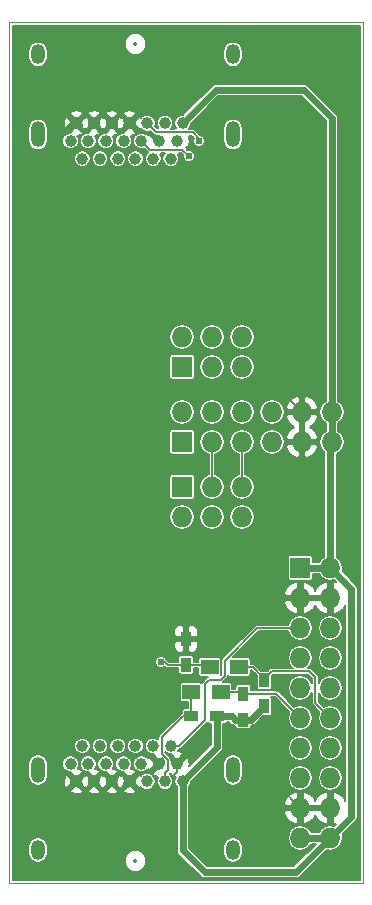
<source format=gbl>
G04 #@! TF.FileFunction,Copper,L4,Bot,Signal*
%FSLAX46Y46*%
G04 Gerber Fmt 4.6, Leading zero omitted, Abs format (unit mm)*
G04 Created by KiCad (PCBNEW 4.0.2+e4-6225~38~ubuntu14.04.1-stable) date Mon Aug  1 15:26:05 2016*
%MOMM*%
G01*
G04 APERTURE LIST*
%ADD10C,0.350000*%
%ADD11C,0.100000*%
%ADD12O,1.200000X1.700000*%
%ADD13O,1.200000X2.200000*%
%ADD14C,1.000000*%
%ADD15R,1.727200X1.727200*%
%ADD16O,1.727200X1.727200*%
%ADD17R,1.500000X1.250000*%
%ADD18R,0.900000X1.200000*%
%ADD19R,1.200000X0.900000*%
%ADD20C,0.609600*%
%ADD21C,0.127000*%
%ADD22C,0.600000*%
%ADD23C,0.609600*%
%ADD24C,0.304800*%
%ADD25C,0.350000*%
%ADD26O,0.600000X1.100000*%
%ADD27O,0.600000X1.600000*%
G04 APERTURE END LIST*
D10*
D11*
X50520600Y-22275800D02*
X20574000Y-22275800D01*
X50520600Y-95123000D02*
X50520600Y-22275800D01*
X20574000Y-95123000D02*
X50520600Y-95123000D01*
X20574000Y-22273033D02*
X20574000Y-95123070D01*
D12*
X39492000Y-92368000D03*
X22992000Y-92368000D03*
D13*
X39492000Y-85588000D03*
X22992000Y-85588000D03*
D14*
X31242000Y-83538000D03*
X32742000Y-83538000D03*
X34242000Y-83538000D03*
X29742000Y-83538000D03*
X28242000Y-83538000D03*
X26742000Y-83538000D03*
X31742000Y-85038000D03*
X33242000Y-85038000D03*
X34742000Y-85038000D03*
X30242000Y-85038000D03*
X28742000Y-85038000D03*
X27242000Y-85038000D03*
X25742000Y-85038000D03*
X32242000Y-86538000D03*
X33742000Y-86538000D03*
X35242000Y-86538000D03*
X30742000Y-86538000D03*
X29242000Y-86538000D03*
X27742000Y-86538000D03*
X26242000Y-86538000D03*
D15*
X45206920Y-68453000D03*
D16*
X47746920Y-68453000D03*
X45206920Y-70993000D03*
X47746920Y-70993000D03*
X45206920Y-73533000D03*
X47746920Y-73533000D03*
X45206920Y-76073000D03*
X47746920Y-76073000D03*
X45206920Y-78613000D03*
X47746920Y-78613000D03*
X45206920Y-81153000D03*
X47746920Y-81153000D03*
X45206920Y-83693000D03*
X47746920Y-83693000D03*
X45206920Y-86233000D03*
X47746920Y-86233000D03*
X45206920Y-88773000D03*
X47746920Y-88773000D03*
X45206920Y-91313000D03*
X47746920Y-91313000D03*
D15*
X35191700Y-51432460D03*
D16*
X35191700Y-48892460D03*
X37731700Y-51432460D03*
X37731700Y-48892460D03*
X40271700Y-51432460D03*
X40271700Y-48892460D03*
D17*
X37520560Y-76840080D03*
X40020560Y-76840080D03*
D18*
X35532060Y-74470080D03*
X35532060Y-76670080D03*
X42164000Y-80178000D03*
X42164000Y-77978000D03*
D17*
X38455920Y-78994000D03*
X35955920Y-78994000D03*
D15*
X35191700Y-57782460D03*
D16*
X35191700Y-55242460D03*
X37731700Y-57782460D03*
X37731700Y-55242460D03*
X40271700Y-57782460D03*
X40271700Y-55242460D03*
X42811700Y-57782460D03*
X42811700Y-55242460D03*
X45351700Y-57782460D03*
X45351700Y-55242460D03*
X47891700Y-57782460D03*
X47891700Y-55242460D03*
D19*
X38178920Y-81026000D03*
X35978920Y-81026000D03*
D18*
X40380920Y-81300500D03*
X40380920Y-79100500D03*
D15*
X35191700Y-61592460D03*
D16*
X35191700Y-64132460D03*
X37731700Y-61592460D03*
X37731700Y-64132460D03*
X40271700Y-61592460D03*
X40271700Y-64132460D03*
D12*
X39492000Y-24980000D03*
X22992000Y-24980000D03*
D13*
X39492000Y-31760000D03*
X22992000Y-31760000D03*
D14*
X31242000Y-33810000D03*
X32742000Y-33810000D03*
X34242000Y-33810000D03*
X29742000Y-33810000D03*
X28242000Y-33810000D03*
X26742000Y-33810000D03*
X31742000Y-32310000D03*
X33242000Y-32310000D03*
X34742000Y-32310000D03*
X30242000Y-32310000D03*
X28742000Y-32310000D03*
X27242000Y-32310000D03*
X25742000Y-32310000D03*
X32242000Y-30810000D03*
X33742000Y-30810000D03*
X35242000Y-30810000D03*
X30742000Y-30810000D03*
X29242000Y-30810000D03*
X27742000Y-30810000D03*
X26242000Y-30810000D03*
D20*
X35750500Y-33591500D03*
X36639500Y-32321500D03*
X21336000Y-53367426D03*
X34417000Y-94481559D03*
X32893000Y-94481559D03*
X29845000Y-94481559D03*
X28321000Y-94481559D03*
X26797000Y-94481559D03*
X29845000Y-94481559D03*
X28321000Y-94481559D03*
X26797000Y-94481559D03*
X25273000Y-94481559D03*
X23749000Y-94481559D03*
X22225000Y-94481559D03*
X44526200Y-26695400D03*
X41579800Y-26695400D03*
X38785800Y-26695400D03*
X21336000Y-68590493D03*
X21336000Y-72942360D03*
X21336000Y-75118293D03*
X21336000Y-77294226D03*
X21336000Y-70766426D03*
X21336000Y-83822026D03*
X21336000Y-81646093D03*
X21336000Y-79470160D03*
X21336000Y-90349826D03*
X21336000Y-92525759D03*
X21336000Y-85997960D03*
X21336000Y-88173893D03*
X21336000Y-40311826D03*
X21336000Y-38135893D03*
X21336000Y-35959960D03*
X21336000Y-33784026D03*
X21336000Y-31608093D03*
X21336000Y-27256226D03*
X21336000Y-25080293D03*
X21336000Y-81654559D03*
X21336000Y-79478626D03*
X21336000Y-77302693D03*
X21336000Y-75126760D03*
X21336000Y-72950826D03*
X21336000Y-70774893D03*
X21336000Y-68598960D03*
X21336000Y-66423026D03*
X21336000Y-64247093D03*
X21336000Y-62071160D03*
X21336000Y-59895226D03*
X21336000Y-57719293D03*
X21336000Y-55543360D03*
X21336000Y-51191493D03*
X21336000Y-49015560D03*
X21336000Y-46839626D03*
X21336000Y-44663693D03*
X21336000Y-42487760D03*
X21336000Y-40311826D03*
X21336000Y-38135893D03*
X21336000Y-35959960D03*
X46532800Y-67208400D03*
X49428400Y-67208400D03*
X49428400Y-63700025D03*
X49428400Y-60191650D03*
X46532800Y-63700025D03*
X49428400Y-30988000D03*
X49428400Y-35744150D03*
X49428400Y-40500300D03*
X49428400Y-45256450D03*
X49428400Y-50012600D03*
X46532800Y-40500300D03*
X37007800Y-47345600D03*
X38354000Y-47345600D03*
X39928800Y-47345600D03*
X35255200Y-47345600D03*
X34645600Y-53367426D03*
X35737800Y-53367426D03*
X38328600Y-53365400D03*
X37134796Y-53365400D03*
X39700204Y-53365400D03*
X40868600Y-53367426D03*
X44526200Y-28981400D03*
X21336000Y-29432160D03*
X21336000Y-22904360D03*
X46532800Y-60191650D03*
X46532800Y-50012600D03*
X46532800Y-45256450D03*
X46532800Y-35744150D03*
X46532800Y-30988000D03*
X41579800Y-28981400D03*
X38785800Y-28981400D03*
X48844200Y-92583000D03*
X46913800Y-93370400D03*
X49682400Y-90728800D03*
X36779200Y-92608400D03*
X34467800Y-90805008D03*
X34467796Y-88595200D03*
X35864800Y-94157800D03*
X41173400Y-93408510D03*
X36144200Y-90805000D03*
X36144200Y-88595200D03*
X36576000Y-86461600D03*
X44424600Y-92887800D03*
X38328600Y-84709000D03*
X42037000Y-81990452D03*
X39217600Y-82727800D03*
X43307000Y-80289400D03*
X37160200Y-82626200D03*
X25019000Y-81654559D03*
X25019000Y-79478626D03*
X25019000Y-77302693D03*
X25019000Y-75126760D03*
X25019000Y-75126759D03*
X26652170Y-70387273D03*
X29660073Y-81654559D03*
X31064200Y-81654559D03*
X32639000Y-79478626D03*
X29660073Y-79478626D03*
X29660073Y-77302693D03*
X31064200Y-77302693D03*
X32639000Y-77302693D03*
X31064200Y-75126760D03*
X29660073Y-75126760D03*
X28153155Y-81654559D03*
X28153155Y-77302693D03*
X28153155Y-75126760D03*
X26655331Y-75126760D03*
X26655331Y-77302693D03*
X26655331Y-79478626D03*
X29660073Y-75126759D03*
X31064200Y-75126759D03*
X32639000Y-72950826D03*
X31064200Y-72950826D03*
X29660073Y-70774893D03*
X31064200Y-70774893D03*
X32639000Y-70774893D03*
X32639000Y-68598960D03*
X31064200Y-68598960D03*
X29660073Y-68598960D03*
X28153155Y-75126759D03*
X28153155Y-72950826D03*
X28153155Y-70774893D03*
X28153155Y-68598960D03*
X26655331Y-68598960D03*
X26655331Y-75126759D03*
X29660073Y-68598959D03*
X31064200Y-68598959D03*
X32639000Y-68598959D03*
X32639000Y-66423026D03*
X31064200Y-66423026D03*
X29660073Y-66423026D03*
X29660073Y-64247093D03*
X31064200Y-64247093D03*
X32639000Y-64247093D03*
X32639000Y-62071160D03*
X31064200Y-62071160D03*
X29660073Y-62071160D03*
X28153155Y-68598959D03*
X28153155Y-66423026D03*
X28153155Y-64247093D03*
X28153155Y-62071160D03*
X26655331Y-62071160D03*
X26655331Y-64247093D03*
X26655331Y-66423026D03*
X26655331Y-68598959D03*
X29660073Y-62071159D03*
X31064200Y-62071159D03*
X32639000Y-62071159D03*
X32639000Y-59895226D03*
X31064200Y-59895226D03*
X29660073Y-59895226D03*
X29660073Y-57719293D03*
X31064200Y-57719293D03*
X32639000Y-57719293D03*
X32639000Y-55543360D03*
X31064200Y-55543360D03*
X29660073Y-55543360D03*
X28153155Y-62071159D03*
X28153155Y-59895226D03*
X28153155Y-57719293D03*
X28153155Y-55543360D03*
X26655331Y-55543360D03*
X26655331Y-57719293D03*
X26655331Y-59895226D03*
X26655331Y-62071159D03*
X29660073Y-55543359D03*
X31064200Y-55543359D03*
X32639000Y-55543359D03*
X32639000Y-53367426D03*
X31064200Y-53367426D03*
X29660073Y-53367426D03*
X29660073Y-51191493D03*
X31064200Y-51191493D03*
X32639000Y-51191493D03*
X32639000Y-49015560D03*
X31064200Y-49015560D03*
X29660073Y-49015560D03*
X28153155Y-55543359D03*
X28153155Y-53367426D03*
X28153155Y-51191493D03*
X28153155Y-49015560D03*
X26655331Y-49015560D03*
X26655331Y-51191493D03*
X26655331Y-53367426D03*
X26655331Y-55543359D03*
X29660073Y-49015559D03*
X31064200Y-49015559D03*
X32639000Y-49015559D03*
X32639000Y-46839626D03*
X31064200Y-46839626D03*
X29660073Y-46839626D03*
X29660073Y-44663693D03*
X31064200Y-44663693D03*
X32639000Y-44663693D03*
X32639000Y-42487760D03*
X31064200Y-42487760D03*
X29660073Y-42487760D03*
X28153155Y-49015559D03*
X28153155Y-46839626D03*
X28153155Y-44663693D03*
X28153155Y-42487760D03*
X26655331Y-42487760D03*
X26655331Y-44663693D03*
X26655331Y-46839626D03*
X26655331Y-49015559D03*
X32639000Y-42487759D03*
X31064200Y-42487759D03*
X29660073Y-42487759D03*
X28153155Y-42487759D03*
X26655331Y-42487759D03*
X32639000Y-40311826D03*
X31064200Y-40311826D03*
X29660073Y-40311826D03*
X28153155Y-40311826D03*
X26655331Y-40311826D03*
X32639000Y-38135893D03*
X31064200Y-38135893D03*
X29660073Y-38135893D03*
X28153155Y-38135893D03*
X26655331Y-38135893D03*
X29660073Y-35959960D03*
X28153155Y-35959960D03*
X31064200Y-35959960D03*
X25019000Y-72950826D03*
X25019000Y-70774893D03*
X25019000Y-68598960D03*
X25019000Y-68598959D03*
X25019000Y-66423026D03*
X25019000Y-64247093D03*
X25019000Y-62071160D03*
X25019000Y-62071159D03*
X25019000Y-59895226D03*
X25019000Y-57719293D03*
X25019000Y-55543360D03*
X25019000Y-55543359D03*
X25019000Y-53367426D03*
X25019000Y-51191493D03*
X25019000Y-49015560D03*
X25019000Y-49015559D03*
X25019000Y-46839626D03*
X25019000Y-44663693D03*
X32639000Y-81654559D03*
X26655331Y-81654559D03*
X32639000Y-35959960D03*
X26655331Y-35959960D03*
X25019000Y-42487760D03*
X25019000Y-42487759D03*
X25019000Y-40311826D03*
X25019000Y-38135893D03*
X25019000Y-35959960D03*
X37668200Y-42478960D03*
X40970200Y-42478960D03*
X34493200Y-42478960D03*
X37668200Y-70291960D03*
X34493200Y-70291960D03*
X40843200Y-70291960D03*
X33385579Y-76418621D03*
D21*
X37731700Y-61592460D02*
X37731700Y-57782460D01*
X40271700Y-57782460D02*
X40271700Y-61592460D01*
X34242000Y-83538000D02*
X34949106Y-83538000D01*
X34949106Y-83538000D02*
X37134800Y-81352306D01*
X37134800Y-81352306D02*
X37134800Y-78282800D01*
X38455600Y-77927200D02*
X38785800Y-77597000D01*
X43985606Y-73533000D02*
X45206920Y-73533000D01*
X37134800Y-78282800D02*
X37490400Y-77927200D01*
X38785800Y-77597000D02*
X38785800Y-76317338D01*
X37490400Y-77927200D02*
X38455600Y-77927200D01*
X38785800Y-76317338D02*
X41570138Y-73533000D01*
X41570138Y-73533000D02*
X43985606Y-73533000D01*
X31742000Y-32310000D02*
X32467001Y-33035001D01*
X32467001Y-33035001D02*
X35194001Y-33035001D01*
X35194001Y-33035001D02*
X35750500Y-33591500D01*
X36639500Y-32131000D02*
X36639500Y-32321500D01*
X36093499Y-31584999D02*
X36639500Y-32131000D01*
X32242000Y-30810000D02*
X33016999Y-31584999D01*
X33016999Y-31584999D02*
X36093499Y-31584999D01*
X21336000Y-53367426D02*
X21336000Y-52936374D01*
X21336000Y-52936374D02*
X21336000Y-51191493D01*
X21336000Y-55543360D02*
X21336000Y-55112308D01*
X21336000Y-55112308D02*
X21336000Y-53367426D01*
X34417000Y-94481559D02*
X35541041Y-94481559D01*
X35541041Y-94481559D02*
X35560001Y-94462599D01*
X32893000Y-94481559D02*
X33324052Y-94481559D01*
X33324052Y-94481559D02*
X34417000Y-94481559D01*
X29845000Y-94481559D02*
X32893000Y-94481559D01*
X28321000Y-94481559D02*
X29845000Y-94481559D01*
X26797000Y-94481559D02*
X27228052Y-94481559D01*
X27228052Y-94481559D02*
X28321000Y-94481559D01*
X25273000Y-94481559D02*
X26797000Y-94481559D01*
X23749000Y-94481559D02*
X24180052Y-94481559D01*
X24180052Y-94481559D02*
X25273000Y-94481559D01*
X22225000Y-94481559D02*
X23749000Y-94481559D01*
X21336000Y-92525759D02*
X21336000Y-93592559D01*
X21336000Y-93592559D02*
X22225000Y-94481559D01*
X21336000Y-90349826D02*
X21336000Y-92525759D01*
X21336000Y-88173893D02*
X21336000Y-88604945D01*
X21336000Y-88604945D02*
X21336000Y-90349826D01*
X21336000Y-85997960D02*
X21336000Y-86429012D01*
X21336000Y-86429012D02*
X21336000Y-88173893D01*
X21336000Y-83822026D02*
X21336000Y-85997960D01*
X21336000Y-81646093D02*
X21336000Y-83822026D01*
X21336000Y-79478626D02*
X21336000Y-81646093D01*
X21336000Y-77302693D02*
X21336000Y-79478626D01*
X21336000Y-75126760D02*
X21336000Y-77302693D01*
X21336000Y-72950826D02*
X21336000Y-73381878D01*
X21336000Y-73381878D02*
X21336000Y-75126760D01*
X21336000Y-70774893D02*
X21336000Y-72950826D01*
X21336000Y-68598960D02*
X21336000Y-70774893D01*
X21336000Y-66423026D02*
X21336000Y-68598960D01*
X21336000Y-64247093D02*
X21336000Y-66423026D01*
X21336000Y-62071160D02*
X21336000Y-62502212D01*
X21336000Y-62502212D02*
X21336000Y-64247093D01*
X21336000Y-59895226D02*
X21336000Y-60326278D01*
X21336000Y-60326278D02*
X21336000Y-62071160D01*
X21336000Y-57719293D02*
X21336000Y-59895226D01*
X21336000Y-55543360D02*
X21336000Y-55974412D01*
X21336000Y-55974412D02*
X21336000Y-57719293D01*
X21336000Y-49015560D02*
X21336000Y-51191493D01*
X21336000Y-46839626D02*
X21336000Y-49015560D01*
X21336000Y-44663693D02*
X21336000Y-46839626D01*
X21336000Y-42487760D02*
X21336000Y-44663693D01*
X21336000Y-40311826D02*
X21336000Y-42487760D01*
X21336000Y-38135893D02*
X21336000Y-40311826D01*
X21336000Y-35959960D02*
X21336000Y-36391012D01*
X21336000Y-36391012D02*
X21336000Y-38135893D01*
X21336000Y-33784026D02*
X21336000Y-35959960D01*
X21336000Y-31608093D02*
X21336000Y-32039145D01*
X21336000Y-32039145D02*
X21336000Y-33784026D01*
X21336000Y-29432160D02*
X21336000Y-31608093D01*
X21336000Y-27256226D02*
X21336000Y-29432160D01*
X21336000Y-25080293D02*
X21336000Y-25511345D01*
X21336000Y-25511345D02*
X21336000Y-27256226D01*
X21336000Y-22904360D02*
X21336000Y-23335412D01*
X21336000Y-23335412D02*
X21336000Y-25080293D01*
X37007800Y-47345600D02*
X38354000Y-47345600D01*
X35255200Y-47345600D02*
X37007800Y-47345600D01*
X38354000Y-47345600D02*
X39928800Y-47345600D01*
X40030400Y-47345600D02*
X44443650Y-47345600D01*
X40030400Y-47345600D02*
X39928800Y-47345600D01*
X33144974Y-47345600D02*
X35255200Y-47345600D01*
X32639000Y-46839626D02*
X33144974Y-47345600D01*
X44443650Y-47345600D02*
X46532800Y-45256450D01*
X34721800Y-53367426D02*
X35737800Y-53367426D01*
X32639000Y-53367426D02*
X34645600Y-53367426D01*
X34721800Y-53367426D02*
X34645600Y-53367426D01*
X35890200Y-53367426D02*
X37132770Y-53367426D01*
X35890200Y-53367426D02*
X35737800Y-53367426D01*
X38328600Y-53365400D02*
X37134796Y-53365400D01*
X39700204Y-53365400D02*
X38328600Y-53365400D01*
X37132770Y-53367426D02*
X37134796Y-53365400D01*
X39702230Y-53367426D02*
X39700204Y-53365400D01*
X40868600Y-53367426D02*
X39702230Y-53367426D01*
X43476666Y-53367426D02*
X41579800Y-53367426D01*
X41579800Y-53367426D02*
X40868600Y-53367426D01*
X45351700Y-55242460D02*
X43476666Y-53367426D01*
X26242000Y-30810000D02*
X24864160Y-29432160D01*
X24864160Y-29432160D02*
X21336000Y-29432160D01*
X25019000Y-35959960D02*
X25019000Y-31572200D01*
X25019000Y-31572200D02*
X25781000Y-30810200D01*
X25781000Y-30810200D02*
X26289000Y-30810200D01*
X35560001Y-94462599D02*
X35864800Y-94157800D01*
X24892000Y-22860000D02*
X21336000Y-22860000D01*
X37083999Y-92913199D02*
X36779200Y-92608400D01*
X36474401Y-92303601D02*
X36779200Y-92608400D01*
X41173400Y-93408510D02*
X37579310Y-93408510D01*
X36144200Y-91973400D02*
X36474401Y-92303601D01*
X37579310Y-93408510D02*
X37083999Y-92913199D01*
X36144200Y-90805000D02*
X36144200Y-91973400D01*
X34467796Y-88595200D02*
X34467796Y-90805004D01*
X34467796Y-90805004D02*
X34467800Y-90805008D01*
X34467800Y-92760800D02*
X34467800Y-91236060D01*
X35864800Y-94157800D02*
X34467800Y-92760800D01*
X34467800Y-91236060D02*
X34467800Y-90805008D01*
X34467796Y-88164148D02*
X34467796Y-88595200D01*
X34467796Y-86019310D02*
X34467796Y-88164148D01*
X34742000Y-85745106D02*
X34467796Y-86019310D01*
X34742000Y-85038000D02*
X34742000Y-85745106D01*
X41173400Y-93408510D02*
X43903890Y-93408510D01*
X36144200Y-88595200D02*
X36144200Y-90805000D01*
X36144200Y-86893400D02*
X36144200Y-88595200D01*
X36576000Y-86461600D02*
X36144200Y-86893400D01*
X38328600Y-84709000D02*
X36576000Y-86461600D01*
X43903890Y-93408510D02*
X44424600Y-92887800D01*
X39217600Y-82727800D02*
X39217600Y-83820000D01*
X39217600Y-83820000D02*
X38328600Y-84709000D01*
X42037000Y-81990452D02*
X41299652Y-82727800D01*
X43307000Y-80720452D02*
X42037000Y-81990452D01*
X43307000Y-80289400D02*
X43307000Y-80720452D01*
X41299652Y-82727800D02*
X39217600Y-82727800D01*
X45206920Y-88773000D02*
X43307000Y-86873080D01*
X43307000Y-86873080D02*
X43307000Y-80289400D01*
X25019000Y-75126759D02*
X25019000Y-77302693D01*
X25019000Y-72950826D02*
X25019000Y-75126759D01*
X25019000Y-79478626D02*
X25019000Y-81654559D01*
X25019000Y-77302693D02*
X25019000Y-79478626D01*
X32639000Y-49015559D02*
X32639000Y-46839626D01*
X32639000Y-51191493D02*
X32639000Y-49015559D01*
X32639000Y-53367426D02*
X32639000Y-51191493D01*
X32639000Y-55543359D02*
X32639000Y-53367426D01*
X32639000Y-57719293D02*
X32639000Y-55543359D01*
X32639000Y-59895226D02*
X32639000Y-57719293D01*
X32639000Y-62071160D02*
X32639000Y-59895226D01*
X32639000Y-64247093D02*
X32639000Y-62071160D01*
X32639000Y-66423026D02*
X32639000Y-64247093D01*
X32639000Y-68598959D02*
X32639000Y-66423026D01*
X32639000Y-70774893D02*
X32639000Y-68598959D01*
X32639000Y-72950826D02*
X32639000Y-70774893D01*
X32639000Y-77302693D02*
X32639000Y-72950826D01*
X32639000Y-79478626D02*
X32639000Y-77302693D01*
X32639000Y-81654559D02*
X32639000Y-79478626D01*
X31064200Y-77302693D02*
X31064200Y-81654559D01*
X31064200Y-75126759D02*
X31064200Y-77302693D01*
X31064200Y-72950826D02*
X31064200Y-75126759D01*
X31064200Y-70774893D02*
X31064200Y-72950826D01*
X31064200Y-68598959D02*
X31064200Y-70774893D01*
X31064200Y-66423026D02*
X31064200Y-68598959D01*
X31064200Y-64247093D02*
X31064200Y-66423026D01*
X31064200Y-62071160D02*
X31064200Y-64247093D01*
X31064200Y-59895226D02*
X31064200Y-62071160D01*
X31064200Y-57719293D02*
X31064200Y-59895226D01*
X31064200Y-55543359D02*
X31064200Y-57719293D01*
X31064200Y-53367426D02*
X31064200Y-55543359D01*
X31064200Y-51191493D02*
X31064200Y-53367426D01*
X31064200Y-49015559D02*
X31064200Y-51191493D01*
X31064200Y-46839626D02*
X31064200Y-49015559D01*
X29660073Y-49015559D02*
X29660073Y-46839626D01*
X29660073Y-51191493D02*
X29660073Y-49015559D01*
X29660073Y-53367426D02*
X29660073Y-51191493D01*
X29660073Y-55543360D02*
X29660073Y-53367426D01*
X29660073Y-57719293D02*
X29660073Y-55543360D01*
X29660073Y-59895226D02*
X29660073Y-57719293D01*
X29660073Y-62071160D02*
X29660073Y-59895226D01*
X29660073Y-64247093D02*
X29660073Y-62071160D01*
X29660073Y-66423026D02*
X29660073Y-64247093D01*
X29660073Y-68598960D02*
X29660073Y-66423026D01*
X29660073Y-70774893D02*
X29660073Y-68598960D01*
X29660073Y-75126759D02*
X29660073Y-70774893D01*
X29660073Y-77302693D02*
X29660073Y-75126759D01*
X29660073Y-79478626D02*
X29660073Y-77302693D01*
X29660073Y-81654559D02*
X29660073Y-79478626D01*
X28153155Y-75126760D02*
X28153155Y-77302693D01*
X28153155Y-72950826D02*
X28153155Y-75126760D01*
X28153155Y-70774893D02*
X28153155Y-72950826D01*
X28153155Y-68598959D02*
X28153155Y-70774893D01*
X28153155Y-66423026D02*
X28153155Y-68598959D01*
X28153155Y-64247093D02*
X28153155Y-66423026D01*
X28153155Y-62071160D02*
X28153155Y-64247093D01*
X28153155Y-59895226D02*
X28153155Y-62071160D01*
X28153155Y-57719293D02*
X28153155Y-59895226D01*
X28153155Y-55543359D02*
X28153155Y-57719293D01*
X28153155Y-53367426D02*
X28153155Y-55543359D01*
X28153155Y-51191493D02*
X28153155Y-53367426D01*
X28153155Y-49015559D02*
X28153155Y-51191493D01*
X28153155Y-46839626D02*
X28153155Y-49015559D01*
X28153155Y-44663693D02*
X28153155Y-46839626D01*
X29660073Y-44663693D02*
X29660073Y-46839626D01*
X31064200Y-44663693D02*
X31064200Y-46839626D01*
X32639000Y-44663693D02*
X32639000Y-46839626D01*
X32639000Y-42487759D02*
X32639000Y-44663693D01*
X31064200Y-42487759D02*
X31064200Y-44663693D01*
X29660073Y-42487760D02*
X29660073Y-44663693D01*
X28153155Y-42487759D02*
X28153155Y-44663693D01*
X32639000Y-40311826D02*
X32639000Y-42487759D01*
X31064200Y-40311826D02*
X31064200Y-42487759D01*
X29660073Y-40311826D02*
X29660073Y-42487760D01*
X28153155Y-40311826D02*
X28153155Y-42487759D01*
X32639000Y-38135893D02*
X32639000Y-40311826D01*
X31064200Y-38135893D02*
X31064200Y-40311826D01*
X29660073Y-38135893D02*
X29660073Y-40311826D01*
X28153155Y-38135893D02*
X28153155Y-40311826D01*
X32639000Y-35959960D02*
X32639000Y-38135893D01*
X31064200Y-35959960D02*
X31064200Y-38135893D01*
X29660073Y-35959960D02*
X29660073Y-38135893D01*
X28153155Y-35959960D02*
X28153155Y-38135893D01*
X28153155Y-81654559D02*
X28153155Y-77302693D01*
X26655331Y-79478626D02*
X26655331Y-81654559D01*
X26655331Y-77302693D02*
X26655331Y-79478626D01*
X26655331Y-75126760D02*
X26655331Y-77302693D01*
X26652170Y-70387273D02*
X26652170Y-75123599D01*
X26652170Y-75123599D02*
X26655331Y-75126760D01*
X26655331Y-68598959D02*
X26655331Y-70384112D01*
X26655331Y-70384112D02*
X26652170Y-70387273D01*
X26655331Y-66423026D02*
X26655331Y-68598959D01*
X26655331Y-64247093D02*
X26655331Y-66423026D01*
X26655331Y-62071159D02*
X26655331Y-64247093D01*
X26655331Y-59895226D02*
X26655331Y-62071159D01*
X26655331Y-57719293D02*
X26655331Y-59895226D01*
X26655331Y-55543359D02*
X26655331Y-57719293D01*
X26655331Y-53367426D02*
X26655331Y-55543359D01*
X26655331Y-51191493D02*
X26655331Y-53367426D01*
X26655331Y-49015559D02*
X26655331Y-51191493D01*
X26655331Y-46839626D02*
X26655331Y-49015559D01*
X26655331Y-44663693D02*
X26655331Y-46839626D01*
X26655331Y-42487759D02*
X26655331Y-44663693D01*
X26655331Y-40311826D02*
X26655331Y-42487759D01*
X26655331Y-38135893D02*
X26655331Y-40311826D01*
X26655331Y-35959960D02*
X26655331Y-38135893D01*
X31064200Y-35959960D02*
X32639000Y-35959960D01*
X29660073Y-35959960D02*
X31064200Y-35959960D01*
X28153155Y-35959960D02*
X29660073Y-35959960D01*
X26655331Y-35959960D02*
X28153155Y-35959960D01*
X26655331Y-35959960D02*
X25019000Y-35959960D01*
X25019000Y-57719293D02*
X25019000Y-55543359D01*
X25019000Y-70774893D02*
X25019000Y-72950826D01*
X25019000Y-68598959D02*
X25019000Y-70774893D01*
X25019000Y-66423026D02*
X25019000Y-68598959D01*
X25019000Y-64247093D02*
X25019000Y-66423026D01*
X25019000Y-62071159D02*
X25019000Y-64247093D01*
X25019000Y-59895226D02*
X25019000Y-62071159D01*
X25019000Y-57719293D02*
X25019000Y-59895226D01*
X25019000Y-53367426D02*
X25019000Y-55543359D01*
X25019000Y-51191493D02*
X25019000Y-53367426D01*
X25019000Y-49015559D02*
X25019000Y-51191493D01*
X25019000Y-46839626D02*
X25019000Y-49015559D01*
X25019000Y-44663693D02*
X25019000Y-46839626D01*
X25019000Y-42487759D02*
X25019000Y-44678600D01*
X25019000Y-40311826D02*
X25019000Y-42487759D01*
X25019000Y-38135893D02*
X25019000Y-40311826D01*
X25019000Y-35959960D02*
X25019000Y-38135893D01*
X34493200Y-42478960D02*
X40970200Y-42478960D01*
X40418936Y-70291960D02*
X34493200Y-70291960D01*
X40843200Y-70291960D02*
X40418936Y-70291960D01*
D22*
X35242000Y-92357468D02*
X37118532Y-94234000D01*
X37118532Y-94234000D02*
X44825920Y-94234000D01*
X35242000Y-86538000D02*
X35242000Y-92357468D01*
X44825920Y-94234000D02*
X46883321Y-92176599D01*
X46883321Y-92176599D02*
X47746920Y-91313000D01*
X49530000Y-89529920D02*
X49530000Y-70236080D01*
D23*
X47891700Y-30375860D02*
X45519340Y-28003500D01*
X47891700Y-55242460D02*
X47891700Y-30375860D01*
X47891700Y-57782460D02*
X47891700Y-55242460D01*
X47746920Y-68453000D02*
X47746920Y-57927240D01*
X47746920Y-57927240D02*
X47891700Y-57782460D01*
D22*
X45519340Y-28003500D02*
X38048500Y-28003500D01*
X38048500Y-28003500D02*
X35741999Y-30310001D01*
X35741999Y-30310001D02*
X35242000Y-30810000D01*
X45206920Y-91313000D02*
X47746920Y-91313000D01*
X47746920Y-91313000D02*
X49530000Y-89529920D01*
X49530000Y-70236080D02*
X47746920Y-68453000D01*
X47746920Y-68453000D02*
X45206920Y-68453000D01*
X40380920Y-81300500D02*
X39644500Y-81300500D01*
X39378920Y-81026000D02*
X38178920Y-81026000D01*
X39644500Y-81291580D02*
X39378920Y-81026000D01*
X39644500Y-81300500D02*
X39644500Y-81291580D01*
X41041500Y-81300500D02*
X42164000Y-80178000D01*
X40380920Y-81300500D02*
X41041500Y-81300500D01*
X38178920Y-83601080D02*
X35242000Y-86538000D01*
X38178920Y-81026000D02*
X38178920Y-83601080D01*
D21*
X33467001Y-84189999D02*
X33467001Y-82814199D01*
X33967001Y-84689999D02*
X33467001Y-84189999D01*
X33967001Y-85605893D02*
X33967001Y-84689999D01*
X33742000Y-85830894D02*
X33967001Y-85605893D01*
X33742000Y-86538000D02*
X33742000Y-85830894D01*
X35978920Y-79017000D02*
X35955920Y-78994000D01*
X35978920Y-81026000D02*
X35978920Y-79017000D01*
X33467001Y-82814199D02*
X35255200Y-81026000D01*
X35255200Y-81026000D02*
X35978920Y-81026000D01*
X33385579Y-76418621D02*
X33721454Y-76418621D01*
X33721454Y-76418621D02*
X33972913Y-76670080D01*
X33972913Y-76670080D02*
X34625678Y-76670080D01*
X34625678Y-76670080D02*
X35532060Y-76670080D01*
X37350560Y-76670080D02*
X37520560Y-76840080D01*
X35532060Y-76670080D02*
X37350560Y-76670080D01*
X40274420Y-78994000D02*
X40380920Y-79100500D01*
X38455920Y-78994000D02*
X40274420Y-78994000D01*
X43154420Y-79100500D02*
X45206920Y-81153000D01*
X40380920Y-79100500D02*
X43154420Y-79100500D01*
X47746920Y-81153000D02*
X46482000Y-79888080D01*
X46482000Y-79888080D02*
X46482000Y-77724000D01*
X46482000Y-77724000D02*
X45974000Y-77216000D01*
X45974000Y-77216000D02*
X42776000Y-77216000D01*
X42776000Y-77216000D02*
X42164000Y-77828000D01*
X42164000Y-77828000D02*
X42164000Y-77978000D01*
X41176080Y-76840080D02*
X42164000Y-77828000D01*
X40020560Y-76840080D02*
X41176080Y-76840080D01*
G36*
X50254700Y-94857100D02*
X20839900Y-94857100D01*
X20839900Y-92097118D01*
X22176100Y-92097118D01*
X22176100Y-92638882D01*
X22238207Y-92951113D01*
X22415072Y-93215810D01*
X22679769Y-93392675D01*
X22992000Y-93454782D01*
X23019132Y-93449385D01*
X30325941Y-93449385D01*
X30465085Y-93786138D01*
X30722507Y-94044010D01*
X31059017Y-94183741D01*
X31423385Y-94184059D01*
X31760138Y-94044915D01*
X32018010Y-93787493D01*
X32157741Y-93450983D01*
X32158059Y-93086615D01*
X32018915Y-92749862D01*
X31761493Y-92491990D01*
X31424983Y-92352259D01*
X31060615Y-92351941D01*
X30723862Y-92491085D01*
X30465990Y-92748507D01*
X30326259Y-93085017D01*
X30325941Y-93449385D01*
X23019132Y-93449385D01*
X23304231Y-93392675D01*
X23568928Y-93215810D01*
X23745793Y-92951113D01*
X23807900Y-92638882D01*
X23807900Y-92097118D01*
X23745793Y-91784887D01*
X23568928Y-91520190D01*
X23304231Y-91343325D01*
X22992000Y-91281218D01*
X22679769Y-91343325D01*
X22415072Y-91520190D01*
X22238207Y-91784887D01*
X22176100Y-92097118D01*
X20839900Y-92097118D01*
X20839900Y-87330534D01*
X25718873Y-87330534D01*
X25763805Y-87520277D01*
X26176107Y-87628504D01*
X26598441Y-87570710D01*
X26720195Y-87520277D01*
X26765127Y-87330534D01*
X27218873Y-87330534D01*
X27263805Y-87520277D01*
X27676107Y-87628504D01*
X28098441Y-87570710D01*
X28220195Y-87520277D01*
X28265127Y-87330534D01*
X28718873Y-87330534D01*
X28763805Y-87520277D01*
X29176107Y-87628504D01*
X29598441Y-87570710D01*
X29720195Y-87520277D01*
X29765127Y-87330534D01*
X30218873Y-87330534D01*
X30263805Y-87520277D01*
X30676107Y-87628504D01*
X31098441Y-87570710D01*
X31220195Y-87520277D01*
X31265127Y-87330534D01*
X30742000Y-86807408D01*
X30218873Y-87330534D01*
X29765127Y-87330534D01*
X29242000Y-86807408D01*
X28718873Y-87330534D01*
X28265127Y-87330534D01*
X27742000Y-86807408D01*
X27218873Y-87330534D01*
X26765127Y-87330534D01*
X26242000Y-86807408D01*
X25718873Y-87330534D01*
X20839900Y-87330534D01*
X20839900Y-85062220D01*
X22176100Y-85062220D01*
X22176100Y-86113780D01*
X22238207Y-86426011D01*
X22415072Y-86690708D01*
X22679769Y-86867573D01*
X22992000Y-86929680D01*
X23304231Y-86867573D01*
X23568928Y-86690708D01*
X23714992Y-86472107D01*
X25151496Y-86472107D01*
X25209290Y-86894441D01*
X25259723Y-87016195D01*
X25449466Y-87061127D01*
X25972592Y-86538000D01*
X26511408Y-86538000D01*
X26684152Y-86710745D01*
X26709290Y-86894441D01*
X26759723Y-87016195D01*
X26949466Y-87061127D01*
X26992000Y-87018593D01*
X27034534Y-87061127D01*
X27224277Y-87016195D01*
X27306096Y-86704496D01*
X27472592Y-86538000D01*
X28011408Y-86538000D01*
X28184152Y-86710745D01*
X28209290Y-86894441D01*
X28259723Y-87016195D01*
X28449466Y-87061127D01*
X28492000Y-87018593D01*
X28534534Y-87061127D01*
X28724277Y-87016195D01*
X28806096Y-86704496D01*
X28972592Y-86538000D01*
X29511408Y-86538000D01*
X29684152Y-86710745D01*
X29709290Y-86894441D01*
X29759723Y-87016195D01*
X29949466Y-87061127D01*
X29992000Y-87018593D01*
X30034534Y-87061127D01*
X30224277Y-87016195D01*
X30306096Y-86704496D01*
X30472592Y-86538000D01*
X31011408Y-86538000D01*
X31534534Y-87061127D01*
X31710957Y-87019349D01*
X31835946Y-87144556D01*
X32098974Y-87253775D01*
X32383777Y-87254024D01*
X32646995Y-87145264D01*
X32848556Y-86944054D01*
X32957775Y-86681026D01*
X32958024Y-86396223D01*
X32849264Y-86133005D01*
X32648054Y-85931444D01*
X32385026Y-85822225D01*
X32100223Y-85821976D01*
X31837005Y-85930736D01*
X31710887Y-86056634D01*
X31534534Y-86014873D01*
X31011408Y-86538000D01*
X30472592Y-86538000D01*
X30299848Y-86365255D01*
X30274710Y-86181559D01*
X30224277Y-86059805D01*
X30034534Y-86014873D01*
X29992000Y-86057407D01*
X29949466Y-86014873D01*
X29759723Y-86059805D01*
X29677904Y-86371504D01*
X29511408Y-86538000D01*
X28972592Y-86538000D01*
X28799848Y-86365255D01*
X28774710Y-86181559D01*
X28724277Y-86059805D01*
X28534534Y-86014873D01*
X28492000Y-86057407D01*
X28449466Y-86014873D01*
X28259723Y-86059805D01*
X28177904Y-86371504D01*
X28011408Y-86538000D01*
X27472592Y-86538000D01*
X27299848Y-86365255D01*
X27274710Y-86181559D01*
X27224277Y-86059805D01*
X27034534Y-86014873D01*
X26992000Y-86057407D01*
X26949466Y-86014873D01*
X26759723Y-86059805D01*
X26677904Y-86371504D01*
X26511408Y-86538000D01*
X25972592Y-86538000D01*
X25449466Y-86014873D01*
X25259723Y-86059805D01*
X25151496Y-86472107D01*
X23714992Y-86472107D01*
X23745793Y-86426011D01*
X23807900Y-86113780D01*
X23807900Y-85179777D01*
X25025976Y-85179777D01*
X25134736Y-85442995D01*
X25335946Y-85644556D01*
X25598974Y-85753775D01*
X25727294Y-85753887D01*
X26242000Y-86268592D01*
X26765127Y-85745466D01*
X26720195Y-85555723D01*
X26337360Y-85455231D01*
X26348556Y-85444054D01*
X26457775Y-85181026D01*
X26457776Y-85179777D01*
X26525976Y-85179777D01*
X26634736Y-85442995D01*
X26835946Y-85644556D01*
X27098974Y-85753775D01*
X27227294Y-85753887D01*
X27742000Y-86268592D01*
X28265127Y-85745466D01*
X28220195Y-85555723D01*
X27837360Y-85455231D01*
X27848556Y-85444054D01*
X27957775Y-85181026D01*
X27957776Y-85179777D01*
X28025976Y-85179777D01*
X28134736Y-85442995D01*
X28335946Y-85644556D01*
X28598974Y-85753775D01*
X28727294Y-85753887D01*
X29242000Y-86268592D01*
X29765127Y-85745466D01*
X29720195Y-85555723D01*
X29337360Y-85455231D01*
X29348556Y-85444054D01*
X29457775Y-85181026D01*
X29457776Y-85179777D01*
X29525976Y-85179777D01*
X29634736Y-85442995D01*
X29835946Y-85644556D01*
X30098974Y-85753775D01*
X30227294Y-85753887D01*
X30742000Y-86268592D01*
X31265127Y-85745466D01*
X31220195Y-85555723D01*
X30837360Y-85455231D01*
X30848556Y-85444054D01*
X30957775Y-85181026D01*
X30957776Y-85179777D01*
X31025976Y-85179777D01*
X31134736Y-85442995D01*
X31335946Y-85644556D01*
X31598974Y-85753775D01*
X31883777Y-85754024D01*
X32146995Y-85645264D01*
X32273113Y-85519366D01*
X32449466Y-85561127D01*
X32972592Y-85038000D01*
X32449466Y-84514873D01*
X32273043Y-84556651D01*
X32148054Y-84431444D01*
X31885026Y-84322225D01*
X31600223Y-84321976D01*
X31337005Y-84430736D01*
X31135444Y-84631946D01*
X31026225Y-84894974D01*
X31025976Y-85179777D01*
X30957776Y-85179777D01*
X30958024Y-84896223D01*
X30849264Y-84633005D01*
X30648054Y-84431444D01*
X30385026Y-84322225D01*
X30100223Y-84321976D01*
X29837005Y-84430736D01*
X29635444Y-84631946D01*
X29526225Y-84894974D01*
X29525976Y-85179777D01*
X29457776Y-85179777D01*
X29458024Y-84896223D01*
X29349264Y-84633005D01*
X29148054Y-84431444D01*
X28885026Y-84322225D01*
X28600223Y-84321976D01*
X28337005Y-84430736D01*
X28135444Y-84631946D01*
X28026225Y-84894974D01*
X28025976Y-85179777D01*
X27957776Y-85179777D01*
X27958024Y-84896223D01*
X27849264Y-84633005D01*
X27648054Y-84431444D01*
X27385026Y-84322225D01*
X27100223Y-84321976D01*
X26837005Y-84430736D01*
X26635444Y-84631946D01*
X26526225Y-84894974D01*
X26525976Y-85179777D01*
X26457776Y-85179777D01*
X26458024Y-84896223D01*
X26349264Y-84633005D01*
X26148054Y-84431444D01*
X25885026Y-84322225D01*
X25600223Y-84321976D01*
X25337005Y-84430736D01*
X25135444Y-84631946D01*
X25026225Y-84894974D01*
X25025976Y-85179777D01*
X23807900Y-85179777D01*
X23807900Y-85062220D01*
X23745793Y-84749989D01*
X23568928Y-84485292D01*
X23304231Y-84308427D01*
X22992000Y-84246320D01*
X22679769Y-84308427D01*
X22415072Y-84485292D01*
X22238207Y-84749989D01*
X22176100Y-85062220D01*
X20839900Y-85062220D01*
X20839900Y-83679777D01*
X26025976Y-83679777D01*
X26134736Y-83942995D01*
X26335946Y-84144556D01*
X26598974Y-84253775D01*
X26883777Y-84254024D01*
X27146995Y-84145264D01*
X27348556Y-83944054D01*
X27457775Y-83681026D01*
X27457776Y-83679777D01*
X27525976Y-83679777D01*
X27634736Y-83942995D01*
X27835946Y-84144556D01*
X28098974Y-84253775D01*
X28383777Y-84254024D01*
X28646995Y-84145264D01*
X28848556Y-83944054D01*
X28957775Y-83681026D01*
X28957776Y-83679777D01*
X29025976Y-83679777D01*
X29134736Y-83942995D01*
X29335946Y-84144556D01*
X29598974Y-84253775D01*
X29883777Y-84254024D01*
X30146995Y-84145264D01*
X30348556Y-83944054D01*
X30457775Y-83681026D01*
X30457776Y-83679777D01*
X30525976Y-83679777D01*
X30634736Y-83942995D01*
X30835946Y-84144556D01*
X31098974Y-84253775D01*
X31383777Y-84254024D01*
X31646995Y-84145264D01*
X31848556Y-83944054D01*
X31957775Y-83681026D01*
X31958024Y-83396223D01*
X31849264Y-83133005D01*
X31648054Y-82931444D01*
X31385026Y-82822225D01*
X31100223Y-82821976D01*
X30837005Y-82930736D01*
X30635444Y-83131946D01*
X30526225Y-83394974D01*
X30525976Y-83679777D01*
X30457776Y-83679777D01*
X30458024Y-83396223D01*
X30349264Y-83133005D01*
X30148054Y-82931444D01*
X29885026Y-82822225D01*
X29600223Y-82821976D01*
X29337005Y-82930736D01*
X29135444Y-83131946D01*
X29026225Y-83394974D01*
X29025976Y-83679777D01*
X28957776Y-83679777D01*
X28958024Y-83396223D01*
X28849264Y-83133005D01*
X28648054Y-82931444D01*
X28385026Y-82822225D01*
X28100223Y-82821976D01*
X27837005Y-82930736D01*
X27635444Y-83131946D01*
X27526225Y-83394974D01*
X27525976Y-83679777D01*
X27457776Y-83679777D01*
X27458024Y-83396223D01*
X27349264Y-83133005D01*
X27148054Y-82931444D01*
X26885026Y-82822225D01*
X26600223Y-82821976D01*
X26337005Y-82930736D01*
X26135444Y-83131946D01*
X26026225Y-83394974D01*
X26025976Y-83679777D01*
X20839900Y-83679777D01*
X20839900Y-74803455D01*
X34510560Y-74803455D01*
X34510560Y-75183758D01*
X34597566Y-75393808D01*
X34758331Y-75554574D01*
X34968381Y-75641580D01*
X35198685Y-75641580D01*
X35341560Y-75498705D01*
X35341560Y-74660580D01*
X35722560Y-74660580D01*
X35722560Y-75498705D01*
X35865435Y-75641580D01*
X36095739Y-75641580D01*
X36305789Y-75554574D01*
X36466554Y-75393808D01*
X36553560Y-75183758D01*
X36553560Y-74803455D01*
X36410685Y-74660580D01*
X35722560Y-74660580D01*
X35341560Y-74660580D01*
X34653435Y-74660580D01*
X34510560Y-74803455D01*
X20839900Y-74803455D01*
X20839900Y-73756402D01*
X34510560Y-73756402D01*
X34510560Y-74136705D01*
X34653435Y-74279580D01*
X35341560Y-74279580D01*
X35341560Y-73441455D01*
X35722560Y-73441455D01*
X35722560Y-74279580D01*
X36410685Y-74279580D01*
X36553560Y-74136705D01*
X36553560Y-73756402D01*
X36466554Y-73546352D01*
X36305789Y-73385586D01*
X36095739Y-73298580D01*
X35865435Y-73298580D01*
X35722560Y-73441455D01*
X35341560Y-73441455D01*
X35198685Y-73298580D01*
X34968381Y-73298580D01*
X34758331Y-73385586D01*
X34597566Y-73546352D01*
X34510560Y-73756402D01*
X20839900Y-73756402D01*
X20839900Y-71403669D01*
X43831818Y-71403669D01*
X44093648Y-71898637D01*
X44524963Y-72255730D01*
X44796253Y-72368087D01*
X45016420Y-72271106D01*
X45016420Y-71183500D01*
X45397420Y-71183500D01*
X45397420Y-72271106D01*
X45617587Y-72368087D01*
X45888877Y-72255730D01*
X46320192Y-71898637D01*
X46476920Y-71602356D01*
X46633648Y-71898637D01*
X47064963Y-72255730D01*
X47336253Y-72368087D01*
X47556420Y-72271106D01*
X47556420Y-71183500D01*
X45397420Y-71183500D01*
X45016420Y-71183500D01*
X43927380Y-71183500D01*
X43831818Y-71403669D01*
X20839900Y-71403669D01*
X20839900Y-70582331D01*
X43831818Y-70582331D01*
X43927380Y-70802500D01*
X45016420Y-70802500D01*
X45016420Y-69714894D01*
X45397420Y-69714894D01*
X45397420Y-70802500D01*
X47556420Y-70802500D01*
X47556420Y-69714894D01*
X47336253Y-69617913D01*
X47064963Y-69730270D01*
X46633648Y-70087363D01*
X46476920Y-70383644D01*
X46320192Y-70087363D01*
X45888877Y-69730270D01*
X45617587Y-69617913D01*
X45397420Y-69714894D01*
X45016420Y-69714894D01*
X44796253Y-69617913D01*
X44524963Y-69730270D01*
X44093648Y-70087363D01*
X43831818Y-70582331D01*
X20839900Y-70582331D01*
X20839900Y-64111311D01*
X34112200Y-64111311D01*
X34112200Y-64153609D01*
X34194372Y-64566716D01*
X34428378Y-64916931D01*
X34778593Y-65150937D01*
X35191700Y-65233109D01*
X35604807Y-65150937D01*
X35955022Y-64916931D01*
X36189028Y-64566716D01*
X36271200Y-64153609D01*
X36271200Y-64111311D01*
X36652200Y-64111311D01*
X36652200Y-64153609D01*
X36734372Y-64566716D01*
X36968378Y-64916931D01*
X37318593Y-65150937D01*
X37731700Y-65233109D01*
X38144807Y-65150937D01*
X38495022Y-64916931D01*
X38729028Y-64566716D01*
X38811200Y-64153609D01*
X38811200Y-64111311D01*
X39192200Y-64111311D01*
X39192200Y-64153609D01*
X39274372Y-64566716D01*
X39508378Y-64916931D01*
X39858593Y-65150937D01*
X40271700Y-65233109D01*
X40684807Y-65150937D01*
X41035022Y-64916931D01*
X41269028Y-64566716D01*
X41351200Y-64153609D01*
X41351200Y-64111311D01*
X41269028Y-63698204D01*
X41035022Y-63347989D01*
X40684807Y-63113983D01*
X40271700Y-63031811D01*
X39858593Y-63113983D01*
X39508378Y-63347989D01*
X39274372Y-63698204D01*
X39192200Y-64111311D01*
X38811200Y-64111311D01*
X38729028Y-63698204D01*
X38495022Y-63347989D01*
X38144807Y-63113983D01*
X37731700Y-63031811D01*
X37318593Y-63113983D01*
X36968378Y-63347989D01*
X36734372Y-63698204D01*
X36652200Y-64111311D01*
X36271200Y-64111311D01*
X36189028Y-63698204D01*
X35955022Y-63347989D01*
X35604807Y-63113983D01*
X35191700Y-63031811D01*
X34778593Y-63113983D01*
X34428378Y-63347989D01*
X34194372Y-63698204D01*
X34112200Y-64111311D01*
X20839900Y-64111311D01*
X20839900Y-60728860D01*
X34107971Y-60728860D01*
X34107971Y-62456060D01*
X34123025Y-62536068D01*
X34170310Y-62609550D01*
X34242457Y-62658846D01*
X34328100Y-62676189D01*
X36055300Y-62676189D01*
X36135308Y-62661135D01*
X36208790Y-62613850D01*
X36258086Y-62541703D01*
X36275429Y-62456060D01*
X36275429Y-60728860D01*
X36260375Y-60648852D01*
X36213090Y-60575370D01*
X36140943Y-60526074D01*
X36055300Y-60508731D01*
X34328100Y-60508731D01*
X34248092Y-60523785D01*
X34174610Y-60571070D01*
X34125314Y-60643217D01*
X34107971Y-60728860D01*
X20839900Y-60728860D01*
X20839900Y-56918860D01*
X34107971Y-56918860D01*
X34107971Y-58646060D01*
X34123025Y-58726068D01*
X34170310Y-58799550D01*
X34242457Y-58848846D01*
X34328100Y-58866189D01*
X36055300Y-58866189D01*
X36135308Y-58851135D01*
X36208790Y-58803850D01*
X36258086Y-58731703D01*
X36275429Y-58646060D01*
X36275429Y-57761311D01*
X36652200Y-57761311D01*
X36652200Y-57803609D01*
X36734372Y-58216716D01*
X36968378Y-58566931D01*
X37318593Y-58800937D01*
X37452300Y-58827533D01*
X37452300Y-60547387D01*
X37318593Y-60573983D01*
X36968378Y-60807989D01*
X36734372Y-61158204D01*
X36652200Y-61571311D01*
X36652200Y-61613609D01*
X36734372Y-62026716D01*
X36968378Y-62376931D01*
X37318593Y-62610937D01*
X37731700Y-62693109D01*
X38144807Y-62610937D01*
X38495022Y-62376931D01*
X38729028Y-62026716D01*
X38811200Y-61613609D01*
X38811200Y-61571311D01*
X38729028Y-61158204D01*
X38495022Y-60807989D01*
X38144807Y-60573983D01*
X38011100Y-60547387D01*
X38011100Y-58827533D01*
X38144807Y-58800937D01*
X38495022Y-58566931D01*
X38729028Y-58216716D01*
X38811200Y-57803609D01*
X38811200Y-57761311D01*
X39192200Y-57761311D01*
X39192200Y-57803609D01*
X39274372Y-58216716D01*
X39508378Y-58566931D01*
X39858593Y-58800937D01*
X39992300Y-58827533D01*
X39992300Y-60547387D01*
X39858593Y-60573983D01*
X39508378Y-60807989D01*
X39274372Y-61158204D01*
X39192200Y-61571311D01*
X39192200Y-61613609D01*
X39274372Y-62026716D01*
X39508378Y-62376931D01*
X39858593Y-62610937D01*
X40271700Y-62693109D01*
X40684807Y-62610937D01*
X41035022Y-62376931D01*
X41269028Y-62026716D01*
X41351200Y-61613609D01*
X41351200Y-61571311D01*
X41269028Y-61158204D01*
X41035022Y-60807989D01*
X40684807Y-60573983D01*
X40551100Y-60547387D01*
X40551100Y-58827533D01*
X40684807Y-58800937D01*
X41035022Y-58566931D01*
X41269028Y-58216716D01*
X41351200Y-57803609D01*
X41351200Y-57761311D01*
X41732200Y-57761311D01*
X41732200Y-57803609D01*
X41814372Y-58216716D01*
X42048378Y-58566931D01*
X42398593Y-58800937D01*
X42811700Y-58883109D01*
X43224807Y-58800937D01*
X43575022Y-58566931D01*
X43809028Y-58216716D01*
X43813719Y-58193129D01*
X43976598Y-58193129D01*
X44238428Y-58688097D01*
X44669743Y-59045190D01*
X44941033Y-59157547D01*
X45161200Y-59060566D01*
X45161200Y-57972960D01*
X45542200Y-57972960D01*
X45542200Y-59060566D01*
X45762367Y-59157547D01*
X46033657Y-59045190D01*
X46464972Y-58688097D01*
X46726802Y-58193129D01*
X46631240Y-57972960D01*
X45542200Y-57972960D01*
X45161200Y-57972960D01*
X44072160Y-57972960D01*
X43976598Y-58193129D01*
X43813719Y-58193129D01*
X43891200Y-57803609D01*
X43891200Y-57761311D01*
X43809028Y-57348204D01*
X43575022Y-56997989D01*
X43224807Y-56763983D01*
X42811700Y-56681811D01*
X42398593Y-56763983D01*
X42048378Y-56997989D01*
X41814372Y-57348204D01*
X41732200Y-57761311D01*
X41351200Y-57761311D01*
X41269028Y-57348204D01*
X41035022Y-56997989D01*
X40684807Y-56763983D01*
X40271700Y-56681811D01*
X39858593Y-56763983D01*
X39508378Y-56997989D01*
X39274372Y-57348204D01*
X39192200Y-57761311D01*
X38811200Y-57761311D01*
X38729028Y-57348204D01*
X38495022Y-56997989D01*
X38144807Y-56763983D01*
X37731700Y-56681811D01*
X37318593Y-56763983D01*
X36968378Y-56997989D01*
X36734372Y-57348204D01*
X36652200Y-57761311D01*
X36275429Y-57761311D01*
X36275429Y-56918860D01*
X36260375Y-56838852D01*
X36213090Y-56765370D01*
X36140943Y-56716074D01*
X36055300Y-56698731D01*
X34328100Y-56698731D01*
X34248092Y-56713785D01*
X34174610Y-56761070D01*
X34125314Y-56833217D01*
X34107971Y-56918860D01*
X20839900Y-56918860D01*
X20839900Y-55221311D01*
X34112200Y-55221311D01*
X34112200Y-55263609D01*
X34194372Y-55676716D01*
X34428378Y-56026931D01*
X34778593Y-56260937D01*
X35191700Y-56343109D01*
X35604807Y-56260937D01*
X35955022Y-56026931D01*
X36189028Y-55676716D01*
X36271200Y-55263609D01*
X36271200Y-55221311D01*
X36652200Y-55221311D01*
X36652200Y-55263609D01*
X36734372Y-55676716D01*
X36968378Y-56026931D01*
X37318593Y-56260937D01*
X37731700Y-56343109D01*
X38144807Y-56260937D01*
X38495022Y-56026931D01*
X38729028Y-55676716D01*
X38811200Y-55263609D01*
X38811200Y-55221311D01*
X39192200Y-55221311D01*
X39192200Y-55263609D01*
X39274372Y-55676716D01*
X39508378Y-56026931D01*
X39858593Y-56260937D01*
X40271700Y-56343109D01*
X40684807Y-56260937D01*
X41035022Y-56026931D01*
X41269028Y-55676716D01*
X41351200Y-55263609D01*
X41351200Y-55221311D01*
X41732200Y-55221311D01*
X41732200Y-55263609D01*
X41814372Y-55676716D01*
X42048378Y-56026931D01*
X42398593Y-56260937D01*
X42811700Y-56343109D01*
X43224807Y-56260937D01*
X43575022Y-56026931D01*
X43809028Y-55676716D01*
X43813719Y-55653129D01*
X43976598Y-55653129D01*
X44238428Y-56148097D01*
X44669743Y-56505190D01*
X44687297Y-56512460D01*
X44669743Y-56519730D01*
X44238428Y-56876823D01*
X43976598Y-57371791D01*
X44072160Y-57591960D01*
X45161200Y-57591960D01*
X45161200Y-55432960D01*
X45542200Y-55432960D01*
X45542200Y-57591960D01*
X46631240Y-57591960D01*
X46726802Y-57371791D01*
X46464972Y-56876823D01*
X46033657Y-56519730D01*
X46016103Y-56512460D01*
X46033657Y-56505190D01*
X46464972Y-56148097D01*
X46726802Y-55653129D01*
X46631240Y-55432960D01*
X45542200Y-55432960D01*
X45161200Y-55432960D01*
X44072160Y-55432960D01*
X43976598Y-55653129D01*
X43813719Y-55653129D01*
X43891200Y-55263609D01*
X43891200Y-55221311D01*
X43813720Y-54831791D01*
X43976598Y-54831791D01*
X44072160Y-55051960D01*
X45161200Y-55051960D01*
X45161200Y-53964354D01*
X45542200Y-53964354D01*
X45542200Y-55051960D01*
X46631240Y-55051960D01*
X46726802Y-54831791D01*
X46464972Y-54336823D01*
X46033657Y-53979730D01*
X45762367Y-53867373D01*
X45542200Y-53964354D01*
X45161200Y-53964354D01*
X44941033Y-53867373D01*
X44669743Y-53979730D01*
X44238428Y-54336823D01*
X43976598Y-54831791D01*
X43813720Y-54831791D01*
X43809028Y-54808204D01*
X43575022Y-54457989D01*
X43224807Y-54223983D01*
X42811700Y-54141811D01*
X42398593Y-54223983D01*
X42048378Y-54457989D01*
X41814372Y-54808204D01*
X41732200Y-55221311D01*
X41351200Y-55221311D01*
X41269028Y-54808204D01*
X41035022Y-54457989D01*
X40684807Y-54223983D01*
X40271700Y-54141811D01*
X39858593Y-54223983D01*
X39508378Y-54457989D01*
X39274372Y-54808204D01*
X39192200Y-55221311D01*
X38811200Y-55221311D01*
X38729028Y-54808204D01*
X38495022Y-54457989D01*
X38144807Y-54223983D01*
X37731700Y-54141811D01*
X37318593Y-54223983D01*
X36968378Y-54457989D01*
X36734372Y-54808204D01*
X36652200Y-55221311D01*
X36271200Y-55221311D01*
X36189028Y-54808204D01*
X35955022Y-54457989D01*
X35604807Y-54223983D01*
X35191700Y-54141811D01*
X34778593Y-54223983D01*
X34428378Y-54457989D01*
X34194372Y-54808204D01*
X34112200Y-55221311D01*
X20839900Y-55221311D01*
X20839900Y-50568860D01*
X34107971Y-50568860D01*
X34107971Y-52296060D01*
X34123025Y-52376068D01*
X34170310Y-52449550D01*
X34242457Y-52498846D01*
X34328100Y-52516189D01*
X36055300Y-52516189D01*
X36135308Y-52501135D01*
X36208790Y-52453850D01*
X36258086Y-52381703D01*
X36275429Y-52296060D01*
X36275429Y-51411311D01*
X36652200Y-51411311D01*
X36652200Y-51453609D01*
X36734372Y-51866716D01*
X36968378Y-52216931D01*
X37318593Y-52450937D01*
X37731700Y-52533109D01*
X38144807Y-52450937D01*
X38495022Y-52216931D01*
X38729028Y-51866716D01*
X38811200Y-51453609D01*
X38811200Y-51411311D01*
X39192200Y-51411311D01*
X39192200Y-51453609D01*
X39274372Y-51866716D01*
X39508378Y-52216931D01*
X39858593Y-52450937D01*
X40271700Y-52533109D01*
X40684807Y-52450937D01*
X41035022Y-52216931D01*
X41269028Y-51866716D01*
X41351200Y-51453609D01*
X41351200Y-51411311D01*
X41269028Y-50998204D01*
X41035022Y-50647989D01*
X40684807Y-50413983D01*
X40271700Y-50331811D01*
X39858593Y-50413983D01*
X39508378Y-50647989D01*
X39274372Y-50998204D01*
X39192200Y-51411311D01*
X38811200Y-51411311D01*
X38729028Y-50998204D01*
X38495022Y-50647989D01*
X38144807Y-50413983D01*
X37731700Y-50331811D01*
X37318593Y-50413983D01*
X36968378Y-50647989D01*
X36734372Y-50998204D01*
X36652200Y-51411311D01*
X36275429Y-51411311D01*
X36275429Y-50568860D01*
X36260375Y-50488852D01*
X36213090Y-50415370D01*
X36140943Y-50366074D01*
X36055300Y-50348731D01*
X34328100Y-50348731D01*
X34248092Y-50363785D01*
X34174610Y-50411070D01*
X34125314Y-50483217D01*
X34107971Y-50568860D01*
X20839900Y-50568860D01*
X20839900Y-48871311D01*
X34112200Y-48871311D01*
X34112200Y-48913609D01*
X34194372Y-49326716D01*
X34428378Y-49676931D01*
X34778593Y-49910937D01*
X35191700Y-49993109D01*
X35604807Y-49910937D01*
X35955022Y-49676931D01*
X36189028Y-49326716D01*
X36271200Y-48913609D01*
X36271200Y-48871311D01*
X36652200Y-48871311D01*
X36652200Y-48913609D01*
X36734372Y-49326716D01*
X36968378Y-49676931D01*
X37318593Y-49910937D01*
X37731700Y-49993109D01*
X38144807Y-49910937D01*
X38495022Y-49676931D01*
X38729028Y-49326716D01*
X38811200Y-48913609D01*
X38811200Y-48871311D01*
X39192200Y-48871311D01*
X39192200Y-48913609D01*
X39274372Y-49326716D01*
X39508378Y-49676931D01*
X39858593Y-49910937D01*
X40271700Y-49993109D01*
X40684807Y-49910937D01*
X41035022Y-49676931D01*
X41269028Y-49326716D01*
X41351200Y-48913609D01*
X41351200Y-48871311D01*
X41269028Y-48458204D01*
X41035022Y-48107989D01*
X40684807Y-47873983D01*
X40271700Y-47791811D01*
X39858593Y-47873983D01*
X39508378Y-48107989D01*
X39274372Y-48458204D01*
X39192200Y-48871311D01*
X38811200Y-48871311D01*
X38729028Y-48458204D01*
X38495022Y-48107989D01*
X38144807Y-47873983D01*
X37731700Y-47791811D01*
X37318593Y-47873983D01*
X36968378Y-48107989D01*
X36734372Y-48458204D01*
X36652200Y-48871311D01*
X36271200Y-48871311D01*
X36189028Y-48458204D01*
X35955022Y-48107989D01*
X35604807Y-47873983D01*
X35191700Y-47791811D01*
X34778593Y-47873983D01*
X34428378Y-48107989D01*
X34194372Y-48458204D01*
X34112200Y-48871311D01*
X20839900Y-48871311D01*
X20839900Y-33951777D01*
X26025976Y-33951777D01*
X26134736Y-34214995D01*
X26335946Y-34416556D01*
X26598974Y-34525775D01*
X26883777Y-34526024D01*
X27146995Y-34417264D01*
X27348556Y-34216054D01*
X27457775Y-33953026D01*
X27457776Y-33951777D01*
X27525976Y-33951777D01*
X27634736Y-34214995D01*
X27835946Y-34416556D01*
X28098974Y-34525775D01*
X28383777Y-34526024D01*
X28646995Y-34417264D01*
X28848556Y-34216054D01*
X28957775Y-33953026D01*
X28957776Y-33951777D01*
X29025976Y-33951777D01*
X29134736Y-34214995D01*
X29335946Y-34416556D01*
X29598974Y-34525775D01*
X29883777Y-34526024D01*
X30146995Y-34417264D01*
X30348556Y-34216054D01*
X30457775Y-33953026D01*
X30457776Y-33951777D01*
X30525976Y-33951777D01*
X30634736Y-34214995D01*
X30835946Y-34416556D01*
X31098974Y-34525775D01*
X31383777Y-34526024D01*
X31646995Y-34417264D01*
X31848556Y-34216054D01*
X31957775Y-33953026D01*
X31958024Y-33668223D01*
X31849264Y-33405005D01*
X31648054Y-33203444D01*
X31385026Y-33094225D01*
X31100223Y-33093976D01*
X30837005Y-33202736D01*
X30635444Y-33403946D01*
X30526225Y-33666974D01*
X30525976Y-33951777D01*
X30457776Y-33951777D01*
X30458024Y-33668223D01*
X30349264Y-33405005D01*
X30148054Y-33203444D01*
X29885026Y-33094225D01*
X29600223Y-33093976D01*
X29337005Y-33202736D01*
X29135444Y-33403946D01*
X29026225Y-33666974D01*
X29025976Y-33951777D01*
X28957776Y-33951777D01*
X28958024Y-33668223D01*
X28849264Y-33405005D01*
X28648054Y-33203444D01*
X28385026Y-33094225D01*
X28100223Y-33093976D01*
X27837005Y-33202736D01*
X27635444Y-33403946D01*
X27526225Y-33666974D01*
X27525976Y-33951777D01*
X27457776Y-33951777D01*
X27458024Y-33668223D01*
X27349264Y-33405005D01*
X27148054Y-33203444D01*
X26885026Y-33094225D01*
X26600223Y-33093976D01*
X26337005Y-33202736D01*
X26135444Y-33403946D01*
X26026225Y-33666974D01*
X26025976Y-33951777D01*
X20839900Y-33951777D01*
X20839900Y-31234220D01*
X22176100Y-31234220D01*
X22176100Y-32285780D01*
X22238207Y-32598011D01*
X22415072Y-32862708D01*
X22679769Y-33039573D01*
X22992000Y-33101680D01*
X23304231Y-33039573D01*
X23568928Y-32862708D01*
X23745793Y-32598011D01*
X23774880Y-32451777D01*
X25025976Y-32451777D01*
X25134736Y-32714995D01*
X25335946Y-32916556D01*
X25598974Y-33025775D01*
X25883777Y-33026024D01*
X26146995Y-32917264D01*
X26348556Y-32716054D01*
X26457775Y-32453026D01*
X26457776Y-32451777D01*
X26525976Y-32451777D01*
X26634736Y-32714995D01*
X26835946Y-32916556D01*
X27098974Y-33025775D01*
X27383777Y-33026024D01*
X27646995Y-32917264D01*
X27848556Y-32716054D01*
X27957775Y-32453026D01*
X27957776Y-32451777D01*
X28025976Y-32451777D01*
X28134736Y-32714995D01*
X28335946Y-32916556D01*
X28598974Y-33025775D01*
X28883777Y-33026024D01*
X29146995Y-32917264D01*
X29348556Y-32716054D01*
X29457775Y-32453026D01*
X29457776Y-32451777D01*
X29525976Y-32451777D01*
X29634736Y-32714995D01*
X29835946Y-32916556D01*
X30098974Y-33025775D01*
X30383777Y-33026024D01*
X30646995Y-32917264D01*
X30848556Y-32716054D01*
X30957775Y-32453026D01*
X30958024Y-32168223D01*
X30849264Y-31905005D01*
X30824500Y-31880197D01*
X31098441Y-31842710D01*
X31220195Y-31792277D01*
X31265127Y-31602534D01*
X30742000Y-31079408D01*
X30227320Y-31594087D01*
X30100223Y-31593976D01*
X29837005Y-31702736D01*
X29635444Y-31903946D01*
X29526225Y-32166974D01*
X29525976Y-32451777D01*
X29457776Y-32451777D01*
X29458024Y-32168223D01*
X29349264Y-31905005D01*
X29324500Y-31880197D01*
X29598441Y-31842710D01*
X29720195Y-31792277D01*
X29765127Y-31602534D01*
X29242000Y-31079408D01*
X28727320Y-31594087D01*
X28600223Y-31593976D01*
X28337005Y-31702736D01*
X28135444Y-31903946D01*
X28026225Y-32166974D01*
X28025976Y-32451777D01*
X27957776Y-32451777D01*
X27958024Y-32168223D01*
X27849264Y-31905005D01*
X27824500Y-31880197D01*
X28098441Y-31842710D01*
X28220195Y-31792277D01*
X28265127Y-31602534D01*
X27742000Y-31079408D01*
X27227320Y-31594087D01*
X27100223Y-31593976D01*
X26837005Y-31702736D01*
X26635444Y-31903946D01*
X26526225Y-32166974D01*
X26525976Y-32451777D01*
X26457776Y-32451777D01*
X26458024Y-32168223D01*
X26349264Y-31905005D01*
X26324500Y-31880197D01*
X26598441Y-31842710D01*
X26720195Y-31792277D01*
X26765127Y-31602534D01*
X26242000Y-31079408D01*
X25727320Y-31594087D01*
X25600223Y-31593976D01*
X25337005Y-31702736D01*
X25135444Y-31903946D01*
X25026225Y-32166974D01*
X25025976Y-32451777D01*
X23774880Y-32451777D01*
X23807900Y-32285780D01*
X23807900Y-31234220D01*
X23745793Y-30921989D01*
X23626936Y-30744107D01*
X25151496Y-30744107D01*
X25209290Y-31166441D01*
X25259723Y-31288195D01*
X25449466Y-31333127D01*
X25972592Y-30810000D01*
X26511408Y-30810000D01*
X26684152Y-30982745D01*
X26709290Y-31166441D01*
X26759723Y-31288195D01*
X26949466Y-31333127D01*
X26992000Y-31290593D01*
X27034534Y-31333127D01*
X27224277Y-31288195D01*
X27306096Y-30976496D01*
X27472592Y-30810000D01*
X28011408Y-30810000D01*
X28184152Y-30982745D01*
X28209290Y-31166441D01*
X28259723Y-31288195D01*
X28449466Y-31333127D01*
X28492000Y-31290593D01*
X28534534Y-31333127D01*
X28724277Y-31288195D01*
X28806096Y-30976496D01*
X28972592Y-30810000D01*
X29511408Y-30810000D01*
X29684152Y-30982745D01*
X29709290Y-31166441D01*
X29759723Y-31288195D01*
X29949466Y-31333127D01*
X29992000Y-31290593D01*
X30034534Y-31333127D01*
X30224277Y-31288195D01*
X30306096Y-30976496D01*
X30472592Y-30810000D01*
X31011408Y-30810000D01*
X31534534Y-31333127D01*
X31710957Y-31291349D01*
X31835946Y-31416556D01*
X32098974Y-31525775D01*
X32383777Y-31526024D01*
X32510522Y-31473654D01*
X32819433Y-31782565D01*
X32910077Y-31843131D01*
X33016999Y-31864399D01*
X33065807Y-31864399D01*
X33242000Y-32040592D01*
X33256142Y-32026450D01*
X33525550Y-32295858D01*
X33511408Y-32310000D01*
X33525550Y-32324142D01*
X33256142Y-32593550D01*
X33242000Y-32579408D01*
X33227858Y-32593550D01*
X32958450Y-32324142D01*
X32972592Y-32310000D01*
X32449466Y-31786873D01*
X32273043Y-31828651D01*
X32148054Y-31703444D01*
X31885026Y-31594225D01*
X31600223Y-31593976D01*
X31337005Y-31702736D01*
X31135444Y-31903946D01*
X31026225Y-32166974D01*
X31025976Y-32451777D01*
X31134736Y-32714995D01*
X31335946Y-32916556D01*
X31598974Y-33025775D01*
X31883777Y-33026024D01*
X32010522Y-32973654D01*
X32269433Y-33232564D01*
X32269435Y-33232567D01*
X32292011Y-33247652D01*
X32135444Y-33403946D01*
X32026225Y-33666974D01*
X32025976Y-33951777D01*
X32134736Y-34214995D01*
X32335946Y-34416556D01*
X32598974Y-34525775D01*
X32883777Y-34526024D01*
X33146995Y-34417264D01*
X33348556Y-34216054D01*
X33457775Y-33953026D01*
X33458024Y-33668223D01*
X33349264Y-33405005D01*
X33324500Y-33380197D01*
X33598441Y-33342710D01*
X33666784Y-33314401D01*
X33725145Y-33314401D01*
X33635444Y-33403946D01*
X33526225Y-33666974D01*
X33525976Y-33951777D01*
X33634736Y-34214995D01*
X33835946Y-34416556D01*
X34098974Y-34525775D01*
X34383777Y-34526024D01*
X34646995Y-34417264D01*
X34848556Y-34216054D01*
X34957775Y-33953026D01*
X34958024Y-33668223D01*
X34849264Y-33405005D01*
X34824500Y-33380197D01*
X35098441Y-33342710D01*
X35104195Y-33340327D01*
X35236184Y-33472316D01*
X35229891Y-33487472D01*
X35229710Y-33694619D01*
X35308815Y-33886067D01*
X35455162Y-34032670D01*
X35646472Y-34112109D01*
X35853619Y-34112290D01*
X36045067Y-34033185D01*
X36191670Y-33886838D01*
X36271109Y-33695528D01*
X36271290Y-33488381D01*
X36192185Y-33296933D01*
X36045838Y-33150330D01*
X35854528Y-33070891D01*
X35647381Y-33070710D01*
X35631432Y-33077300D01*
X35574695Y-33020563D01*
X35648334Y-32946924D01*
X35534536Y-32833126D01*
X35724277Y-32788195D01*
X35832504Y-32375893D01*
X35774710Y-31953559D01*
X35737778Y-31864399D01*
X35977767Y-31864399D01*
X36181078Y-32067710D01*
X36118891Y-32217472D01*
X36118710Y-32424619D01*
X36197815Y-32616067D01*
X36344162Y-32762670D01*
X36535472Y-32842109D01*
X36742619Y-32842290D01*
X36934067Y-32763185D01*
X37080670Y-32616838D01*
X37160109Y-32425528D01*
X37160290Y-32218381D01*
X37081185Y-32026933D01*
X36934838Y-31880330D01*
X36743528Y-31800891D01*
X36704489Y-31800857D01*
X36291065Y-31387433D01*
X36200421Y-31326867D01*
X36093499Y-31305598D01*
X36093494Y-31305599D01*
X35758855Y-31305599D01*
X35830358Y-31234220D01*
X38676100Y-31234220D01*
X38676100Y-32285780D01*
X38738207Y-32598011D01*
X38915072Y-32862708D01*
X39179769Y-33039573D01*
X39492000Y-33101680D01*
X39804231Y-33039573D01*
X40068928Y-32862708D01*
X40245793Y-32598011D01*
X40307900Y-32285780D01*
X40307900Y-31234220D01*
X40245793Y-30921989D01*
X40068928Y-30657292D01*
X39804231Y-30480427D01*
X39492000Y-30418320D01*
X39179769Y-30480427D01*
X38915072Y-30657292D01*
X38738207Y-30921989D01*
X38676100Y-31234220D01*
X35830358Y-31234220D01*
X35848556Y-31216054D01*
X35957775Y-30953026D01*
X35957888Y-30823705D01*
X36106795Y-30674798D01*
X36106797Y-30674795D01*
X38262192Y-28519400D01*
X45298858Y-28519400D01*
X47371000Y-30591541D01*
X47371000Y-54295874D01*
X47128378Y-54457989D01*
X46894372Y-54808204D01*
X46812200Y-55221311D01*
X46812200Y-55263609D01*
X46894372Y-55676716D01*
X47128378Y-56026931D01*
X47371000Y-56189046D01*
X47371000Y-56835874D01*
X47128378Y-56997989D01*
X46894372Y-57348204D01*
X46812200Y-57761311D01*
X46812200Y-57803609D01*
X46894372Y-58216716D01*
X47128378Y-58566931D01*
X47226220Y-58632307D01*
X47226220Y-67506414D01*
X46983598Y-67668529D01*
X46804145Y-67937100D01*
X46290649Y-67937100D01*
X46290649Y-67589400D01*
X46275595Y-67509392D01*
X46228310Y-67435910D01*
X46156163Y-67386614D01*
X46070520Y-67369271D01*
X44343320Y-67369271D01*
X44263312Y-67384325D01*
X44189830Y-67431610D01*
X44140534Y-67503757D01*
X44123191Y-67589400D01*
X44123191Y-69316600D01*
X44138245Y-69396608D01*
X44185530Y-69470090D01*
X44257677Y-69519386D01*
X44343320Y-69536729D01*
X46070520Y-69536729D01*
X46150528Y-69521675D01*
X46224010Y-69474390D01*
X46273306Y-69402243D01*
X46290649Y-69316600D01*
X46290649Y-68968900D01*
X46804145Y-68968900D01*
X46983598Y-69237471D01*
X47333813Y-69471477D01*
X47746920Y-69553649D01*
X48056415Y-69492087D01*
X48199670Y-69635342D01*
X48157587Y-69617913D01*
X47937420Y-69714894D01*
X47937420Y-70802500D01*
X47957420Y-70802500D01*
X47957420Y-71183500D01*
X47937420Y-71183500D01*
X47937420Y-72271106D01*
X48157587Y-72368087D01*
X48428877Y-72255730D01*
X48860192Y-71898637D01*
X49014100Y-71607687D01*
X49014100Y-88158313D01*
X48860192Y-87867363D01*
X48428877Y-87510270D01*
X48157587Y-87397913D01*
X47937420Y-87494894D01*
X47937420Y-88582500D01*
X47957420Y-88582500D01*
X47957420Y-88963500D01*
X47937420Y-88963500D01*
X47937420Y-90051106D01*
X48157587Y-90148087D01*
X48199670Y-90130658D01*
X48056415Y-90273913D01*
X47746920Y-90212351D01*
X47333813Y-90294523D01*
X46983598Y-90528529D01*
X46804145Y-90797100D01*
X46149695Y-90797100D01*
X45970242Y-90528529D01*
X45620027Y-90294523D01*
X45206920Y-90212351D01*
X44793813Y-90294523D01*
X44443598Y-90528529D01*
X44209592Y-90878744D01*
X44127420Y-91291851D01*
X44127420Y-91334149D01*
X44209592Y-91747256D01*
X44443598Y-92097471D01*
X44793813Y-92331477D01*
X45206920Y-92413649D01*
X45620027Y-92331477D01*
X45970242Y-92097471D01*
X46149695Y-91828900D01*
X46501427Y-91828900D01*
X44612228Y-93718100D01*
X37332224Y-93718100D01*
X35757900Y-92143776D01*
X35757900Y-92097118D01*
X38676100Y-92097118D01*
X38676100Y-92638882D01*
X38738207Y-92951113D01*
X38915072Y-93215810D01*
X39179769Y-93392675D01*
X39492000Y-93454782D01*
X39804231Y-93392675D01*
X40068928Y-93215810D01*
X40245793Y-92951113D01*
X40307900Y-92638882D01*
X40307900Y-92097118D01*
X40245793Y-91784887D01*
X40068928Y-91520190D01*
X39804231Y-91343325D01*
X39492000Y-91281218D01*
X39179769Y-91343325D01*
X38915072Y-91520190D01*
X38738207Y-91784887D01*
X38676100Y-92097118D01*
X35757900Y-92097118D01*
X35757900Y-89183669D01*
X43831818Y-89183669D01*
X44093648Y-89678637D01*
X44524963Y-90035730D01*
X44796253Y-90148087D01*
X45016420Y-90051106D01*
X45016420Y-88963500D01*
X45397420Y-88963500D01*
X45397420Y-90051106D01*
X45617587Y-90148087D01*
X45888877Y-90035730D01*
X46320192Y-89678637D01*
X46476920Y-89382356D01*
X46633648Y-89678637D01*
X47064963Y-90035730D01*
X47336253Y-90148087D01*
X47556420Y-90051106D01*
X47556420Y-88963500D01*
X45397420Y-88963500D01*
X45016420Y-88963500D01*
X43927380Y-88963500D01*
X43831818Y-89183669D01*
X35757900Y-89183669D01*
X35757900Y-88362331D01*
X43831818Y-88362331D01*
X43927380Y-88582500D01*
X45016420Y-88582500D01*
X45016420Y-87494894D01*
X45397420Y-87494894D01*
X45397420Y-88582500D01*
X47556420Y-88582500D01*
X47556420Y-87494894D01*
X47336253Y-87397913D01*
X47064963Y-87510270D01*
X46633648Y-87867363D01*
X46476920Y-88163644D01*
X46320192Y-87867363D01*
X45888877Y-87510270D01*
X45617587Y-87397913D01*
X45397420Y-87494894D01*
X45016420Y-87494894D01*
X44796253Y-87397913D01*
X44524963Y-87510270D01*
X44093648Y-87867363D01*
X43831818Y-88362331D01*
X35757900Y-88362331D01*
X35757900Y-87034552D01*
X35848556Y-86944054D01*
X35957775Y-86681026D01*
X35957888Y-86551704D01*
X37447372Y-85062220D01*
X38676100Y-85062220D01*
X38676100Y-86113780D01*
X38738207Y-86426011D01*
X38915072Y-86690708D01*
X39179769Y-86867573D01*
X39492000Y-86929680D01*
X39804231Y-86867573D01*
X40068928Y-86690708D01*
X40245793Y-86426011D01*
X40288392Y-86211851D01*
X44127420Y-86211851D01*
X44127420Y-86254149D01*
X44209592Y-86667256D01*
X44443598Y-87017471D01*
X44793813Y-87251477D01*
X45206920Y-87333649D01*
X45620027Y-87251477D01*
X45970242Y-87017471D01*
X46204248Y-86667256D01*
X46286420Y-86254149D01*
X46286420Y-86211851D01*
X46667420Y-86211851D01*
X46667420Y-86254149D01*
X46749592Y-86667256D01*
X46983598Y-87017471D01*
X47333813Y-87251477D01*
X47746920Y-87333649D01*
X48160027Y-87251477D01*
X48510242Y-87017471D01*
X48744248Y-86667256D01*
X48826420Y-86254149D01*
X48826420Y-86211851D01*
X48744248Y-85798744D01*
X48510242Y-85448529D01*
X48160027Y-85214523D01*
X47746920Y-85132351D01*
X47333813Y-85214523D01*
X46983598Y-85448529D01*
X46749592Y-85798744D01*
X46667420Y-86211851D01*
X46286420Y-86211851D01*
X46204248Y-85798744D01*
X45970242Y-85448529D01*
X45620027Y-85214523D01*
X45206920Y-85132351D01*
X44793813Y-85214523D01*
X44443598Y-85448529D01*
X44209592Y-85798744D01*
X44127420Y-86211851D01*
X40288392Y-86211851D01*
X40307900Y-86113780D01*
X40307900Y-85062220D01*
X40245793Y-84749989D01*
X40068928Y-84485292D01*
X39804231Y-84308427D01*
X39492000Y-84246320D01*
X39179769Y-84308427D01*
X38915072Y-84485292D01*
X38738207Y-84749989D01*
X38676100Y-85062220D01*
X37447372Y-85062220D01*
X38543716Y-83965876D01*
X38655549Y-83798506D01*
X38656021Y-83796132D01*
X38680742Y-83671851D01*
X44127420Y-83671851D01*
X44127420Y-83714149D01*
X44209592Y-84127256D01*
X44443598Y-84477471D01*
X44793813Y-84711477D01*
X45206920Y-84793649D01*
X45620027Y-84711477D01*
X45970242Y-84477471D01*
X46204248Y-84127256D01*
X46286420Y-83714149D01*
X46286420Y-83671851D01*
X46667420Y-83671851D01*
X46667420Y-83714149D01*
X46749592Y-84127256D01*
X46983598Y-84477471D01*
X47333813Y-84711477D01*
X47746920Y-84793649D01*
X48160027Y-84711477D01*
X48510242Y-84477471D01*
X48744248Y-84127256D01*
X48826420Y-83714149D01*
X48826420Y-83671851D01*
X48744248Y-83258744D01*
X48510242Y-82908529D01*
X48160027Y-82674523D01*
X47746920Y-82592351D01*
X47333813Y-82674523D01*
X46983598Y-82908529D01*
X46749592Y-83258744D01*
X46667420Y-83671851D01*
X46286420Y-83671851D01*
X46204248Y-83258744D01*
X45970242Y-82908529D01*
X45620027Y-82674523D01*
X45206920Y-82592351D01*
X44793813Y-82674523D01*
X44443598Y-82908529D01*
X44209592Y-83258744D01*
X44127420Y-83671851D01*
X38680742Y-83671851D01*
X38694820Y-83601080D01*
X38694820Y-81696129D01*
X38778920Y-81696129D01*
X38858928Y-81681075D01*
X38932410Y-81633790D01*
X38981706Y-81561643D01*
X38985704Y-81541900D01*
X39165227Y-81541900D01*
X39261744Y-81638417D01*
X39279704Y-81665296D01*
X39447074Y-81777129D01*
X39644500Y-81816400D01*
X39710791Y-81816400D01*
X39710791Y-81900500D01*
X39725845Y-81980508D01*
X39773130Y-82053990D01*
X39845277Y-82103286D01*
X39930920Y-82120629D01*
X40830920Y-82120629D01*
X40910928Y-82105575D01*
X40984410Y-82058290D01*
X41033706Y-81986143D01*
X41051049Y-81900500D01*
X41051049Y-81814501D01*
X41238926Y-81777129D01*
X41406296Y-81665296D01*
X42073464Y-80998129D01*
X42614000Y-80998129D01*
X42694008Y-80983075D01*
X42767490Y-80935790D01*
X42816786Y-80863643D01*
X42834129Y-80778000D01*
X42834129Y-79578000D01*
X42819075Y-79497992D01*
X42771790Y-79424510D01*
X42706501Y-79379900D01*
X43038688Y-79379900D01*
X44276860Y-80618071D01*
X44209592Y-80718744D01*
X44127420Y-81131851D01*
X44127420Y-81174149D01*
X44209592Y-81587256D01*
X44443598Y-81937471D01*
X44793813Y-82171477D01*
X45206920Y-82253649D01*
X45620027Y-82171477D01*
X45970242Y-81937471D01*
X46204248Y-81587256D01*
X46286420Y-81174149D01*
X46286420Y-81131851D01*
X46204248Y-80718744D01*
X45970242Y-80368529D01*
X45620027Y-80134523D01*
X45206920Y-80052351D01*
X44793813Y-80134523D01*
X44667784Y-80218733D01*
X43351986Y-78902934D01*
X43261342Y-78842368D01*
X43154420Y-78821099D01*
X43154415Y-78821100D01*
X41051049Y-78821100D01*
X41051049Y-78500500D01*
X41035995Y-78420492D01*
X40988710Y-78347010D01*
X40916563Y-78297714D01*
X40830920Y-78280371D01*
X39930920Y-78280371D01*
X39850912Y-78295425D01*
X39777430Y-78342710D01*
X39728134Y-78414857D01*
X39710791Y-78500500D01*
X39710791Y-78714600D01*
X39426049Y-78714600D01*
X39426049Y-78369000D01*
X39410995Y-78288992D01*
X39363710Y-78215510D01*
X39291563Y-78166214D01*
X39205920Y-78148871D01*
X38617090Y-78148871D01*
X38653166Y-78124766D01*
X38983363Y-77794568D01*
X38983366Y-77794566D01*
X39043932Y-77703922D01*
X39065200Y-77597000D01*
X39065200Y-77543573D01*
X39065485Y-77545088D01*
X39112770Y-77618570D01*
X39184917Y-77667866D01*
X39270560Y-77685209D01*
X40770560Y-77685209D01*
X40850568Y-77670155D01*
X40924050Y-77622870D01*
X40973346Y-77550723D01*
X40990689Y-77465080D01*
X40990689Y-77119480D01*
X41060348Y-77119480D01*
X41493871Y-77553003D01*
X41493871Y-78578000D01*
X41508925Y-78658008D01*
X41556210Y-78731490D01*
X41628357Y-78780786D01*
X41714000Y-78798129D01*
X42614000Y-78798129D01*
X42694008Y-78783075D01*
X42767490Y-78735790D01*
X42816786Y-78663643D01*
X42834129Y-78578000D01*
X42834129Y-77553002D01*
X42891731Y-77495400D01*
X45858268Y-77495400D01*
X46202600Y-77839731D01*
X46202600Y-78176278D01*
X45970242Y-77828529D01*
X45620027Y-77594523D01*
X45206920Y-77512351D01*
X44793813Y-77594523D01*
X44443598Y-77828529D01*
X44209592Y-78178744D01*
X44127420Y-78591851D01*
X44127420Y-78634149D01*
X44209592Y-79047256D01*
X44443598Y-79397471D01*
X44793813Y-79631477D01*
X45206920Y-79713649D01*
X45620027Y-79631477D01*
X45970242Y-79397471D01*
X46202600Y-79049722D01*
X46202600Y-79888075D01*
X46202599Y-79888080D01*
X46223868Y-79995002D01*
X46284434Y-80085646D01*
X46816859Y-80618071D01*
X46749592Y-80718744D01*
X46667420Y-81131851D01*
X46667420Y-81174149D01*
X46749592Y-81587256D01*
X46983598Y-81937471D01*
X47333813Y-82171477D01*
X47746920Y-82253649D01*
X48160027Y-82171477D01*
X48510242Y-81937471D01*
X48744248Y-81587256D01*
X48826420Y-81174149D01*
X48826420Y-81131851D01*
X48744248Y-80718744D01*
X48510242Y-80368529D01*
X48160027Y-80134523D01*
X47746920Y-80052351D01*
X47333813Y-80134523D01*
X47207784Y-80218732D01*
X46761400Y-79772348D01*
X46761400Y-79064928D01*
X46983598Y-79397471D01*
X47333813Y-79631477D01*
X47746920Y-79713649D01*
X48160027Y-79631477D01*
X48510242Y-79397471D01*
X48744248Y-79047256D01*
X48826420Y-78634149D01*
X48826420Y-78591851D01*
X48744248Y-78178744D01*
X48510242Y-77828529D01*
X48160027Y-77594523D01*
X47746920Y-77512351D01*
X47333813Y-77594523D01*
X46983598Y-77828529D01*
X46761400Y-78161072D01*
X46761400Y-77724000D01*
X46740132Y-77617078D01*
X46679566Y-77526434D01*
X46679563Y-77526432D01*
X46171566Y-77018434D01*
X46080922Y-76957868D01*
X45974000Y-76936599D01*
X45973995Y-76936600D01*
X45851817Y-76936600D01*
X45970242Y-76857471D01*
X46204248Y-76507256D01*
X46286420Y-76094149D01*
X46286420Y-76051851D01*
X46667420Y-76051851D01*
X46667420Y-76094149D01*
X46749592Y-76507256D01*
X46983598Y-76857471D01*
X47333813Y-77091477D01*
X47746920Y-77173649D01*
X48160027Y-77091477D01*
X48510242Y-76857471D01*
X48744248Y-76507256D01*
X48826420Y-76094149D01*
X48826420Y-76051851D01*
X48744248Y-75638744D01*
X48510242Y-75288529D01*
X48160027Y-75054523D01*
X47746920Y-74972351D01*
X47333813Y-75054523D01*
X46983598Y-75288529D01*
X46749592Y-75638744D01*
X46667420Y-76051851D01*
X46286420Y-76051851D01*
X46204248Y-75638744D01*
X45970242Y-75288529D01*
X45620027Y-75054523D01*
X45206920Y-74972351D01*
X44793813Y-75054523D01*
X44443598Y-75288529D01*
X44209592Y-75638744D01*
X44127420Y-76051851D01*
X44127420Y-76094149D01*
X44209592Y-76507256D01*
X44443598Y-76857471D01*
X44562023Y-76936600D01*
X42776005Y-76936600D01*
X42776000Y-76936599D01*
X42686818Y-76954339D01*
X42669078Y-76957868D01*
X42578434Y-77018434D01*
X42578432Y-77018437D01*
X42438998Y-77157871D01*
X41889003Y-77157871D01*
X41373646Y-76642514D01*
X41283002Y-76581948D01*
X41176080Y-76560679D01*
X41176075Y-76560680D01*
X40990689Y-76560680D01*
X40990689Y-76215080D01*
X40975635Y-76135072D01*
X40928350Y-76061590D01*
X40856203Y-76012294D01*
X40770560Y-75994951D01*
X39503319Y-75994951D01*
X41685869Y-73812400D01*
X44178789Y-73812400D01*
X44209592Y-73967256D01*
X44443598Y-74317471D01*
X44793813Y-74551477D01*
X45206920Y-74633649D01*
X45620027Y-74551477D01*
X45970242Y-74317471D01*
X46204248Y-73967256D01*
X46286420Y-73554149D01*
X46286420Y-73511851D01*
X46667420Y-73511851D01*
X46667420Y-73554149D01*
X46749592Y-73967256D01*
X46983598Y-74317471D01*
X47333813Y-74551477D01*
X47746920Y-74633649D01*
X48160027Y-74551477D01*
X48510242Y-74317471D01*
X48744248Y-73967256D01*
X48826420Y-73554149D01*
X48826420Y-73511851D01*
X48744248Y-73098744D01*
X48510242Y-72748529D01*
X48160027Y-72514523D01*
X47746920Y-72432351D01*
X47333813Y-72514523D01*
X46983598Y-72748529D01*
X46749592Y-73098744D01*
X46667420Y-73511851D01*
X46286420Y-73511851D01*
X46204248Y-73098744D01*
X45970242Y-72748529D01*
X45620027Y-72514523D01*
X45206920Y-72432351D01*
X44793813Y-72514523D01*
X44443598Y-72748529D01*
X44209592Y-73098744D01*
X44178789Y-73253600D01*
X41570143Y-73253600D01*
X41570138Y-73253599D01*
X41480956Y-73271339D01*
X41463216Y-73274868D01*
X41372572Y-73335434D01*
X41372570Y-73335437D01*
X38588234Y-76119772D01*
X38527668Y-76210416D01*
X38506399Y-76317338D01*
X38506400Y-76317343D01*
X38506400Y-77481269D01*
X38482589Y-77505080D01*
X38490689Y-77465080D01*
X38490689Y-76215080D01*
X38475635Y-76135072D01*
X38428350Y-76061590D01*
X38356203Y-76012294D01*
X38270560Y-75994951D01*
X36770560Y-75994951D01*
X36690552Y-76010005D01*
X36617070Y-76057290D01*
X36567774Y-76129437D01*
X36550431Y-76215080D01*
X36550431Y-76390680D01*
X36202189Y-76390680D01*
X36202189Y-76070080D01*
X36187135Y-75990072D01*
X36139850Y-75916590D01*
X36067703Y-75867294D01*
X35982060Y-75849951D01*
X35082060Y-75849951D01*
X35002052Y-75865005D01*
X34928570Y-75912290D01*
X34879274Y-75984437D01*
X34861931Y-76070080D01*
X34861931Y-76390680D01*
X34088644Y-76390680D01*
X33919020Y-76221055D01*
X33847636Y-76173358D01*
X33827264Y-76124054D01*
X33680917Y-75977451D01*
X33489607Y-75898012D01*
X33282460Y-75897831D01*
X33091012Y-75976936D01*
X32944409Y-76123283D01*
X32864970Y-76314593D01*
X32864789Y-76521740D01*
X32943894Y-76713188D01*
X33090241Y-76859791D01*
X33281551Y-76939230D01*
X33488698Y-76939411D01*
X33680146Y-76860306D01*
X33724115Y-76816413D01*
X33775345Y-76867643D01*
X33775347Y-76867646D01*
X33865991Y-76928212D01*
X33883731Y-76931741D01*
X33972913Y-76949481D01*
X33972918Y-76949480D01*
X34861931Y-76949480D01*
X34861931Y-77270080D01*
X34876985Y-77350088D01*
X34924270Y-77423570D01*
X34996417Y-77472866D01*
X35082060Y-77490209D01*
X35982060Y-77490209D01*
X36062068Y-77475155D01*
X36135550Y-77427870D01*
X36184846Y-77355723D01*
X36202189Y-77270080D01*
X36202189Y-76949480D01*
X36550431Y-76949480D01*
X36550431Y-77465080D01*
X36565485Y-77545088D01*
X36612770Y-77618570D01*
X36684917Y-77667866D01*
X36770560Y-77685209D01*
X37359321Y-77685209D01*
X37292834Y-77729634D01*
X37292832Y-77729637D01*
X36937234Y-78085234D01*
X36876668Y-78175878D01*
X36867586Y-78221534D01*
X36863710Y-78215510D01*
X36791563Y-78166214D01*
X36705920Y-78148871D01*
X35205920Y-78148871D01*
X35125912Y-78163925D01*
X35052430Y-78211210D01*
X35003134Y-78283357D01*
X34985791Y-78369000D01*
X34985791Y-79619000D01*
X35000845Y-79699008D01*
X35048130Y-79772490D01*
X35120277Y-79821786D01*
X35205920Y-79839129D01*
X35699520Y-79839129D01*
X35699520Y-80355871D01*
X35378920Y-80355871D01*
X35298912Y-80370925D01*
X35225430Y-80418210D01*
X35176134Y-80490357D01*
X35158791Y-80576000D01*
X35158791Y-80765777D01*
X35148278Y-80767868D01*
X35057634Y-80828434D01*
X35057632Y-80828437D01*
X33269435Y-82616633D01*
X33208869Y-82707277D01*
X33187600Y-82814199D01*
X33187601Y-82814204D01*
X33187601Y-82971060D01*
X33148054Y-82931444D01*
X32885026Y-82822225D01*
X32600223Y-82821976D01*
X32337005Y-82930736D01*
X32135444Y-83131946D01*
X32026225Y-83394974D01*
X32025976Y-83679777D01*
X32134736Y-83942995D01*
X32335946Y-84144556D01*
X32598974Y-84253775D01*
X32727294Y-84253887D01*
X33242000Y-84768592D01*
X33446231Y-84564361D01*
X33687601Y-84805730D01*
X33687601Y-84834561D01*
X33677904Y-84871504D01*
X33511408Y-85038000D01*
X33525550Y-85052142D01*
X33256142Y-85321550D01*
X33242000Y-85307408D01*
X32718873Y-85830534D01*
X32763805Y-86020277D01*
X33146640Y-86120769D01*
X33135444Y-86131946D01*
X33026225Y-86394974D01*
X33025976Y-86679777D01*
X33134736Y-86942995D01*
X33335946Y-87144556D01*
X33598974Y-87253775D01*
X33883777Y-87254024D01*
X34146995Y-87145264D01*
X34348556Y-86944054D01*
X34457775Y-86681026D01*
X34458024Y-86396223D01*
X34349264Y-86133005D01*
X34148054Y-85931444D01*
X34126794Y-85922616D01*
X34218874Y-85830536D01*
X34263805Y-86020277D01*
X34646640Y-86120769D01*
X34635444Y-86131946D01*
X34526225Y-86394974D01*
X34525976Y-86679777D01*
X34634736Y-86942995D01*
X34726100Y-87034518D01*
X34726100Y-92357468D01*
X34762686Y-92541395D01*
X34765371Y-92554894D01*
X34877204Y-92722264D01*
X36753736Y-94598796D01*
X36921106Y-94710629D01*
X37118532Y-94749900D01*
X44825920Y-94749900D01*
X45023346Y-94710629D01*
X45190716Y-94598796D01*
X47248117Y-92541396D01*
X47248119Y-92541393D01*
X47437425Y-92352087D01*
X47746920Y-92413649D01*
X48160027Y-92331477D01*
X48510242Y-92097471D01*
X48744248Y-91747256D01*
X48826420Y-91334149D01*
X48826420Y-91291851D01*
X48771875Y-91017637D01*
X49894796Y-89894716D01*
X50006629Y-89727346D01*
X50045900Y-89529920D01*
X50045900Y-70236080D01*
X50006629Y-70038654D01*
X49894796Y-69871284D01*
X48771875Y-68748363D01*
X48826420Y-68474149D01*
X48826420Y-68431851D01*
X48744248Y-68018744D01*
X48510242Y-67668529D01*
X48267620Y-67506414D01*
X48267620Y-58808334D01*
X48304807Y-58800937D01*
X48655022Y-58566931D01*
X48889028Y-58216716D01*
X48971200Y-57803609D01*
X48971200Y-57761311D01*
X48889028Y-57348204D01*
X48655022Y-56997989D01*
X48412400Y-56835874D01*
X48412400Y-56189046D01*
X48655022Y-56026931D01*
X48889028Y-55676716D01*
X48971200Y-55263609D01*
X48971200Y-55221311D01*
X48889028Y-54808204D01*
X48655022Y-54457989D01*
X48412400Y-54295874D01*
X48412400Y-30375865D01*
X48412401Y-30375860D01*
X48372764Y-30176597D01*
X48317559Y-30093976D01*
X48259891Y-30007669D01*
X48259888Y-30007667D01*
X45887531Y-27635309D01*
X45718603Y-27522436D01*
X45519340Y-27482799D01*
X45495204Y-27487600D01*
X38048500Y-27487600D01*
X37851074Y-27526871D01*
X37683704Y-27638704D01*
X35377205Y-29945203D01*
X35377202Y-29945205D01*
X35228319Y-30094088D01*
X35100223Y-30093976D01*
X34837005Y-30202736D01*
X34635444Y-30403946D01*
X34526225Y-30666974D01*
X34525976Y-30951777D01*
X34634736Y-31214995D01*
X34659500Y-31239803D01*
X34385559Y-31277290D01*
X34317216Y-31305599D01*
X34258855Y-31305599D01*
X34348556Y-31216054D01*
X34457775Y-30953026D01*
X34458024Y-30668223D01*
X34349264Y-30405005D01*
X34148054Y-30203444D01*
X33885026Y-30094225D01*
X33600223Y-30093976D01*
X33337005Y-30202736D01*
X33135444Y-30403946D01*
X33026225Y-30666974D01*
X33025976Y-30951777D01*
X33134736Y-31214995D01*
X33159500Y-31239803D01*
X33078077Y-31250945D01*
X32905661Y-31078529D01*
X32957775Y-30953026D01*
X32958024Y-30668223D01*
X32849264Y-30405005D01*
X32648054Y-30203444D01*
X32385026Y-30094225D01*
X32100223Y-30093976D01*
X31837005Y-30202736D01*
X31710887Y-30328634D01*
X31534534Y-30286873D01*
X31011408Y-30810000D01*
X30472592Y-30810000D01*
X30299848Y-30637255D01*
X30274710Y-30453559D01*
X30224277Y-30331805D01*
X30034534Y-30286873D01*
X29992000Y-30329407D01*
X29949466Y-30286873D01*
X29759723Y-30331805D01*
X29677904Y-30643504D01*
X29511408Y-30810000D01*
X28972592Y-30810000D01*
X28799848Y-30637255D01*
X28774710Y-30453559D01*
X28724277Y-30331805D01*
X28534534Y-30286873D01*
X28492000Y-30329407D01*
X28449466Y-30286873D01*
X28259723Y-30331805D01*
X28177904Y-30643504D01*
X28011408Y-30810000D01*
X27472592Y-30810000D01*
X27299848Y-30637255D01*
X27274710Y-30453559D01*
X27224277Y-30331805D01*
X27034534Y-30286873D01*
X26992000Y-30329407D01*
X26949466Y-30286873D01*
X26759723Y-30331805D01*
X26677904Y-30643504D01*
X26511408Y-30810000D01*
X25972592Y-30810000D01*
X25449466Y-30286873D01*
X25259723Y-30331805D01*
X25151496Y-30744107D01*
X23626936Y-30744107D01*
X23568928Y-30657292D01*
X23304231Y-30480427D01*
X22992000Y-30418320D01*
X22679769Y-30480427D01*
X22415072Y-30657292D01*
X22238207Y-30921989D01*
X22176100Y-31234220D01*
X20839900Y-31234220D01*
X20839900Y-30017466D01*
X25718873Y-30017466D01*
X26242000Y-30540592D01*
X26765127Y-30017466D01*
X27218873Y-30017466D01*
X27742000Y-30540592D01*
X28265127Y-30017466D01*
X28718873Y-30017466D01*
X29242000Y-30540592D01*
X29765127Y-30017466D01*
X30218873Y-30017466D01*
X30742000Y-30540592D01*
X31265127Y-30017466D01*
X31220195Y-29827723D01*
X30807893Y-29719496D01*
X30385559Y-29777290D01*
X30263805Y-29827723D01*
X30218873Y-30017466D01*
X29765127Y-30017466D01*
X29720195Y-29827723D01*
X29307893Y-29719496D01*
X28885559Y-29777290D01*
X28763805Y-29827723D01*
X28718873Y-30017466D01*
X28265127Y-30017466D01*
X28220195Y-29827723D01*
X27807893Y-29719496D01*
X27385559Y-29777290D01*
X27263805Y-29827723D01*
X27218873Y-30017466D01*
X26765127Y-30017466D01*
X26720195Y-29827723D01*
X26307893Y-29719496D01*
X25885559Y-29777290D01*
X25763805Y-29827723D01*
X25718873Y-30017466D01*
X20839900Y-30017466D01*
X20839900Y-24709118D01*
X22176100Y-24709118D01*
X22176100Y-25250882D01*
X22238207Y-25563113D01*
X22415072Y-25827810D01*
X22679769Y-26004675D01*
X22992000Y-26066782D01*
X23304231Y-26004675D01*
X23568928Y-25827810D01*
X23745793Y-25563113D01*
X23807900Y-25250882D01*
X23807900Y-24709118D01*
X23745793Y-24396887D01*
X23655254Y-24261385D01*
X30325941Y-24261385D01*
X30465085Y-24598138D01*
X30722507Y-24856010D01*
X31059017Y-24995741D01*
X31423385Y-24996059D01*
X31760138Y-24856915D01*
X31908193Y-24709118D01*
X38676100Y-24709118D01*
X38676100Y-25250882D01*
X38738207Y-25563113D01*
X38915072Y-25827810D01*
X39179769Y-26004675D01*
X39492000Y-26066782D01*
X39804231Y-26004675D01*
X40068928Y-25827810D01*
X40245793Y-25563113D01*
X40307900Y-25250882D01*
X40307900Y-24709118D01*
X40245793Y-24396887D01*
X40068928Y-24132190D01*
X39804231Y-23955325D01*
X39492000Y-23893218D01*
X39179769Y-23955325D01*
X38915072Y-24132190D01*
X38738207Y-24396887D01*
X38676100Y-24709118D01*
X31908193Y-24709118D01*
X32018010Y-24599493D01*
X32157741Y-24262983D01*
X32158059Y-23898615D01*
X32018915Y-23561862D01*
X31761493Y-23303990D01*
X31424983Y-23164259D01*
X31060615Y-23163941D01*
X30723862Y-23303085D01*
X30465990Y-23560507D01*
X30326259Y-23897017D01*
X30325941Y-24261385D01*
X23655254Y-24261385D01*
X23568928Y-24132190D01*
X23304231Y-23955325D01*
X22992000Y-23893218D01*
X22679769Y-23955325D01*
X22415072Y-24132190D01*
X22238207Y-24396887D01*
X22176100Y-24709118D01*
X20839900Y-24709118D01*
X20839900Y-22541700D01*
X50254700Y-22541700D01*
X50254700Y-94857100D01*
X50254700Y-94857100D01*
G37*
X50254700Y-94857100D02*
X20839900Y-94857100D01*
X20839900Y-92097118D01*
X22176100Y-92097118D01*
X22176100Y-92638882D01*
X22238207Y-92951113D01*
X22415072Y-93215810D01*
X22679769Y-93392675D01*
X22992000Y-93454782D01*
X23019132Y-93449385D01*
X30325941Y-93449385D01*
X30465085Y-93786138D01*
X30722507Y-94044010D01*
X31059017Y-94183741D01*
X31423385Y-94184059D01*
X31760138Y-94044915D01*
X32018010Y-93787493D01*
X32157741Y-93450983D01*
X32158059Y-93086615D01*
X32018915Y-92749862D01*
X31761493Y-92491990D01*
X31424983Y-92352259D01*
X31060615Y-92351941D01*
X30723862Y-92491085D01*
X30465990Y-92748507D01*
X30326259Y-93085017D01*
X30325941Y-93449385D01*
X23019132Y-93449385D01*
X23304231Y-93392675D01*
X23568928Y-93215810D01*
X23745793Y-92951113D01*
X23807900Y-92638882D01*
X23807900Y-92097118D01*
X23745793Y-91784887D01*
X23568928Y-91520190D01*
X23304231Y-91343325D01*
X22992000Y-91281218D01*
X22679769Y-91343325D01*
X22415072Y-91520190D01*
X22238207Y-91784887D01*
X22176100Y-92097118D01*
X20839900Y-92097118D01*
X20839900Y-87330534D01*
X25718873Y-87330534D01*
X25763805Y-87520277D01*
X26176107Y-87628504D01*
X26598441Y-87570710D01*
X26720195Y-87520277D01*
X26765127Y-87330534D01*
X27218873Y-87330534D01*
X27263805Y-87520277D01*
X27676107Y-87628504D01*
X28098441Y-87570710D01*
X28220195Y-87520277D01*
X28265127Y-87330534D01*
X28718873Y-87330534D01*
X28763805Y-87520277D01*
X29176107Y-87628504D01*
X29598441Y-87570710D01*
X29720195Y-87520277D01*
X29765127Y-87330534D01*
X30218873Y-87330534D01*
X30263805Y-87520277D01*
X30676107Y-87628504D01*
X31098441Y-87570710D01*
X31220195Y-87520277D01*
X31265127Y-87330534D01*
X30742000Y-86807408D01*
X30218873Y-87330534D01*
X29765127Y-87330534D01*
X29242000Y-86807408D01*
X28718873Y-87330534D01*
X28265127Y-87330534D01*
X27742000Y-86807408D01*
X27218873Y-87330534D01*
X26765127Y-87330534D01*
X26242000Y-86807408D01*
X25718873Y-87330534D01*
X20839900Y-87330534D01*
X20839900Y-85062220D01*
X22176100Y-85062220D01*
X22176100Y-86113780D01*
X22238207Y-86426011D01*
X22415072Y-86690708D01*
X22679769Y-86867573D01*
X22992000Y-86929680D01*
X23304231Y-86867573D01*
X23568928Y-86690708D01*
X23714992Y-86472107D01*
X25151496Y-86472107D01*
X25209290Y-86894441D01*
X25259723Y-87016195D01*
X25449466Y-87061127D01*
X25972592Y-86538000D01*
X26511408Y-86538000D01*
X26684152Y-86710745D01*
X26709290Y-86894441D01*
X26759723Y-87016195D01*
X26949466Y-87061127D01*
X26992000Y-87018593D01*
X27034534Y-87061127D01*
X27224277Y-87016195D01*
X27306096Y-86704496D01*
X27472592Y-86538000D01*
X28011408Y-86538000D01*
X28184152Y-86710745D01*
X28209290Y-86894441D01*
X28259723Y-87016195D01*
X28449466Y-87061127D01*
X28492000Y-87018593D01*
X28534534Y-87061127D01*
X28724277Y-87016195D01*
X28806096Y-86704496D01*
X28972592Y-86538000D01*
X29511408Y-86538000D01*
X29684152Y-86710745D01*
X29709290Y-86894441D01*
X29759723Y-87016195D01*
X29949466Y-87061127D01*
X29992000Y-87018593D01*
X30034534Y-87061127D01*
X30224277Y-87016195D01*
X30306096Y-86704496D01*
X30472592Y-86538000D01*
X31011408Y-86538000D01*
X31534534Y-87061127D01*
X31710957Y-87019349D01*
X31835946Y-87144556D01*
X32098974Y-87253775D01*
X32383777Y-87254024D01*
X32646995Y-87145264D01*
X32848556Y-86944054D01*
X32957775Y-86681026D01*
X32958024Y-86396223D01*
X32849264Y-86133005D01*
X32648054Y-85931444D01*
X32385026Y-85822225D01*
X32100223Y-85821976D01*
X31837005Y-85930736D01*
X31710887Y-86056634D01*
X31534534Y-86014873D01*
X31011408Y-86538000D01*
X30472592Y-86538000D01*
X30299848Y-86365255D01*
X30274710Y-86181559D01*
X30224277Y-86059805D01*
X30034534Y-86014873D01*
X29992000Y-86057407D01*
X29949466Y-86014873D01*
X29759723Y-86059805D01*
X29677904Y-86371504D01*
X29511408Y-86538000D01*
X28972592Y-86538000D01*
X28799848Y-86365255D01*
X28774710Y-86181559D01*
X28724277Y-86059805D01*
X28534534Y-86014873D01*
X28492000Y-86057407D01*
X28449466Y-86014873D01*
X28259723Y-86059805D01*
X28177904Y-86371504D01*
X28011408Y-86538000D01*
X27472592Y-86538000D01*
X27299848Y-86365255D01*
X27274710Y-86181559D01*
X27224277Y-86059805D01*
X27034534Y-86014873D01*
X26992000Y-86057407D01*
X26949466Y-86014873D01*
X26759723Y-86059805D01*
X26677904Y-86371504D01*
X26511408Y-86538000D01*
X25972592Y-86538000D01*
X25449466Y-86014873D01*
X25259723Y-86059805D01*
X25151496Y-86472107D01*
X23714992Y-86472107D01*
X23745793Y-86426011D01*
X23807900Y-86113780D01*
X23807900Y-85179777D01*
X25025976Y-85179777D01*
X25134736Y-85442995D01*
X25335946Y-85644556D01*
X25598974Y-85753775D01*
X25727294Y-85753887D01*
X26242000Y-86268592D01*
X26765127Y-85745466D01*
X26720195Y-85555723D01*
X26337360Y-85455231D01*
X26348556Y-85444054D01*
X26457775Y-85181026D01*
X26457776Y-85179777D01*
X26525976Y-85179777D01*
X26634736Y-85442995D01*
X26835946Y-85644556D01*
X27098974Y-85753775D01*
X27227294Y-85753887D01*
X27742000Y-86268592D01*
X28265127Y-85745466D01*
X28220195Y-85555723D01*
X27837360Y-85455231D01*
X27848556Y-85444054D01*
X27957775Y-85181026D01*
X27957776Y-85179777D01*
X28025976Y-85179777D01*
X28134736Y-85442995D01*
X28335946Y-85644556D01*
X28598974Y-85753775D01*
X28727294Y-85753887D01*
X29242000Y-86268592D01*
X29765127Y-85745466D01*
X29720195Y-85555723D01*
X29337360Y-85455231D01*
X29348556Y-85444054D01*
X29457775Y-85181026D01*
X29457776Y-85179777D01*
X29525976Y-85179777D01*
X29634736Y-85442995D01*
X29835946Y-85644556D01*
X30098974Y-85753775D01*
X30227294Y-85753887D01*
X30742000Y-86268592D01*
X31265127Y-85745466D01*
X31220195Y-85555723D01*
X30837360Y-85455231D01*
X30848556Y-85444054D01*
X30957775Y-85181026D01*
X30957776Y-85179777D01*
X31025976Y-85179777D01*
X31134736Y-85442995D01*
X31335946Y-85644556D01*
X31598974Y-85753775D01*
X31883777Y-85754024D01*
X32146995Y-85645264D01*
X32273113Y-85519366D01*
X32449466Y-85561127D01*
X32972592Y-85038000D01*
X32449466Y-84514873D01*
X32273043Y-84556651D01*
X32148054Y-84431444D01*
X31885026Y-84322225D01*
X31600223Y-84321976D01*
X31337005Y-84430736D01*
X31135444Y-84631946D01*
X31026225Y-84894974D01*
X31025976Y-85179777D01*
X30957776Y-85179777D01*
X30958024Y-84896223D01*
X30849264Y-84633005D01*
X30648054Y-84431444D01*
X30385026Y-84322225D01*
X30100223Y-84321976D01*
X29837005Y-84430736D01*
X29635444Y-84631946D01*
X29526225Y-84894974D01*
X29525976Y-85179777D01*
X29457776Y-85179777D01*
X29458024Y-84896223D01*
X29349264Y-84633005D01*
X29148054Y-84431444D01*
X28885026Y-84322225D01*
X28600223Y-84321976D01*
X28337005Y-84430736D01*
X28135444Y-84631946D01*
X28026225Y-84894974D01*
X28025976Y-85179777D01*
X27957776Y-85179777D01*
X27958024Y-84896223D01*
X27849264Y-84633005D01*
X27648054Y-84431444D01*
X27385026Y-84322225D01*
X27100223Y-84321976D01*
X26837005Y-84430736D01*
X26635444Y-84631946D01*
X26526225Y-84894974D01*
X26525976Y-85179777D01*
X26457776Y-85179777D01*
X26458024Y-84896223D01*
X26349264Y-84633005D01*
X26148054Y-84431444D01*
X25885026Y-84322225D01*
X25600223Y-84321976D01*
X25337005Y-84430736D01*
X25135444Y-84631946D01*
X25026225Y-84894974D01*
X25025976Y-85179777D01*
X23807900Y-85179777D01*
X23807900Y-85062220D01*
X23745793Y-84749989D01*
X23568928Y-84485292D01*
X23304231Y-84308427D01*
X22992000Y-84246320D01*
X22679769Y-84308427D01*
X22415072Y-84485292D01*
X22238207Y-84749989D01*
X22176100Y-85062220D01*
X20839900Y-85062220D01*
X20839900Y-83679777D01*
X26025976Y-83679777D01*
X26134736Y-83942995D01*
X26335946Y-84144556D01*
X26598974Y-84253775D01*
X26883777Y-84254024D01*
X27146995Y-84145264D01*
X27348556Y-83944054D01*
X27457775Y-83681026D01*
X27457776Y-83679777D01*
X27525976Y-83679777D01*
X27634736Y-83942995D01*
X27835946Y-84144556D01*
X28098974Y-84253775D01*
X28383777Y-84254024D01*
X28646995Y-84145264D01*
X28848556Y-83944054D01*
X28957775Y-83681026D01*
X28957776Y-83679777D01*
X29025976Y-83679777D01*
X29134736Y-83942995D01*
X29335946Y-84144556D01*
X29598974Y-84253775D01*
X29883777Y-84254024D01*
X30146995Y-84145264D01*
X30348556Y-83944054D01*
X30457775Y-83681026D01*
X30457776Y-83679777D01*
X30525976Y-83679777D01*
X30634736Y-83942995D01*
X30835946Y-84144556D01*
X31098974Y-84253775D01*
X31383777Y-84254024D01*
X31646995Y-84145264D01*
X31848556Y-83944054D01*
X31957775Y-83681026D01*
X31958024Y-83396223D01*
X31849264Y-83133005D01*
X31648054Y-82931444D01*
X31385026Y-82822225D01*
X31100223Y-82821976D01*
X30837005Y-82930736D01*
X30635444Y-83131946D01*
X30526225Y-83394974D01*
X30525976Y-83679777D01*
X30457776Y-83679777D01*
X30458024Y-83396223D01*
X30349264Y-83133005D01*
X30148054Y-82931444D01*
X29885026Y-82822225D01*
X29600223Y-82821976D01*
X29337005Y-82930736D01*
X29135444Y-83131946D01*
X29026225Y-83394974D01*
X29025976Y-83679777D01*
X28957776Y-83679777D01*
X28958024Y-83396223D01*
X28849264Y-83133005D01*
X28648054Y-82931444D01*
X28385026Y-82822225D01*
X28100223Y-82821976D01*
X27837005Y-82930736D01*
X27635444Y-83131946D01*
X27526225Y-83394974D01*
X27525976Y-83679777D01*
X27457776Y-83679777D01*
X27458024Y-83396223D01*
X27349264Y-83133005D01*
X27148054Y-82931444D01*
X26885026Y-82822225D01*
X26600223Y-82821976D01*
X26337005Y-82930736D01*
X26135444Y-83131946D01*
X26026225Y-83394974D01*
X26025976Y-83679777D01*
X20839900Y-83679777D01*
X20839900Y-74803455D01*
X34510560Y-74803455D01*
X34510560Y-75183758D01*
X34597566Y-75393808D01*
X34758331Y-75554574D01*
X34968381Y-75641580D01*
X35198685Y-75641580D01*
X35341560Y-75498705D01*
X35341560Y-74660580D01*
X35722560Y-74660580D01*
X35722560Y-75498705D01*
X35865435Y-75641580D01*
X36095739Y-75641580D01*
X36305789Y-75554574D01*
X36466554Y-75393808D01*
X36553560Y-75183758D01*
X36553560Y-74803455D01*
X36410685Y-74660580D01*
X35722560Y-74660580D01*
X35341560Y-74660580D01*
X34653435Y-74660580D01*
X34510560Y-74803455D01*
X20839900Y-74803455D01*
X20839900Y-73756402D01*
X34510560Y-73756402D01*
X34510560Y-74136705D01*
X34653435Y-74279580D01*
X35341560Y-74279580D01*
X35341560Y-73441455D01*
X35722560Y-73441455D01*
X35722560Y-74279580D01*
X36410685Y-74279580D01*
X36553560Y-74136705D01*
X36553560Y-73756402D01*
X36466554Y-73546352D01*
X36305789Y-73385586D01*
X36095739Y-73298580D01*
X35865435Y-73298580D01*
X35722560Y-73441455D01*
X35341560Y-73441455D01*
X35198685Y-73298580D01*
X34968381Y-73298580D01*
X34758331Y-73385586D01*
X34597566Y-73546352D01*
X34510560Y-73756402D01*
X20839900Y-73756402D01*
X20839900Y-71403669D01*
X43831818Y-71403669D01*
X44093648Y-71898637D01*
X44524963Y-72255730D01*
X44796253Y-72368087D01*
X45016420Y-72271106D01*
X45016420Y-71183500D01*
X45397420Y-71183500D01*
X45397420Y-72271106D01*
X45617587Y-72368087D01*
X45888877Y-72255730D01*
X46320192Y-71898637D01*
X46476920Y-71602356D01*
X46633648Y-71898637D01*
X47064963Y-72255730D01*
X47336253Y-72368087D01*
X47556420Y-72271106D01*
X47556420Y-71183500D01*
X45397420Y-71183500D01*
X45016420Y-71183500D01*
X43927380Y-71183500D01*
X43831818Y-71403669D01*
X20839900Y-71403669D01*
X20839900Y-70582331D01*
X43831818Y-70582331D01*
X43927380Y-70802500D01*
X45016420Y-70802500D01*
X45016420Y-69714894D01*
X45397420Y-69714894D01*
X45397420Y-70802500D01*
X47556420Y-70802500D01*
X47556420Y-69714894D01*
X47336253Y-69617913D01*
X47064963Y-69730270D01*
X46633648Y-70087363D01*
X46476920Y-70383644D01*
X46320192Y-70087363D01*
X45888877Y-69730270D01*
X45617587Y-69617913D01*
X45397420Y-69714894D01*
X45016420Y-69714894D01*
X44796253Y-69617913D01*
X44524963Y-69730270D01*
X44093648Y-70087363D01*
X43831818Y-70582331D01*
X20839900Y-70582331D01*
X20839900Y-64111311D01*
X34112200Y-64111311D01*
X34112200Y-64153609D01*
X34194372Y-64566716D01*
X34428378Y-64916931D01*
X34778593Y-65150937D01*
X35191700Y-65233109D01*
X35604807Y-65150937D01*
X35955022Y-64916931D01*
X36189028Y-64566716D01*
X36271200Y-64153609D01*
X36271200Y-64111311D01*
X36652200Y-64111311D01*
X36652200Y-64153609D01*
X36734372Y-64566716D01*
X36968378Y-64916931D01*
X37318593Y-65150937D01*
X37731700Y-65233109D01*
X38144807Y-65150937D01*
X38495022Y-64916931D01*
X38729028Y-64566716D01*
X38811200Y-64153609D01*
X38811200Y-64111311D01*
X39192200Y-64111311D01*
X39192200Y-64153609D01*
X39274372Y-64566716D01*
X39508378Y-64916931D01*
X39858593Y-65150937D01*
X40271700Y-65233109D01*
X40684807Y-65150937D01*
X41035022Y-64916931D01*
X41269028Y-64566716D01*
X41351200Y-64153609D01*
X41351200Y-64111311D01*
X41269028Y-63698204D01*
X41035022Y-63347989D01*
X40684807Y-63113983D01*
X40271700Y-63031811D01*
X39858593Y-63113983D01*
X39508378Y-63347989D01*
X39274372Y-63698204D01*
X39192200Y-64111311D01*
X38811200Y-64111311D01*
X38729028Y-63698204D01*
X38495022Y-63347989D01*
X38144807Y-63113983D01*
X37731700Y-63031811D01*
X37318593Y-63113983D01*
X36968378Y-63347989D01*
X36734372Y-63698204D01*
X36652200Y-64111311D01*
X36271200Y-64111311D01*
X36189028Y-63698204D01*
X35955022Y-63347989D01*
X35604807Y-63113983D01*
X35191700Y-63031811D01*
X34778593Y-63113983D01*
X34428378Y-63347989D01*
X34194372Y-63698204D01*
X34112200Y-64111311D01*
X20839900Y-64111311D01*
X20839900Y-60728860D01*
X34107971Y-60728860D01*
X34107971Y-62456060D01*
X34123025Y-62536068D01*
X34170310Y-62609550D01*
X34242457Y-62658846D01*
X34328100Y-62676189D01*
X36055300Y-62676189D01*
X36135308Y-62661135D01*
X36208790Y-62613850D01*
X36258086Y-62541703D01*
X36275429Y-62456060D01*
X36275429Y-60728860D01*
X36260375Y-60648852D01*
X36213090Y-60575370D01*
X36140943Y-60526074D01*
X36055300Y-60508731D01*
X34328100Y-60508731D01*
X34248092Y-60523785D01*
X34174610Y-60571070D01*
X34125314Y-60643217D01*
X34107971Y-60728860D01*
X20839900Y-60728860D01*
X20839900Y-56918860D01*
X34107971Y-56918860D01*
X34107971Y-58646060D01*
X34123025Y-58726068D01*
X34170310Y-58799550D01*
X34242457Y-58848846D01*
X34328100Y-58866189D01*
X36055300Y-58866189D01*
X36135308Y-58851135D01*
X36208790Y-58803850D01*
X36258086Y-58731703D01*
X36275429Y-58646060D01*
X36275429Y-57761311D01*
X36652200Y-57761311D01*
X36652200Y-57803609D01*
X36734372Y-58216716D01*
X36968378Y-58566931D01*
X37318593Y-58800937D01*
X37452300Y-58827533D01*
X37452300Y-60547387D01*
X37318593Y-60573983D01*
X36968378Y-60807989D01*
X36734372Y-61158204D01*
X36652200Y-61571311D01*
X36652200Y-61613609D01*
X36734372Y-62026716D01*
X36968378Y-62376931D01*
X37318593Y-62610937D01*
X37731700Y-62693109D01*
X38144807Y-62610937D01*
X38495022Y-62376931D01*
X38729028Y-62026716D01*
X38811200Y-61613609D01*
X38811200Y-61571311D01*
X38729028Y-61158204D01*
X38495022Y-60807989D01*
X38144807Y-60573983D01*
X38011100Y-60547387D01*
X38011100Y-58827533D01*
X38144807Y-58800937D01*
X38495022Y-58566931D01*
X38729028Y-58216716D01*
X38811200Y-57803609D01*
X38811200Y-57761311D01*
X39192200Y-57761311D01*
X39192200Y-57803609D01*
X39274372Y-58216716D01*
X39508378Y-58566931D01*
X39858593Y-58800937D01*
X39992300Y-58827533D01*
X39992300Y-60547387D01*
X39858593Y-60573983D01*
X39508378Y-60807989D01*
X39274372Y-61158204D01*
X39192200Y-61571311D01*
X39192200Y-61613609D01*
X39274372Y-62026716D01*
X39508378Y-62376931D01*
X39858593Y-62610937D01*
X40271700Y-62693109D01*
X40684807Y-62610937D01*
X41035022Y-62376931D01*
X41269028Y-62026716D01*
X41351200Y-61613609D01*
X41351200Y-61571311D01*
X41269028Y-61158204D01*
X41035022Y-60807989D01*
X40684807Y-60573983D01*
X40551100Y-60547387D01*
X40551100Y-58827533D01*
X40684807Y-58800937D01*
X41035022Y-58566931D01*
X41269028Y-58216716D01*
X41351200Y-57803609D01*
X41351200Y-57761311D01*
X41732200Y-57761311D01*
X41732200Y-57803609D01*
X41814372Y-58216716D01*
X42048378Y-58566931D01*
X42398593Y-58800937D01*
X42811700Y-58883109D01*
X43224807Y-58800937D01*
X43575022Y-58566931D01*
X43809028Y-58216716D01*
X43813719Y-58193129D01*
X43976598Y-58193129D01*
X44238428Y-58688097D01*
X44669743Y-59045190D01*
X44941033Y-59157547D01*
X45161200Y-59060566D01*
X45161200Y-57972960D01*
X45542200Y-57972960D01*
X45542200Y-59060566D01*
X45762367Y-59157547D01*
X46033657Y-59045190D01*
X46464972Y-58688097D01*
X46726802Y-58193129D01*
X46631240Y-57972960D01*
X45542200Y-57972960D01*
X45161200Y-57972960D01*
X44072160Y-57972960D01*
X43976598Y-58193129D01*
X43813719Y-58193129D01*
X43891200Y-57803609D01*
X43891200Y-57761311D01*
X43809028Y-57348204D01*
X43575022Y-56997989D01*
X43224807Y-56763983D01*
X42811700Y-56681811D01*
X42398593Y-56763983D01*
X42048378Y-56997989D01*
X41814372Y-57348204D01*
X41732200Y-57761311D01*
X41351200Y-57761311D01*
X41269028Y-57348204D01*
X41035022Y-56997989D01*
X40684807Y-56763983D01*
X40271700Y-56681811D01*
X39858593Y-56763983D01*
X39508378Y-56997989D01*
X39274372Y-57348204D01*
X39192200Y-57761311D01*
X38811200Y-57761311D01*
X38729028Y-57348204D01*
X38495022Y-56997989D01*
X38144807Y-56763983D01*
X37731700Y-56681811D01*
X37318593Y-56763983D01*
X36968378Y-56997989D01*
X36734372Y-57348204D01*
X36652200Y-57761311D01*
X36275429Y-57761311D01*
X36275429Y-56918860D01*
X36260375Y-56838852D01*
X36213090Y-56765370D01*
X36140943Y-56716074D01*
X36055300Y-56698731D01*
X34328100Y-56698731D01*
X34248092Y-56713785D01*
X34174610Y-56761070D01*
X34125314Y-56833217D01*
X34107971Y-56918860D01*
X20839900Y-56918860D01*
X20839900Y-55221311D01*
X34112200Y-55221311D01*
X34112200Y-55263609D01*
X34194372Y-55676716D01*
X34428378Y-56026931D01*
X34778593Y-56260937D01*
X35191700Y-56343109D01*
X35604807Y-56260937D01*
X35955022Y-56026931D01*
X36189028Y-55676716D01*
X36271200Y-55263609D01*
X36271200Y-55221311D01*
X36652200Y-55221311D01*
X36652200Y-55263609D01*
X36734372Y-55676716D01*
X36968378Y-56026931D01*
X37318593Y-56260937D01*
X37731700Y-56343109D01*
X38144807Y-56260937D01*
X38495022Y-56026931D01*
X38729028Y-55676716D01*
X38811200Y-55263609D01*
X38811200Y-55221311D01*
X39192200Y-55221311D01*
X39192200Y-55263609D01*
X39274372Y-55676716D01*
X39508378Y-56026931D01*
X39858593Y-56260937D01*
X40271700Y-56343109D01*
X40684807Y-56260937D01*
X41035022Y-56026931D01*
X41269028Y-55676716D01*
X41351200Y-55263609D01*
X41351200Y-55221311D01*
X41732200Y-55221311D01*
X41732200Y-55263609D01*
X41814372Y-55676716D01*
X42048378Y-56026931D01*
X42398593Y-56260937D01*
X42811700Y-56343109D01*
X43224807Y-56260937D01*
X43575022Y-56026931D01*
X43809028Y-55676716D01*
X43813719Y-55653129D01*
X43976598Y-55653129D01*
X44238428Y-56148097D01*
X44669743Y-56505190D01*
X44687297Y-56512460D01*
X44669743Y-56519730D01*
X44238428Y-56876823D01*
X43976598Y-57371791D01*
X44072160Y-57591960D01*
X45161200Y-57591960D01*
X45161200Y-55432960D01*
X45542200Y-55432960D01*
X45542200Y-57591960D01*
X46631240Y-57591960D01*
X46726802Y-57371791D01*
X46464972Y-56876823D01*
X46033657Y-56519730D01*
X46016103Y-56512460D01*
X46033657Y-56505190D01*
X46464972Y-56148097D01*
X46726802Y-55653129D01*
X46631240Y-55432960D01*
X45542200Y-55432960D01*
X45161200Y-55432960D01*
X44072160Y-55432960D01*
X43976598Y-55653129D01*
X43813719Y-55653129D01*
X43891200Y-55263609D01*
X43891200Y-55221311D01*
X43813720Y-54831791D01*
X43976598Y-54831791D01*
X44072160Y-55051960D01*
X45161200Y-55051960D01*
X45161200Y-53964354D01*
X45542200Y-53964354D01*
X45542200Y-55051960D01*
X46631240Y-55051960D01*
X46726802Y-54831791D01*
X46464972Y-54336823D01*
X46033657Y-53979730D01*
X45762367Y-53867373D01*
X45542200Y-53964354D01*
X45161200Y-53964354D01*
X44941033Y-53867373D01*
X44669743Y-53979730D01*
X44238428Y-54336823D01*
X43976598Y-54831791D01*
X43813720Y-54831791D01*
X43809028Y-54808204D01*
X43575022Y-54457989D01*
X43224807Y-54223983D01*
X42811700Y-54141811D01*
X42398593Y-54223983D01*
X42048378Y-54457989D01*
X41814372Y-54808204D01*
X41732200Y-55221311D01*
X41351200Y-55221311D01*
X41269028Y-54808204D01*
X41035022Y-54457989D01*
X40684807Y-54223983D01*
X40271700Y-54141811D01*
X39858593Y-54223983D01*
X39508378Y-54457989D01*
X39274372Y-54808204D01*
X39192200Y-55221311D01*
X38811200Y-55221311D01*
X38729028Y-54808204D01*
X38495022Y-54457989D01*
X38144807Y-54223983D01*
X37731700Y-54141811D01*
X37318593Y-54223983D01*
X36968378Y-54457989D01*
X36734372Y-54808204D01*
X36652200Y-55221311D01*
X36271200Y-55221311D01*
X36189028Y-54808204D01*
X35955022Y-54457989D01*
X35604807Y-54223983D01*
X35191700Y-54141811D01*
X34778593Y-54223983D01*
X34428378Y-54457989D01*
X34194372Y-54808204D01*
X34112200Y-55221311D01*
X20839900Y-55221311D01*
X20839900Y-50568860D01*
X34107971Y-50568860D01*
X34107971Y-52296060D01*
X34123025Y-52376068D01*
X34170310Y-52449550D01*
X34242457Y-52498846D01*
X34328100Y-52516189D01*
X36055300Y-52516189D01*
X36135308Y-52501135D01*
X36208790Y-52453850D01*
X36258086Y-52381703D01*
X36275429Y-52296060D01*
X36275429Y-51411311D01*
X36652200Y-51411311D01*
X36652200Y-51453609D01*
X36734372Y-51866716D01*
X36968378Y-52216931D01*
X37318593Y-52450937D01*
X37731700Y-52533109D01*
X38144807Y-52450937D01*
X38495022Y-52216931D01*
X38729028Y-51866716D01*
X38811200Y-51453609D01*
X38811200Y-51411311D01*
X39192200Y-51411311D01*
X39192200Y-51453609D01*
X39274372Y-51866716D01*
X39508378Y-52216931D01*
X39858593Y-52450937D01*
X40271700Y-52533109D01*
X40684807Y-52450937D01*
X41035022Y-52216931D01*
X41269028Y-51866716D01*
X41351200Y-51453609D01*
X41351200Y-51411311D01*
X41269028Y-50998204D01*
X41035022Y-50647989D01*
X40684807Y-50413983D01*
X40271700Y-50331811D01*
X39858593Y-50413983D01*
X39508378Y-50647989D01*
X39274372Y-50998204D01*
X39192200Y-51411311D01*
X38811200Y-51411311D01*
X38729028Y-50998204D01*
X38495022Y-50647989D01*
X38144807Y-50413983D01*
X37731700Y-50331811D01*
X37318593Y-50413983D01*
X36968378Y-50647989D01*
X36734372Y-50998204D01*
X36652200Y-51411311D01*
X36275429Y-51411311D01*
X36275429Y-50568860D01*
X36260375Y-50488852D01*
X36213090Y-50415370D01*
X36140943Y-50366074D01*
X36055300Y-50348731D01*
X34328100Y-50348731D01*
X34248092Y-50363785D01*
X34174610Y-50411070D01*
X34125314Y-50483217D01*
X34107971Y-50568860D01*
X20839900Y-50568860D01*
X20839900Y-48871311D01*
X34112200Y-48871311D01*
X34112200Y-48913609D01*
X34194372Y-49326716D01*
X34428378Y-49676931D01*
X34778593Y-49910937D01*
X35191700Y-49993109D01*
X35604807Y-49910937D01*
X35955022Y-49676931D01*
X36189028Y-49326716D01*
X36271200Y-48913609D01*
X36271200Y-48871311D01*
X36652200Y-48871311D01*
X36652200Y-48913609D01*
X36734372Y-49326716D01*
X36968378Y-49676931D01*
X37318593Y-49910937D01*
X37731700Y-49993109D01*
X38144807Y-49910937D01*
X38495022Y-49676931D01*
X38729028Y-49326716D01*
X38811200Y-48913609D01*
X38811200Y-48871311D01*
X39192200Y-48871311D01*
X39192200Y-48913609D01*
X39274372Y-49326716D01*
X39508378Y-49676931D01*
X39858593Y-49910937D01*
X40271700Y-49993109D01*
X40684807Y-49910937D01*
X41035022Y-49676931D01*
X41269028Y-49326716D01*
X41351200Y-48913609D01*
X41351200Y-48871311D01*
X41269028Y-48458204D01*
X41035022Y-48107989D01*
X40684807Y-47873983D01*
X40271700Y-47791811D01*
X39858593Y-47873983D01*
X39508378Y-48107989D01*
X39274372Y-48458204D01*
X39192200Y-48871311D01*
X38811200Y-48871311D01*
X38729028Y-48458204D01*
X38495022Y-48107989D01*
X38144807Y-47873983D01*
X37731700Y-47791811D01*
X37318593Y-47873983D01*
X36968378Y-48107989D01*
X36734372Y-48458204D01*
X36652200Y-48871311D01*
X36271200Y-48871311D01*
X36189028Y-48458204D01*
X35955022Y-48107989D01*
X35604807Y-47873983D01*
X35191700Y-47791811D01*
X34778593Y-47873983D01*
X34428378Y-48107989D01*
X34194372Y-48458204D01*
X34112200Y-48871311D01*
X20839900Y-48871311D01*
X20839900Y-33951777D01*
X26025976Y-33951777D01*
X26134736Y-34214995D01*
X26335946Y-34416556D01*
X26598974Y-34525775D01*
X26883777Y-34526024D01*
X27146995Y-34417264D01*
X27348556Y-34216054D01*
X27457775Y-33953026D01*
X27457776Y-33951777D01*
X27525976Y-33951777D01*
X27634736Y-34214995D01*
X27835946Y-34416556D01*
X28098974Y-34525775D01*
X28383777Y-34526024D01*
X28646995Y-34417264D01*
X28848556Y-34216054D01*
X28957775Y-33953026D01*
X28957776Y-33951777D01*
X29025976Y-33951777D01*
X29134736Y-34214995D01*
X29335946Y-34416556D01*
X29598974Y-34525775D01*
X29883777Y-34526024D01*
X30146995Y-34417264D01*
X30348556Y-34216054D01*
X30457775Y-33953026D01*
X30457776Y-33951777D01*
X30525976Y-33951777D01*
X30634736Y-34214995D01*
X30835946Y-34416556D01*
X31098974Y-34525775D01*
X31383777Y-34526024D01*
X31646995Y-34417264D01*
X31848556Y-34216054D01*
X31957775Y-33953026D01*
X31958024Y-33668223D01*
X31849264Y-33405005D01*
X31648054Y-33203444D01*
X31385026Y-33094225D01*
X31100223Y-33093976D01*
X30837005Y-33202736D01*
X30635444Y-33403946D01*
X30526225Y-33666974D01*
X30525976Y-33951777D01*
X30457776Y-33951777D01*
X30458024Y-33668223D01*
X30349264Y-33405005D01*
X30148054Y-33203444D01*
X29885026Y-33094225D01*
X29600223Y-33093976D01*
X29337005Y-33202736D01*
X29135444Y-33403946D01*
X29026225Y-33666974D01*
X29025976Y-33951777D01*
X28957776Y-33951777D01*
X28958024Y-33668223D01*
X28849264Y-33405005D01*
X28648054Y-33203444D01*
X28385026Y-33094225D01*
X28100223Y-33093976D01*
X27837005Y-33202736D01*
X27635444Y-33403946D01*
X27526225Y-33666974D01*
X27525976Y-33951777D01*
X27457776Y-33951777D01*
X27458024Y-33668223D01*
X27349264Y-33405005D01*
X27148054Y-33203444D01*
X26885026Y-33094225D01*
X26600223Y-33093976D01*
X26337005Y-33202736D01*
X26135444Y-33403946D01*
X26026225Y-33666974D01*
X26025976Y-33951777D01*
X20839900Y-33951777D01*
X20839900Y-31234220D01*
X22176100Y-31234220D01*
X22176100Y-32285780D01*
X22238207Y-32598011D01*
X22415072Y-32862708D01*
X22679769Y-33039573D01*
X22992000Y-33101680D01*
X23304231Y-33039573D01*
X23568928Y-32862708D01*
X23745793Y-32598011D01*
X23774880Y-32451777D01*
X25025976Y-32451777D01*
X25134736Y-32714995D01*
X25335946Y-32916556D01*
X25598974Y-33025775D01*
X25883777Y-33026024D01*
X26146995Y-32917264D01*
X26348556Y-32716054D01*
X26457775Y-32453026D01*
X26457776Y-32451777D01*
X26525976Y-32451777D01*
X26634736Y-32714995D01*
X26835946Y-32916556D01*
X27098974Y-33025775D01*
X27383777Y-33026024D01*
X27646995Y-32917264D01*
X27848556Y-32716054D01*
X27957775Y-32453026D01*
X27957776Y-32451777D01*
X28025976Y-32451777D01*
X28134736Y-32714995D01*
X28335946Y-32916556D01*
X28598974Y-33025775D01*
X28883777Y-33026024D01*
X29146995Y-32917264D01*
X29348556Y-32716054D01*
X29457775Y-32453026D01*
X29457776Y-32451777D01*
X29525976Y-32451777D01*
X29634736Y-32714995D01*
X29835946Y-32916556D01*
X30098974Y-33025775D01*
X30383777Y-33026024D01*
X30646995Y-32917264D01*
X30848556Y-32716054D01*
X30957775Y-32453026D01*
X30958024Y-32168223D01*
X30849264Y-31905005D01*
X30824500Y-31880197D01*
X31098441Y-31842710D01*
X31220195Y-31792277D01*
X31265127Y-31602534D01*
X30742000Y-31079408D01*
X30227320Y-31594087D01*
X30100223Y-31593976D01*
X29837005Y-31702736D01*
X29635444Y-31903946D01*
X29526225Y-32166974D01*
X29525976Y-32451777D01*
X29457776Y-32451777D01*
X29458024Y-32168223D01*
X29349264Y-31905005D01*
X29324500Y-31880197D01*
X29598441Y-31842710D01*
X29720195Y-31792277D01*
X29765127Y-31602534D01*
X29242000Y-31079408D01*
X28727320Y-31594087D01*
X28600223Y-31593976D01*
X28337005Y-31702736D01*
X28135444Y-31903946D01*
X28026225Y-32166974D01*
X28025976Y-32451777D01*
X27957776Y-32451777D01*
X27958024Y-32168223D01*
X27849264Y-31905005D01*
X27824500Y-31880197D01*
X28098441Y-31842710D01*
X28220195Y-31792277D01*
X28265127Y-31602534D01*
X27742000Y-31079408D01*
X27227320Y-31594087D01*
X27100223Y-31593976D01*
X26837005Y-31702736D01*
X26635444Y-31903946D01*
X26526225Y-32166974D01*
X26525976Y-32451777D01*
X26457776Y-32451777D01*
X26458024Y-32168223D01*
X26349264Y-31905005D01*
X26324500Y-31880197D01*
X26598441Y-31842710D01*
X26720195Y-31792277D01*
X26765127Y-31602534D01*
X26242000Y-31079408D01*
X25727320Y-31594087D01*
X25600223Y-31593976D01*
X25337005Y-31702736D01*
X25135444Y-31903946D01*
X25026225Y-32166974D01*
X25025976Y-32451777D01*
X23774880Y-32451777D01*
X23807900Y-32285780D01*
X23807900Y-31234220D01*
X23745793Y-30921989D01*
X23626936Y-30744107D01*
X25151496Y-30744107D01*
X25209290Y-31166441D01*
X25259723Y-31288195D01*
X25449466Y-31333127D01*
X25972592Y-30810000D01*
X26511408Y-30810000D01*
X26684152Y-30982745D01*
X26709290Y-31166441D01*
X26759723Y-31288195D01*
X26949466Y-31333127D01*
X26992000Y-31290593D01*
X27034534Y-31333127D01*
X27224277Y-31288195D01*
X27306096Y-30976496D01*
X27472592Y-30810000D01*
X28011408Y-30810000D01*
X28184152Y-30982745D01*
X28209290Y-31166441D01*
X28259723Y-31288195D01*
X28449466Y-31333127D01*
X28492000Y-31290593D01*
X28534534Y-31333127D01*
X28724277Y-31288195D01*
X28806096Y-30976496D01*
X28972592Y-30810000D01*
X29511408Y-30810000D01*
X29684152Y-30982745D01*
X29709290Y-31166441D01*
X29759723Y-31288195D01*
X29949466Y-31333127D01*
X29992000Y-31290593D01*
X30034534Y-31333127D01*
X30224277Y-31288195D01*
X30306096Y-30976496D01*
X30472592Y-30810000D01*
X31011408Y-30810000D01*
X31534534Y-31333127D01*
X31710957Y-31291349D01*
X31835946Y-31416556D01*
X32098974Y-31525775D01*
X32383777Y-31526024D01*
X32510522Y-31473654D01*
X32819433Y-31782565D01*
X32910077Y-31843131D01*
X33016999Y-31864399D01*
X33065807Y-31864399D01*
X33242000Y-32040592D01*
X33256142Y-32026450D01*
X33525550Y-32295858D01*
X33511408Y-32310000D01*
X33525550Y-32324142D01*
X33256142Y-32593550D01*
X33242000Y-32579408D01*
X33227858Y-32593550D01*
X32958450Y-32324142D01*
X32972592Y-32310000D01*
X32449466Y-31786873D01*
X32273043Y-31828651D01*
X32148054Y-31703444D01*
X31885026Y-31594225D01*
X31600223Y-31593976D01*
X31337005Y-31702736D01*
X31135444Y-31903946D01*
X31026225Y-32166974D01*
X31025976Y-32451777D01*
X31134736Y-32714995D01*
X31335946Y-32916556D01*
X31598974Y-33025775D01*
X31883777Y-33026024D01*
X32010522Y-32973654D01*
X32269433Y-33232564D01*
X32269435Y-33232567D01*
X32292011Y-33247652D01*
X32135444Y-33403946D01*
X32026225Y-33666974D01*
X32025976Y-33951777D01*
X32134736Y-34214995D01*
X32335946Y-34416556D01*
X32598974Y-34525775D01*
X32883777Y-34526024D01*
X33146995Y-34417264D01*
X33348556Y-34216054D01*
X33457775Y-33953026D01*
X33458024Y-33668223D01*
X33349264Y-33405005D01*
X33324500Y-33380197D01*
X33598441Y-33342710D01*
X33666784Y-33314401D01*
X33725145Y-33314401D01*
X33635444Y-33403946D01*
X33526225Y-33666974D01*
X33525976Y-33951777D01*
X33634736Y-34214995D01*
X33835946Y-34416556D01*
X34098974Y-34525775D01*
X34383777Y-34526024D01*
X34646995Y-34417264D01*
X34848556Y-34216054D01*
X34957775Y-33953026D01*
X34958024Y-33668223D01*
X34849264Y-33405005D01*
X34824500Y-33380197D01*
X35098441Y-33342710D01*
X35104195Y-33340327D01*
X35236184Y-33472316D01*
X35229891Y-33487472D01*
X35229710Y-33694619D01*
X35308815Y-33886067D01*
X35455162Y-34032670D01*
X35646472Y-34112109D01*
X35853619Y-34112290D01*
X36045067Y-34033185D01*
X36191670Y-33886838D01*
X36271109Y-33695528D01*
X36271290Y-33488381D01*
X36192185Y-33296933D01*
X36045838Y-33150330D01*
X35854528Y-33070891D01*
X35647381Y-33070710D01*
X35631432Y-33077300D01*
X35574695Y-33020563D01*
X35648334Y-32946924D01*
X35534536Y-32833126D01*
X35724277Y-32788195D01*
X35832504Y-32375893D01*
X35774710Y-31953559D01*
X35737778Y-31864399D01*
X35977767Y-31864399D01*
X36181078Y-32067710D01*
X36118891Y-32217472D01*
X36118710Y-32424619D01*
X36197815Y-32616067D01*
X36344162Y-32762670D01*
X36535472Y-32842109D01*
X36742619Y-32842290D01*
X36934067Y-32763185D01*
X37080670Y-32616838D01*
X37160109Y-32425528D01*
X37160290Y-32218381D01*
X37081185Y-32026933D01*
X36934838Y-31880330D01*
X36743528Y-31800891D01*
X36704489Y-31800857D01*
X36291065Y-31387433D01*
X36200421Y-31326867D01*
X36093499Y-31305598D01*
X36093494Y-31305599D01*
X35758855Y-31305599D01*
X35830358Y-31234220D01*
X38676100Y-31234220D01*
X38676100Y-32285780D01*
X38738207Y-32598011D01*
X38915072Y-32862708D01*
X39179769Y-33039573D01*
X39492000Y-33101680D01*
X39804231Y-33039573D01*
X40068928Y-32862708D01*
X40245793Y-32598011D01*
X40307900Y-32285780D01*
X40307900Y-31234220D01*
X40245793Y-30921989D01*
X40068928Y-30657292D01*
X39804231Y-30480427D01*
X39492000Y-30418320D01*
X39179769Y-30480427D01*
X38915072Y-30657292D01*
X38738207Y-30921989D01*
X38676100Y-31234220D01*
X35830358Y-31234220D01*
X35848556Y-31216054D01*
X35957775Y-30953026D01*
X35957888Y-30823705D01*
X36106795Y-30674798D01*
X36106797Y-30674795D01*
X38262192Y-28519400D01*
X45298858Y-28519400D01*
X47371000Y-30591541D01*
X47371000Y-54295874D01*
X47128378Y-54457989D01*
X46894372Y-54808204D01*
X46812200Y-55221311D01*
X46812200Y-55263609D01*
X46894372Y-55676716D01*
X47128378Y-56026931D01*
X47371000Y-56189046D01*
X47371000Y-56835874D01*
X47128378Y-56997989D01*
X46894372Y-57348204D01*
X46812200Y-57761311D01*
X46812200Y-57803609D01*
X46894372Y-58216716D01*
X47128378Y-58566931D01*
X47226220Y-58632307D01*
X47226220Y-67506414D01*
X46983598Y-67668529D01*
X46804145Y-67937100D01*
X46290649Y-67937100D01*
X46290649Y-67589400D01*
X46275595Y-67509392D01*
X46228310Y-67435910D01*
X46156163Y-67386614D01*
X46070520Y-67369271D01*
X44343320Y-67369271D01*
X44263312Y-67384325D01*
X44189830Y-67431610D01*
X44140534Y-67503757D01*
X44123191Y-67589400D01*
X44123191Y-69316600D01*
X44138245Y-69396608D01*
X44185530Y-69470090D01*
X44257677Y-69519386D01*
X44343320Y-69536729D01*
X46070520Y-69536729D01*
X46150528Y-69521675D01*
X46224010Y-69474390D01*
X46273306Y-69402243D01*
X46290649Y-69316600D01*
X46290649Y-68968900D01*
X46804145Y-68968900D01*
X46983598Y-69237471D01*
X47333813Y-69471477D01*
X47746920Y-69553649D01*
X48056415Y-69492087D01*
X48199670Y-69635342D01*
X48157587Y-69617913D01*
X47937420Y-69714894D01*
X47937420Y-70802500D01*
X47957420Y-70802500D01*
X47957420Y-71183500D01*
X47937420Y-71183500D01*
X47937420Y-72271106D01*
X48157587Y-72368087D01*
X48428877Y-72255730D01*
X48860192Y-71898637D01*
X49014100Y-71607687D01*
X49014100Y-88158313D01*
X48860192Y-87867363D01*
X48428877Y-87510270D01*
X48157587Y-87397913D01*
X47937420Y-87494894D01*
X47937420Y-88582500D01*
X47957420Y-88582500D01*
X47957420Y-88963500D01*
X47937420Y-88963500D01*
X47937420Y-90051106D01*
X48157587Y-90148087D01*
X48199670Y-90130658D01*
X48056415Y-90273913D01*
X47746920Y-90212351D01*
X47333813Y-90294523D01*
X46983598Y-90528529D01*
X46804145Y-90797100D01*
X46149695Y-90797100D01*
X45970242Y-90528529D01*
X45620027Y-90294523D01*
X45206920Y-90212351D01*
X44793813Y-90294523D01*
X44443598Y-90528529D01*
X44209592Y-90878744D01*
X44127420Y-91291851D01*
X44127420Y-91334149D01*
X44209592Y-91747256D01*
X44443598Y-92097471D01*
X44793813Y-92331477D01*
X45206920Y-92413649D01*
X45620027Y-92331477D01*
X45970242Y-92097471D01*
X46149695Y-91828900D01*
X46501427Y-91828900D01*
X44612228Y-93718100D01*
X37332224Y-93718100D01*
X35757900Y-92143776D01*
X35757900Y-92097118D01*
X38676100Y-92097118D01*
X38676100Y-92638882D01*
X38738207Y-92951113D01*
X38915072Y-93215810D01*
X39179769Y-93392675D01*
X39492000Y-93454782D01*
X39804231Y-93392675D01*
X40068928Y-93215810D01*
X40245793Y-92951113D01*
X40307900Y-92638882D01*
X40307900Y-92097118D01*
X40245793Y-91784887D01*
X40068928Y-91520190D01*
X39804231Y-91343325D01*
X39492000Y-91281218D01*
X39179769Y-91343325D01*
X38915072Y-91520190D01*
X38738207Y-91784887D01*
X38676100Y-92097118D01*
X35757900Y-92097118D01*
X35757900Y-89183669D01*
X43831818Y-89183669D01*
X44093648Y-89678637D01*
X44524963Y-90035730D01*
X44796253Y-90148087D01*
X45016420Y-90051106D01*
X45016420Y-88963500D01*
X45397420Y-88963500D01*
X45397420Y-90051106D01*
X45617587Y-90148087D01*
X45888877Y-90035730D01*
X46320192Y-89678637D01*
X46476920Y-89382356D01*
X46633648Y-89678637D01*
X47064963Y-90035730D01*
X47336253Y-90148087D01*
X47556420Y-90051106D01*
X47556420Y-88963500D01*
X45397420Y-88963500D01*
X45016420Y-88963500D01*
X43927380Y-88963500D01*
X43831818Y-89183669D01*
X35757900Y-89183669D01*
X35757900Y-88362331D01*
X43831818Y-88362331D01*
X43927380Y-88582500D01*
X45016420Y-88582500D01*
X45016420Y-87494894D01*
X45397420Y-87494894D01*
X45397420Y-88582500D01*
X47556420Y-88582500D01*
X47556420Y-87494894D01*
X47336253Y-87397913D01*
X47064963Y-87510270D01*
X46633648Y-87867363D01*
X46476920Y-88163644D01*
X46320192Y-87867363D01*
X45888877Y-87510270D01*
X45617587Y-87397913D01*
X45397420Y-87494894D01*
X45016420Y-87494894D01*
X44796253Y-87397913D01*
X44524963Y-87510270D01*
X44093648Y-87867363D01*
X43831818Y-88362331D01*
X35757900Y-88362331D01*
X35757900Y-87034552D01*
X35848556Y-86944054D01*
X35957775Y-86681026D01*
X35957888Y-86551704D01*
X37447372Y-85062220D01*
X38676100Y-85062220D01*
X38676100Y-86113780D01*
X38738207Y-86426011D01*
X38915072Y-86690708D01*
X39179769Y-86867573D01*
X39492000Y-86929680D01*
X39804231Y-86867573D01*
X40068928Y-86690708D01*
X40245793Y-86426011D01*
X40288392Y-86211851D01*
X44127420Y-86211851D01*
X44127420Y-86254149D01*
X44209592Y-86667256D01*
X44443598Y-87017471D01*
X44793813Y-87251477D01*
X45206920Y-87333649D01*
X45620027Y-87251477D01*
X45970242Y-87017471D01*
X46204248Y-86667256D01*
X46286420Y-86254149D01*
X46286420Y-86211851D01*
X46667420Y-86211851D01*
X46667420Y-86254149D01*
X46749592Y-86667256D01*
X46983598Y-87017471D01*
X47333813Y-87251477D01*
X47746920Y-87333649D01*
X48160027Y-87251477D01*
X48510242Y-87017471D01*
X48744248Y-86667256D01*
X48826420Y-86254149D01*
X48826420Y-86211851D01*
X48744248Y-85798744D01*
X48510242Y-85448529D01*
X48160027Y-85214523D01*
X47746920Y-85132351D01*
X47333813Y-85214523D01*
X46983598Y-85448529D01*
X46749592Y-85798744D01*
X46667420Y-86211851D01*
X46286420Y-86211851D01*
X46204248Y-85798744D01*
X45970242Y-85448529D01*
X45620027Y-85214523D01*
X45206920Y-85132351D01*
X44793813Y-85214523D01*
X44443598Y-85448529D01*
X44209592Y-85798744D01*
X44127420Y-86211851D01*
X40288392Y-86211851D01*
X40307900Y-86113780D01*
X40307900Y-85062220D01*
X40245793Y-84749989D01*
X40068928Y-84485292D01*
X39804231Y-84308427D01*
X39492000Y-84246320D01*
X39179769Y-84308427D01*
X38915072Y-84485292D01*
X38738207Y-84749989D01*
X38676100Y-85062220D01*
X37447372Y-85062220D01*
X38543716Y-83965876D01*
X38655549Y-83798506D01*
X38656021Y-83796132D01*
X38680742Y-83671851D01*
X44127420Y-83671851D01*
X44127420Y-83714149D01*
X44209592Y-84127256D01*
X44443598Y-84477471D01*
X44793813Y-84711477D01*
X45206920Y-84793649D01*
X45620027Y-84711477D01*
X45970242Y-84477471D01*
X46204248Y-84127256D01*
X46286420Y-83714149D01*
X46286420Y-83671851D01*
X46667420Y-83671851D01*
X46667420Y-83714149D01*
X46749592Y-84127256D01*
X46983598Y-84477471D01*
X47333813Y-84711477D01*
X47746920Y-84793649D01*
X48160027Y-84711477D01*
X48510242Y-84477471D01*
X48744248Y-84127256D01*
X48826420Y-83714149D01*
X48826420Y-83671851D01*
X48744248Y-83258744D01*
X48510242Y-82908529D01*
X48160027Y-82674523D01*
X47746920Y-82592351D01*
X47333813Y-82674523D01*
X46983598Y-82908529D01*
X46749592Y-83258744D01*
X46667420Y-83671851D01*
X46286420Y-83671851D01*
X46204248Y-83258744D01*
X45970242Y-82908529D01*
X45620027Y-82674523D01*
X45206920Y-82592351D01*
X44793813Y-82674523D01*
X44443598Y-82908529D01*
X44209592Y-83258744D01*
X44127420Y-83671851D01*
X38680742Y-83671851D01*
X38694820Y-83601080D01*
X38694820Y-81696129D01*
X38778920Y-81696129D01*
X38858928Y-81681075D01*
X38932410Y-81633790D01*
X38981706Y-81561643D01*
X38985704Y-81541900D01*
X39165227Y-81541900D01*
X39261744Y-81638417D01*
X39279704Y-81665296D01*
X39447074Y-81777129D01*
X39644500Y-81816400D01*
X39710791Y-81816400D01*
X39710791Y-81900500D01*
X39725845Y-81980508D01*
X39773130Y-82053990D01*
X39845277Y-82103286D01*
X39930920Y-82120629D01*
X40830920Y-82120629D01*
X40910928Y-82105575D01*
X40984410Y-82058290D01*
X41033706Y-81986143D01*
X41051049Y-81900500D01*
X41051049Y-81814501D01*
X41238926Y-81777129D01*
X41406296Y-81665296D01*
X42073464Y-80998129D01*
X42614000Y-80998129D01*
X42694008Y-80983075D01*
X42767490Y-80935790D01*
X42816786Y-80863643D01*
X42834129Y-80778000D01*
X42834129Y-79578000D01*
X42819075Y-79497992D01*
X42771790Y-79424510D01*
X42706501Y-79379900D01*
X43038688Y-79379900D01*
X44276860Y-80618071D01*
X44209592Y-80718744D01*
X44127420Y-81131851D01*
X44127420Y-81174149D01*
X44209592Y-81587256D01*
X44443598Y-81937471D01*
X44793813Y-82171477D01*
X45206920Y-82253649D01*
X45620027Y-82171477D01*
X45970242Y-81937471D01*
X46204248Y-81587256D01*
X46286420Y-81174149D01*
X46286420Y-81131851D01*
X46204248Y-80718744D01*
X45970242Y-80368529D01*
X45620027Y-80134523D01*
X45206920Y-80052351D01*
X44793813Y-80134523D01*
X44667784Y-80218733D01*
X43351986Y-78902934D01*
X43261342Y-78842368D01*
X43154420Y-78821099D01*
X43154415Y-78821100D01*
X41051049Y-78821100D01*
X41051049Y-78500500D01*
X41035995Y-78420492D01*
X40988710Y-78347010D01*
X40916563Y-78297714D01*
X40830920Y-78280371D01*
X39930920Y-78280371D01*
X39850912Y-78295425D01*
X39777430Y-78342710D01*
X39728134Y-78414857D01*
X39710791Y-78500500D01*
X39710791Y-78714600D01*
X39426049Y-78714600D01*
X39426049Y-78369000D01*
X39410995Y-78288992D01*
X39363710Y-78215510D01*
X39291563Y-78166214D01*
X39205920Y-78148871D01*
X38617090Y-78148871D01*
X38653166Y-78124766D01*
X38983363Y-77794568D01*
X38983366Y-77794566D01*
X39043932Y-77703922D01*
X39065200Y-77597000D01*
X39065200Y-77543573D01*
X39065485Y-77545088D01*
X39112770Y-77618570D01*
X39184917Y-77667866D01*
X39270560Y-77685209D01*
X40770560Y-77685209D01*
X40850568Y-77670155D01*
X40924050Y-77622870D01*
X40973346Y-77550723D01*
X40990689Y-77465080D01*
X40990689Y-77119480D01*
X41060348Y-77119480D01*
X41493871Y-77553003D01*
X41493871Y-78578000D01*
X41508925Y-78658008D01*
X41556210Y-78731490D01*
X41628357Y-78780786D01*
X41714000Y-78798129D01*
X42614000Y-78798129D01*
X42694008Y-78783075D01*
X42767490Y-78735790D01*
X42816786Y-78663643D01*
X42834129Y-78578000D01*
X42834129Y-77553002D01*
X42891731Y-77495400D01*
X45858268Y-77495400D01*
X46202600Y-77839731D01*
X46202600Y-78176278D01*
X45970242Y-77828529D01*
X45620027Y-77594523D01*
X45206920Y-77512351D01*
X44793813Y-77594523D01*
X44443598Y-77828529D01*
X44209592Y-78178744D01*
X44127420Y-78591851D01*
X44127420Y-78634149D01*
X44209592Y-79047256D01*
X44443598Y-79397471D01*
X44793813Y-79631477D01*
X45206920Y-79713649D01*
X45620027Y-79631477D01*
X45970242Y-79397471D01*
X46202600Y-79049722D01*
X46202600Y-79888075D01*
X46202599Y-79888080D01*
X46223868Y-79995002D01*
X46284434Y-80085646D01*
X46816859Y-80618071D01*
X46749592Y-80718744D01*
X46667420Y-81131851D01*
X46667420Y-81174149D01*
X46749592Y-81587256D01*
X46983598Y-81937471D01*
X47333813Y-82171477D01*
X47746920Y-82253649D01*
X48160027Y-82171477D01*
X48510242Y-81937471D01*
X48744248Y-81587256D01*
X48826420Y-81174149D01*
X48826420Y-81131851D01*
X48744248Y-80718744D01*
X48510242Y-80368529D01*
X48160027Y-80134523D01*
X47746920Y-80052351D01*
X47333813Y-80134523D01*
X47207784Y-80218732D01*
X46761400Y-79772348D01*
X46761400Y-79064928D01*
X46983598Y-79397471D01*
X47333813Y-79631477D01*
X47746920Y-79713649D01*
X48160027Y-79631477D01*
X48510242Y-79397471D01*
X48744248Y-79047256D01*
X48826420Y-78634149D01*
X48826420Y-78591851D01*
X48744248Y-78178744D01*
X48510242Y-77828529D01*
X48160027Y-77594523D01*
X47746920Y-77512351D01*
X47333813Y-77594523D01*
X46983598Y-77828529D01*
X46761400Y-78161072D01*
X46761400Y-77724000D01*
X46740132Y-77617078D01*
X46679566Y-77526434D01*
X46679563Y-77526432D01*
X46171566Y-77018434D01*
X46080922Y-76957868D01*
X45974000Y-76936599D01*
X45973995Y-76936600D01*
X45851817Y-76936600D01*
X45970242Y-76857471D01*
X46204248Y-76507256D01*
X46286420Y-76094149D01*
X46286420Y-76051851D01*
X46667420Y-76051851D01*
X46667420Y-76094149D01*
X46749592Y-76507256D01*
X46983598Y-76857471D01*
X47333813Y-77091477D01*
X47746920Y-77173649D01*
X48160027Y-77091477D01*
X48510242Y-76857471D01*
X48744248Y-76507256D01*
X48826420Y-76094149D01*
X48826420Y-76051851D01*
X48744248Y-75638744D01*
X48510242Y-75288529D01*
X48160027Y-75054523D01*
X47746920Y-74972351D01*
X47333813Y-75054523D01*
X46983598Y-75288529D01*
X46749592Y-75638744D01*
X46667420Y-76051851D01*
X46286420Y-76051851D01*
X46204248Y-75638744D01*
X45970242Y-75288529D01*
X45620027Y-75054523D01*
X45206920Y-74972351D01*
X44793813Y-75054523D01*
X44443598Y-75288529D01*
X44209592Y-75638744D01*
X44127420Y-76051851D01*
X44127420Y-76094149D01*
X44209592Y-76507256D01*
X44443598Y-76857471D01*
X44562023Y-76936600D01*
X42776005Y-76936600D01*
X42776000Y-76936599D01*
X42686818Y-76954339D01*
X42669078Y-76957868D01*
X42578434Y-77018434D01*
X42578432Y-77018437D01*
X42438998Y-77157871D01*
X41889003Y-77157871D01*
X41373646Y-76642514D01*
X41283002Y-76581948D01*
X41176080Y-76560679D01*
X41176075Y-76560680D01*
X40990689Y-76560680D01*
X40990689Y-76215080D01*
X40975635Y-76135072D01*
X40928350Y-76061590D01*
X40856203Y-76012294D01*
X40770560Y-75994951D01*
X39503319Y-75994951D01*
X41685869Y-73812400D01*
X44178789Y-73812400D01*
X44209592Y-73967256D01*
X44443598Y-74317471D01*
X44793813Y-74551477D01*
X45206920Y-74633649D01*
X45620027Y-74551477D01*
X45970242Y-74317471D01*
X46204248Y-73967256D01*
X46286420Y-73554149D01*
X46286420Y-73511851D01*
X46667420Y-73511851D01*
X46667420Y-73554149D01*
X46749592Y-73967256D01*
X46983598Y-74317471D01*
X47333813Y-74551477D01*
X47746920Y-74633649D01*
X48160027Y-74551477D01*
X48510242Y-74317471D01*
X48744248Y-73967256D01*
X48826420Y-73554149D01*
X48826420Y-73511851D01*
X48744248Y-73098744D01*
X48510242Y-72748529D01*
X48160027Y-72514523D01*
X47746920Y-72432351D01*
X47333813Y-72514523D01*
X46983598Y-72748529D01*
X46749592Y-73098744D01*
X46667420Y-73511851D01*
X46286420Y-73511851D01*
X46204248Y-73098744D01*
X45970242Y-72748529D01*
X45620027Y-72514523D01*
X45206920Y-72432351D01*
X44793813Y-72514523D01*
X44443598Y-72748529D01*
X44209592Y-73098744D01*
X44178789Y-73253600D01*
X41570143Y-73253600D01*
X41570138Y-73253599D01*
X41480956Y-73271339D01*
X41463216Y-73274868D01*
X41372572Y-73335434D01*
X41372570Y-73335437D01*
X38588234Y-76119772D01*
X38527668Y-76210416D01*
X38506399Y-76317338D01*
X38506400Y-76317343D01*
X38506400Y-77481269D01*
X38482589Y-77505080D01*
X38490689Y-77465080D01*
X38490689Y-76215080D01*
X38475635Y-76135072D01*
X38428350Y-76061590D01*
X38356203Y-76012294D01*
X38270560Y-75994951D01*
X36770560Y-75994951D01*
X36690552Y-76010005D01*
X36617070Y-76057290D01*
X36567774Y-76129437D01*
X36550431Y-76215080D01*
X36550431Y-76390680D01*
X36202189Y-76390680D01*
X36202189Y-76070080D01*
X36187135Y-75990072D01*
X36139850Y-75916590D01*
X36067703Y-75867294D01*
X35982060Y-75849951D01*
X35082060Y-75849951D01*
X35002052Y-75865005D01*
X34928570Y-75912290D01*
X34879274Y-75984437D01*
X34861931Y-76070080D01*
X34861931Y-76390680D01*
X34088644Y-76390680D01*
X33919020Y-76221055D01*
X33847636Y-76173358D01*
X33827264Y-76124054D01*
X33680917Y-75977451D01*
X33489607Y-75898012D01*
X33282460Y-75897831D01*
X33091012Y-75976936D01*
X32944409Y-76123283D01*
X32864970Y-76314593D01*
X32864789Y-76521740D01*
X32943894Y-76713188D01*
X33090241Y-76859791D01*
X33281551Y-76939230D01*
X33488698Y-76939411D01*
X33680146Y-76860306D01*
X33724115Y-76816413D01*
X33775345Y-76867643D01*
X33775347Y-76867646D01*
X33865991Y-76928212D01*
X33883731Y-76931741D01*
X33972913Y-76949481D01*
X33972918Y-76949480D01*
X34861931Y-76949480D01*
X34861931Y-77270080D01*
X34876985Y-77350088D01*
X34924270Y-77423570D01*
X34996417Y-77472866D01*
X35082060Y-77490209D01*
X35982060Y-77490209D01*
X36062068Y-77475155D01*
X36135550Y-77427870D01*
X36184846Y-77355723D01*
X36202189Y-77270080D01*
X36202189Y-76949480D01*
X36550431Y-76949480D01*
X36550431Y-77465080D01*
X36565485Y-77545088D01*
X36612770Y-77618570D01*
X36684917Y-77667866D01*
X36770560Y-77685209D01*
X37359321Y-77685209D01*
X37292834Y-77729634D01*
X37292832Y-77729637D01*
X36937234Y-78085234D01*
X36876668Y-78175878D01*
X36867586Y-78221534D01*
X36863710Y-78215510D01*
X36791563Y-78166214D01*
X36705920Y-78148871D01*
X35205920Y-78148871D01*
X35125912Y-78163925D01*
X35052430Y-78211210D01*
X35003134Y-78283357D01*
X34985791Y-78369000D01*
X34985791Y-79619000D01*
X35000845Y-79699008D01*
X35048130Y-79772490D01*
X35120277Y-79821786D01*
X35205920Y-79839129D01*
X35699520Y-79839129D01*
X35699520Y-80355871D01*
X35378920Y-80355871D01*
X35298912Y-80370925D01*
X35225430Y-80418210D01*
X35176134Y-80490357D01*
X35158791Y-80576000D01*
X35158791Y-80765777D01*
X35148278Y-80767868D01*
X35057634Y-80828434D01*
X35057632Y-80828437D01*
X33269435Y-82616633D01*
X33208869Y-82707277D01*
X33187600Y-82814199D01*
X33187601Y-82814204D01*
X33187601Y-82971060D01*
X33148054Y-82931444D01*
X32885026Y-82822225D01*
X32600223Y-82821976D01*
X32337005Y-82930736D01*
X32135444Y-83131946D01*
X32026225Y-83394974D01*
X32025976Y-83679777D01*
X32134736Y-83942995D01*
X32335946Y-84144556D01*
X32598974Y-84253775D01*
X32727294Y-84253887D01*
X33242000Y-84768592D01*
X33446231Y-84564361D01*
X33687601Y-84805730D01*
X33687601Y-84834561D01*
X33677904Y-84871504D01*
X33511408Y-85038000D01*
X33525550Y-85052142D01*
X33256142Y-85321550D01*
X33242000Y-85307408D01*
X32718873Y-85830534D01*
X32763805Y-86020277D01*
X33146640Y-86120769D01*
X33135444Y-86131946D01*
X33026225Y-86394974D01*
X33025976Y-86679777D01*
X33134736Y-86942995D01*
X33335946Y-87144556D01*
X33598974Y-87253775D01*
X33883777Y-87254024D01*
X34146995Y-87145264D01*
X34348556Y-86944054D01*
X34457775Y-86681026D01*
X34458024Y-86396223D01*
X34349264Y-86133005D01*
X34148054Y-85931444D01*
X34126794Y-85922616D01*
X34218874Y-85830536D01*
X34263805Y-86020277D01*
X34646640Y-86120769D01*
X34635444Y-86131946D01*
X34526225Y-86394974D01*
X34525976Y-86679777D01*
X34634736Y-86942995D01*
X34726100Y-87034518D01*
X34726100Y-92357468D01*
X34762686Y-92541395D01*
X34765371Y-92554894D01*
X34877204Y-92722264D01*
X36753736Y-94598796D01*
X36921106Y-94710629D01*
X37118532Y-94749900D01*
X44825920Y-94749900D01*
X45023346Y-94710629D01*
X45190716Y-94598796D01*
X47248117Y-92541396D01*
X47248119Y-92541393D01*
X47437425Y-92352087D01*
X47746920Y-92413649D01*
X48160027Y-92331477D01*
X48510242Y-92097471D01*
X48744248Y-91747256D01*
X48826420Y-91334149D01*
X48826420Y-91291851D01*
X48771875Y-91017637D01*
X49894796Y-89894716D01*
X50006629Y-89727346D01*
X50045900Y-89529920D01*
X50045900Y-70236080D01*
X50006629Y-70038654D01*
X49894796Y-69871284D01*
X48771875Y-68748363D01*
X48826420Y-68474149D01*
X48826420Y-68431851D01*
X48744248Y-68018744D01*
X48510242Y-67668529D01*
X48267620Y-67506414D01*
X48267620Y-58808334D01*
X48304807Y-58800937D01*
X48655022Y-58566931D01*
X48889028Y-58216716D01*
X48971200Y-57803609D01*
X48971200Y-57761311D01*
X48889028Y-57348204D01*
X48655022Y-56997989D01*
X48412400Y-56835874D01*
X48412400Y-56189046D01*
X48655022Y-56026931D01*
X48889028Y-55676716D01*
X48971200Y-55263609D01*
X48971200Y-55221311D01*
X48889028Y-54808204D01*
X48655022Y-54457989D01*
X48412400Y-54295874D01*
X48412400Y-30375865D01*
X48412401Y-30375860D01*
X48372764Y-30176597D01*
X48317559Y-30093976D01*
X48259891Y-30007669D01*
X48259888Y-30007667D01*
X45887531Y-27635309D01*
X45718603Y-27522436D01*
X45519340Y-27482799D01*
X45495204Y-27487600D01*
X38048500Y-27487600D01*
X37851074Y-27526871D01*
X37683704Y-27638704D01*
X35377205Y-29945203D01*
X35377202Y-29945205D01*
X35228319Y-30094088D01*
X35100223Y-30093976D01*
X34837005Y-30202736D01*
X34635444Y-30403946D01*
X34526225Y-30666974D01*
X34525976Y-30951777D01*
X34634736Y-31214995D01*
X34659500Y-31239803D01*
X34385559Y-31277290D01*
X34317216Y-31305599D01*
X34258855Y-31305599D01*
X34348556Y-31216054D01*
X34457775Y-30953026D01*
X34458024Y-30668223D01*
X34349264Y-30405005D01*
X34148054Y-30203444D01*
X33885026Y-30094225D01*
X33600223Y-30093976D01*
X33337005Y-30202736D01*
X33135444Y-30403946D01*
X33026225Y-30666974D01*
X33025976Y-30951777D01*
X33134736Y-31214995D01*
X33159500Y-31239803D01*
X33078077Y-31250945D01*
X32905661Y-31078529D01*
X32957775Y-30953026D01*
X32958024Y-30668223D01*
X32849264Y-30405005D01*
X32648054Y-30203444D01*
X32385026Y-30094225D01*
X32100223Y-30093976D01*
X31837005Y-30202736D01*
X31710887Y-30328634D01*
X31534534Y-30286873D01*
X31011408Y-30810000D01*
X30472592Y-30810000D01*
X30299848Y-30637255D01*
X30274710Y-30453559D01*
X30224277Y-30331805D01*
X30034534Y-30286873D01*
X29992000Y-30329407D01*
X29949466Y-30286873D01*
X29759723Y-30331805D01*
X29677904Y-30643504D01*
X29511408Y-30810000D01*
X28972592Y-30810000D01*
X28799848Y-30637255D01*
X28774710Y-30453559D01*
X28724277Y-30331805D01*
X28534534Y-30286873D01*
X28492000Y-30329407D01*
X28449466Y-30286873D01*
X28259723Y-30331805D01*
X28177904Y-30643504D01*
X28011408Y-30810000D01*
X27472592Y-30810000D01*
X27299848Y-30637255D01*
X27274710Y-30453559D01*
X27224277Y-30331805D01*
X27034534Y-30286873D01*
X26992000Y-30329407D01*
X26949466Y-30286873D01*
X26759723Y-30331805D01*
X26677904Y-30643504D01*
X26511408Y-30810000D01*
X25972592Y-30810000D01*
X25449466Y-30286873D01*
X25259723Y-30331805D01*
X25151496Y-30744107D01*
X23626936Y-30744107D01*
X23568928Y-30657292D01*
X23304231Y-30480427D01*
X22992000Y-30418320D01*
X22679769Y-30480427D01*
X22415072Y-30657292D01*
X22238207Y-30921989D01*
X22176100Y-31234220D01*
X20839900Y-31234220D01*
X20839900Y-30017466D01*
X25718873Y-30017466D01*
X26242000Y-30540592D01*
X26765127Y-30017466D01*
X27218873Y-30017466D01*
X27742000Y-30540592D01*
X28265127Y-30017466D01*
X28718873Y-30017466D01*
X29242000Y-30540592D01*
X29765127Y-30017466D01*
X30218873Y-30017466D01*
X30742000Y-30540592D01*
X31265127Y-30017466D01*
X31220195Y-29827723D01*
X30807893Y-29719496D01*
X30385559Y-29777290D01*
X30263805Y-29827723D01*
X30218873Y-30017466D01*
X29765127Y-30017466D01*
X29720195Y-29827723D01*
X29307893Y-29719496D01*
X28885559Y-29777290D01*
X28763805Y-29827723D01*
X28718873Y-30017466D01*
X28265127Y-30017466D01*
X28220195Y-29827723D01*
X27807893Y-29719496D01*
X27385559Y-29777290D01*
X27263805Y-29827723D01*
X27218873Y-30017466D01*
X26765127Y-30017466D01*
X26720195Y-29827723D01*
X26307893Y-29719496D01*
X25885559Y-29777290D01*
X25763805Y-29827723D01*
X25718873Y-30017466D01*
X20839900Y-30017466D01*
X20839900Y-24709118D01*
X22176100Y-24709118D01*
X22176100Y-25250882D01*
X22238207Y-25563113D01*
X22415072Y-25827810D01*
X22679769Y-26004675D01*
X22992000Y-26066782D01*
X23304231Y-26004675D01*
X23568928Y-25827810D01*
X23745793Y-25563113D01*
X23807900Y-25250882D01*
X23807900Y-24709118D01*
X23745793Y-24396887D01*
X23655254Y-24261385D01*
X30325941Y-24261385D01*
X30465085Y-24598138D01*
X30722507Y-24856010D01*
X31059017Y-24995741D01*
X31423385Y-24996059D01*
X31760138Y-24856915D01*
X31908193Y-24709118D01*
X38676100Y-24709118D01*
X38676100Y-25250882D01*
X38738207Y-25563113D01*
X38915072Y-25827810D01*
X39179769Y-26004675D01*
X39492000Y-26066782D01*
X39804231Y-26004675D01*
X40068928Y-25827810D01*
X40245793Y-25563113D01*
X40307900Y-25250882D01*
X40307900Y-24709118D01*
X40245793Y-24396887D01*
X40068928Y-24132190D01*
X39804231Y-23955325D01*
X39492000Y-23893218D01*
X39179769Y-23955325D01*
X38915072Y-24132190D01*
X38738207Y-24396887D01*
X38676100Y-24709118D01*
X31908193Y-24709118D01*
X32018010Y-24599493D01*
X32157741Y-24262983D01*
X32158059Y-23898615D01*
X32018915Y-23561862D01*
X31761493Y-23303990D01*
X31424983Y-23164259D01*
X31060615Y-23163941D01*
X30723862Y-23303085D01*
X30465990Y-23560507D01*
X30326259Y-23897017D01*
X30325941Y-24261385D01*
X23655254Y-24261385D01*
X23568928Y-24132190D01*
X23304231Y-23955325D01*
X22992000Y-23893218D01*
X22679769Y-23955325D01*
X22415072Y-24132190D01*
X22238207Y-24396887D01*
X22176100Y-24709118D01*
X20839900Y-24709118D01*
X20839900Y-22541700D01*
X50254700Y-22541700D01*
X50254700Y-94857100D01*
G36*
X37373845Y-81556008D02*
X37421130Y-81629490D01*
X37493277Y-81678786D01*
X37578920Y-81696129D01*
X37663020Y-81696129D01*
X37663020Y-83387388D01*
X35791925Y-85258483D01*
X35832504Y-85103893D01*
X35774710Y-84681559D01*
X35724277Y-84559805D01*
X35534534Y-84514873D01*
X35011408Y-85038000D01*
X35025550Y-85052142D01*
X34756142Y-85321550D01*
X34742000Y-85307408D01*
X34727858Y-85321550D01*
X34458450Y-85052142D01*
X34472592Y-85038000D01*
X34299848Y-84865255D01*
X34274710Y-84681559D01*
X34224277Y-84559805D01*
X34206821Y-84555671D01*
X34164567Y-84492433D01*
X34164564Y-84492431D01*
X33746401Y-84074267D01*
X33746401Y-84054855D01*
X33835946Y-84144556D01*
X34098974Y-84253775D01*
X34227294Y-84253887D01*
X34742000Y-84768592D01*
X35265127Y-84245466D01*
X35220195Y-84055723D01*
X34837360Y-83955231D01*
X34848556Y-83944054D01*
X34901147Y-83817400D01*
X34949101Y-83817400D01*
X34949106Y-83817401D01*
X35056028Y-83796132D01*
X35146672Y-83735566D01*
X37332366Y-81549872D01*
X37363830Y-81502782D01*
X37373845Y-81556008D01*
X37373845Y-81556008D01*
G37*
X37373845Y-81556008D02*
X37421130Y-81629490D01*
X37493277Y-81678786D01*
X37578920Y-81696129D01*
X37663020Y-81696129D01*
X37663020Y-83387388D01*
X35791925Y-85258483D01*
X35832504Y-85103893D01*
X35774710Y-84681559D01*
X35724277Y-84559805D01*
X35534534Y-84514873D01*
X35011408Y-85038000D01*
X35025550Y-85052142D01*
X34756142Y-85321550D01*
X34742000Y-85307408D01*
X34727858Y-85321550D01*
X34458450Y-85052142D01*
X34472592Y-85038000D01*
X34299848Y-84865255D01*
X34274710Y-84681559D01*
X34224277Y-84559805D01*
X34206821Y-84555671D01*
X34164567Y-84492433D01*
X34164564Y-84492431D01*
X33746401Y-84074267D01*
X33746401Y-84054855D01*
X33835946Y-84144556D01*
X34098974Y-84253775D01*
X34227294Y-84253887D01*
X34742000Y-84768592D01*
X35265127Y-84245466D01*
X35220195Y-84055723D01*
X34837360Y-83955231D01*
X34848556Y-83944054D01*
X34901147Y-83817400D01*
X34949101Y-83817400D01*
X34949106Y-83817401D01*
X35056028Y-83796132D01*
X35146672Y-83735566D01*
X37332366Y-81549872D01*
X37363830Y-81502782D01*
X37373845Y-81556008D01*
G36*
X35025550Y-32295858D02*
X35011408Y-32310000D01*
X35025550Y-32324142D01*
X34756142Y-32593550D01*
X34742000Y-32579408D01*
X34727858Y-32593550D01*
X34458450Y-32324142D01*
X34472592Y-32310000D01*
X34458450Y-32295858D01*
X34727858Y-32026450D01*
X34742000Y-32040592D01*
X34756142Y-32026450D01*
X35025550Y-32295858D01*
X35025550Y-32295858D01*
G37*
X35025550Y-32295858D02*
X35011408Y-32310000D01*
X35025550Y-32324142D01*
X34756142Y-32593550D01*
X34742000Y-32579408D01*
X34727858Y-32593550D01*
X34458450Y-32324142D01*
X34472592Y-32310000D01*
X34458450Y-32295858D01*
X34727858Y-32026450D01*
X34742000Y-32040592D01*
X34756142Y-32026450D01*
X35025550Y-32295858D01*
D24*
X35750500Y-33591500D03*
X36639500Y-32321500D03*
X21336000Y-53367426D03*
X34417000Y-94481559D03*
X32893000Y-94481559D03*
X29845000Y-94481559D03*
X28321000Y-94481559D03*
X26797000Y-94481559D03*
X29845000Y-94481559D03*
X28321000Y-94481559D03*
X26797000Y-94481559D03*
X25273000Y-94481559D03*
X23749000Y-94481559D03*
X22225000Y-94481559D03*
X44526200Y-26695400D03*
X41579800Y-26695400D03*
X38785800Y-26695400D03*
X21336000Y-68590493D03*
X21336000Y-72942360D03*
X21336000Y-75118293D03*
X21336000Y-77294226D03*
X21336000Y-70766426D03*
X21336000Y-83822026D03*
X21336000Y-81646093D03*
X21336000Y-79470160D03*
X21336000Y-90349826D03*
X21336000Y-92525759D03*
X21336000Y-85997960D03*
X21336000Y-88173893D03*
X21336000Y-40311826D03*
X21336000Y-38135893D03*
X21336000Y-35959960D03*
X21336000Y-33784026D03*
X21336000Y-31608093D03*
X21336000Y-27256226D03*
X21336000Y-25080293D03*
X21336000Y-81654559D03*
X21336000Y-79478626D03*
X21336000Y-77302693D03*
X21336000Y-75126760D03*
X21336000Y-72950826D03*
X21336000Y-70774893D03*
X21336000Y-68598960D03*
X21336000Y-66423026D03*
X21336000Y-64247093D03*
X21336000Y-62071160D03*
X21336000Y-59895226D03*
X21336000Y-57719293D03*
X21336000Y-55543360D03*
X21336000Y-51191493D03*
X21336000Y-49015560D03*
X21336000Y-46839626D03*
X21336000Y-44663693D03*
X21336000Y-42487760D03*
X21336000Y-40311826D03*
X21336000Y-38135893D03*
X21336000Y-35959960D03*
X46532800Y-67208400D03*
X49428400Y-67208400D03*
X49428400Y-63700025D03*
X49428400Y-60191650D03*
X46532800Y-63700025D03*
X49428400Y-30988000D03*
X49428400Y-35744150D03*
X49428400Y-40500300D03*
X49428400Y-45256450D03*
X49428400Y-50012600D03*
X46532800Y-40500300D03*
X37007800Y-47345600D03*
X38354000Y-47345600D03*
X39928800Y-47345600D03*
X35255200Y-47345600D03*
X34645600Y-53367426D03*
X35737800Y-53367426D03*
X38328600Y-53365400D03*
X37134796Y-53365400D03*
X39700204Y-53365400D03*
X40868600Y-53367426D03*
X44526200Y-28981400D03*
X21336000Y-29432160D03*
X21336000Y-22904360D03*
X46532800Y-60191650D03*
X46532800Y-50012600D03*
X46532800Y-45256450D03*
X46532800Y-35744150D03*
X46532800Y-30988000D03*
X41579800Y-28981400D03*
X38785800Y-28981400D03*
X48844200Y-92583000D03*
X46913800Y-93370400D03*
X49682400Y-90728800D03*
X36779200Y-92608400D03*
X34467800Y-90805008D03*
X34467796Y-88595200D03*
X35864800Y-94157800D03*
X41173400Y-93408510D03*
X36144200Y-90805000D03*
X36144200Y-88595200D03*
X36576000Y-86461600D03*
X44424600Y-92887800D03*
X38328600Y-84709000D03*
X42037000Y-81990452D03*
X39217600Y-82727800D03*
X43307000Y-80289400D03*
X37160200Y-82626200D03*
X25019000Y-81654559D03*
X25019000Y-79478626D03*
X25019000Y-77302693D03*
X25019000Y-75126760D03*
X25019000Y-75126759D03*
X26652170Y-70387273D03*
X29660073Y-81654559D03*
X31064200Y-81654559D03*
X32639000Y-79478626D03*
X29660073Y-79478626D03*
X29660073Y-77302693D03*
X31064200Y-77302693D03*
X32639000Y-77302693D03*
X31064200Y-75126760D03*
X29660073Y-75126760D03*
X28153155Y-81654559D03*
X28153155Y-77302693D03*
X28153155Y-75126760D03*
X26655331Y-75126760D03*
X26655331Y-77302693D03*
X26655331Y-79478626D03*
X29660073Y-75126759D03*
X31064200Y-75126759D03*
X32639000Y-72950826D03*
X31064200Y-72950826D03*
X29660073Y-70774893D03*
X31064200Y-70774893D03*
X32639000Y-70774893D03*
X32639000Y-68598960D03*
X31064200Y-68598960D03*
X29660073Y-68598960D03*
X28153155Y-75126759D03*
X28153155Y-72950826D03*
X28153155Y-70774893D03*
X28153155Y-68598960D03*
X26655331Y-68598960D03*
X26655331Y-75126759D03*
X29660073Y-68598959D03*
X31064200Y-68598959D03*
X32639000Y-68598959D03*
X32639000Y-66423026D03*
X31064200Y-66423026D03*
X29660073Y-66423026D03*
X29660073Y-64247093D03*
X31064200Y-64247093D03*
X32639000Y-64247093D03*
X32639000Y-62071160D03*
X31064200Y-62071160D03*
X29660073Y-62071160D03*
X28153155Y-68598959D03*
X28153155Y-66423026D03*
X28153155Y-64247093D03*
X28153155Y-62071160D03*
X26655331Y-62071160D03*
X26655331Y-64247093D03*
X26655331Y-66423026D03*
X26655331Y-68598959D03*
X29660073Y-62071159D03*
X31064200Y-62071159D03*
X32639000Y-62071159D03*
X32639000Y-59895226D03*
X31064200Y-59895226D03*
X29660073Y-59895226D03*
X29660073Y-57719293D03*
X31064200Y-57719293D03*
X32639000Y-57719293D03*
X32639000Y-55543360D03*
X31064200Y-55543360D03*
X29660073Y-55543360D03*
X28153155Y-62071159D03*
X28153155Y-59895226D03*
X28153155Y-57719293D03*
X28153155Y-55543360D03*
X26655331Y-55543360D03*
X26655331Y-57719293D03*
X26655331Y-59895226D03*
X26655331Y-62071159D03*
X29660073Y-55543359D03*
X31064200Y-55543359D03*
X32639000Y-55543359D03*
X32639000Y-53367426D03*
X31064200Y-53367426D03*
X29660073Y-53367426D03*
X29660073Y-51191493D03*
X31064200Y-51191493D03*
X32639000Y-51191493D03*
X32639000Y-49015560D03*
X31064200Y-49015560D03*
X29660073Y-49015560D03*
X28153155Y-55543359D03*
X28153155Y-53367426D03*
X28153155Y-51191493D03*
X28153155Y-49015560D03*
X26655331Y-49015560D03*
X26655331Y-51191493D03*
X26655331Y-53367426D03*
X26655331Y-55543359D03*
X29660073Y-49015559D03*
X31064200Y-49015559D03*
X32639000Y-49015559D03*
X32639000Y-46839626D03*
X31064200Y-46839626D03*
X29660073Y-46839626D03*
X29660073Y-44663693D03*
X31064200Y-44663693D03*
X32639000Y-44663693D03*
X32639000Y-42487760D03*
X31064200Y-42487760D03*
X29660073Y-42487760D03*
X28153155Y-49015559D03*
X28153155Y-46839626D03*
X28153155Y-44663693D03*
X28153155Y-42487760D03*
X26655331Y-42487760D03*
X26655331Y-44663693D03*
X26655331Y-46839626D03*
X26655331Y-49015559D03*
X32639000Y-42487759D03*
X31064200Y-42487759D03*
X29660073Y-42487759D03*
X28153155Y-42487759D03*
X26655331Y-42487759D03*
X32639000Y-40311826D03*
X31064200Y-40311826D03*
X29660073Y-40311826D03*
X28153155Y-40311826D03*
X26655331Y-40311826D03*
X32639000Y-38135893D03*
X31064200Y-38135893D03*
X29660073Y-38135893D03*
X28153155Y-38135893D03*
X26655331Y-38135893D03*
X29660073Y-35959960D03*
X28153155Y-35959960D03*
X31064200Y-35959960D03*
X25019000Y-72950826D03*
X25019000Y-70774893D03*
X25019000Y-68598960D03*
X25019000Y-68598959D03*
X25019000Y-66423026D03*
X25019000Y-64247093D03*
X25019000Y-62071160D03*
X25019000Y-62071159D03*
X25019000Y-59895226D03*
X25019000Y-57719293D03*
X25019000Y-55543360D03*
X25019000Y-55543359D03*
X25019000Y-53367426D03*
X25019000Y-51191493D03*
X25019000Y-49015560D03*
X25019000Y-49015559D03*
X25019000Y-46839626D03*
X25019000Y-44663693D03*
X32639000Y-81654559D03*
X26655331Y-81654559D03*
X32639000Y-35959960D03*
X26655331Y-35959960D03*
X25019000Y-42487760D03*
X25019000Y-42487759D03*
X25019000Y-40311826D03*
X25019000Y-38135893D03*
X25019000Y-35959960D03*
X37668200Y-42478960D03*
X40970200Y-42478960D03*
X34493200Y-42478960D03*
X37668200Y-70291960D03*
X34493200Y-70291960D03*
X40843200Y-70291960D03*
X33385579Y-76418621D03*
D25*
X31242000Y-93268000D03*
D26*
X39492000Y-92368000D03*
X22992000Y-92368000D03*
D27*
X39492000Y-85588000D03*
X22992000Y-85588000D03*
D25*
X31242000Y-83538000D03*
X32742000Y-83538000D03*
X34242000Y-83538000D03*
X29742000Y-83538000D03*
X28242000Y-83538000D03*
X26742000Y-83538000D03*
X31742000Y-85038000D03*
X33242000Y-85038000D03*
X34742000Y-85038000D03*
X30242000Y-85038000D03*
X28742000Y-85038000D03*
X27242000Y-85038000D03*
X25742000Y-85038000D03*
X32242000Y-86538000D03*
X33742000Y-86538000D03*
X35242000Y-86538000D03*
X30742000Y-86538000D03*
X29242000Y-86538000D03*
X27742000Y-86538000D03*
X26242000Y-86538000D03*
X45206920Y-68453000D03*
X47746920Y-68453000D03*
X45206920Y-70993000D03*
X47746920Y-70993000D03*
X45206920Y-73533000D03*
X47746920Y-73533000D03*
X45206920Y-76073000D03*
X47746920Y-76073000D03*
X45206920Y-78613000D03*
X47746920Y-78613000D03*
X45206920Y-81153000D03*
X47746920Y-81153000D03*
X45206920Y-83693000D03*
X47746920Y-83693000D03*
X45206920Y-86233000D03*
X47746920Y-86233000D03*
X45206920Y-88773000D03*
X47746920Y-88773000D03*
X45206920Y-91313000D03*
X47746920Y-91313000D03*
X35191700Y-51432460D03*
X35191700Y-48892460D03*
X37731700Y-51432460D03*
X37731700Y-48892460D03*
X40271700Y-51432460D03*
X40271700Y-48892460D03*
X35191700Y-57782460D03*
X35191700Y-55242460D03*
X37731700Y-57782460D03*
X37731700Y-55242460D03*
X40271700Y-57782460D03*
X40271700Y-55242460D03*
X42811700Y-57782460D03*
X42811700Y-55242460D03*
X45351700Y-57782460D03*
X45351700Y-55242460D03*
X47891700Y-57782460D03*
X47891700Y-55242460D03*
X35191700Y-61592460D03*
X35191700Y-64132460D03*
X37731700Y-61592460D03*
X37731700Y-64132460D03*
X40271700Y-61592460D03*
X40271700Y-64132460D03*
X31242000Y-24080000D03*
D26*
X39492000Y-24980000D03*
X22992000Y-24980000D03*
D27*
X39492000Y-31760000D03*
X22992000Y-31760000D03*
D25*
X31242000Y-33810000D03*
X32742000Y-33810000D03*
X34242000Y-33810000D03*
X29742000Y-33810000D03*
X28242000Y-33810000D03*
X26742000Y-33810000D03*
X31742000Y-32310000D03*
X33242000Y-32310000D03*
X34742000Y-32310000D03*
X30242000Y-32310000D03*
X28742000Y-32310000D03*
X27242000Y-32310000D03*
X25742000Y-32310000D03*
X32242000Y-30810000D03*
X33742000Y-30810000D03*
X35242000Y-30810000D03*
X30742000Y-30810000D03*
X29242000Y-30810000D03*
X27742000Y-30810000D03*
X26242000Y-30810000D03*
M02*

</source>
